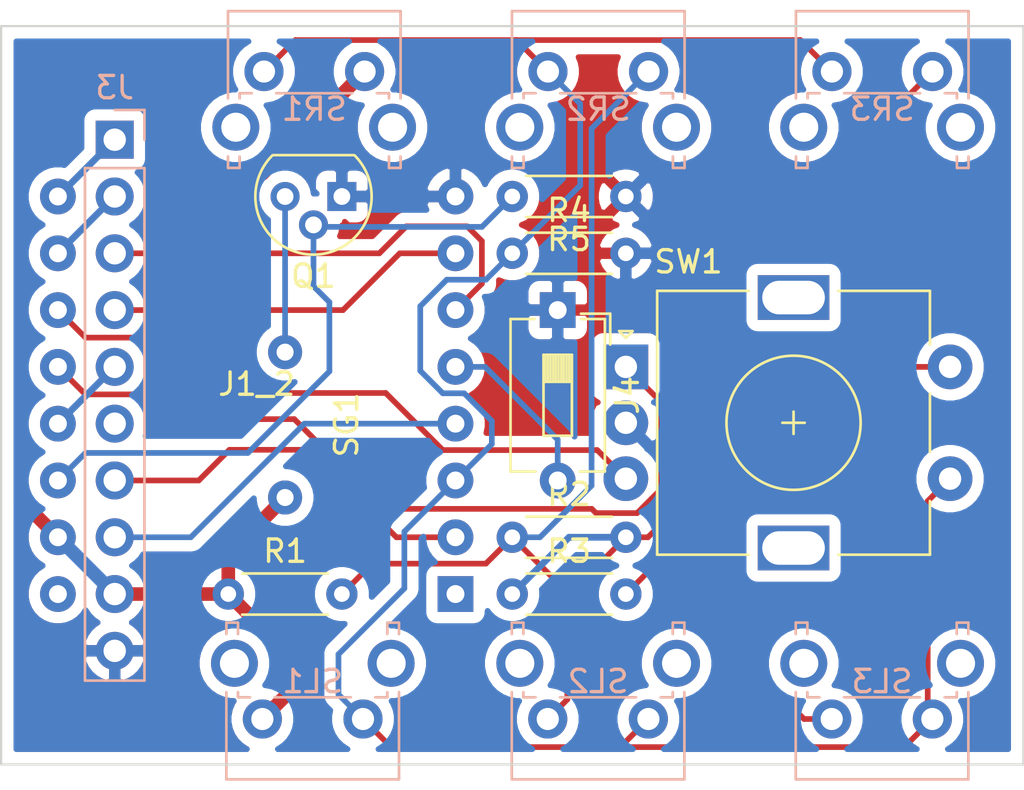
<source format=kicad_pcb>
(kicad_pcb (version 20171130) (host pcbnew "(5.1.7)-1")

  (general
    (thickness 1.6)
    (drawings 4)
    (tracks 121)
    (zones 0)
    (modules 17)
    (nets 19)
  )

  (page A4)
  (layers
    (0 F.Cu signal)
    (31 B.Cu signal)
    (32 B.Adhes user)
    (33 F.Adhes user)
    (34 B.Paste user)
    (35 F.Paste user)
    (36 B.SilkS user)
    (37 F.SilkS user)
    (38 B.Mask user)
    (39 F.Mask user)
    (40 Dwgs.User user)
    (41 Cmts.User user)
    (42 Eco1.User user)
    (43 Eco2.User user)
    (44 Edge.Cuts user)
    (45 Margin user)
    (46 B.CrtYd user)
    (47 F.CrtYd user)
    (48 B.Fab user)
    (49 F.Fab user)
  )

  (setup
    (last_trace_width 0.254)
    (trace_clearance 0.254)
    (zone_clearance 0.508)
    (zone_45_only no)
    (trace_min 0.2)
    (via_size 0.6)
    (via_drill 0.4)
    (via_min_size 0.4)
    (via_min_drill 0.3)
    (uvia_size 0.6)
    (uvia_drill 0.4)
    (uvias_allowed no)
    (uvia_min_size 0.2)
    (uvia_min_drill 0.1)
    (edge_width 0.05)
    (segment_width 0.2)
    (pcb_text_width 0.3)
    (pcb_text_size 1.5 1.5)
    (mod_edge_width 0.12)
    (mod_text_size 1 1)
    (mod_text_width 0.15)
    (pad_size 1.524 1.524)
    (pad_drill 0.762)
    (pad_to_mask_clearance 0)
    (aux_axis_origin 0 0)
    (visible_elements 7FFFFFFF)
    (pcbplotparams
      (layerselection 0x010fc_ffffffff)
      (usegerberextensions false)
      (usegerberattributes true)
      (usegerberadvancedattributes true)
      (creategerberjobfile true)
      (excludeedgelayer true)
      (linewidth 0.100000)
      (plotframeref false)
      (viasonmask false)
      (mode 1)
      (useauxorigin false)
      (hpglpennumber 1)
      (hpglpenspeed 20)
      (hpglpendiameter 15.000000)
      (psnegative false)
      (psa4output false)
      (plotreference true)
      (plotvalue true)
      (plotinvisibletext false)
      (padsonsilk false)
      (subtractmaskfromsilk false)
      (outputformat 1)
      (mirror false)
      (drillshape 1)
      (scaleselection 1)
      (outputdirectory ""))
  )

  (net 0 "")
  (net 1 GND)
  (net 2 +5V)
  (net 3 /VLT)
  (net 4 /NEO)
  (net 5 /ESC_DAT)
  (net 6 /TRG)
  (net 7 /PSH)
  (net 8 /DCP_MOT)
  (net 9 /DCP_BRK)
  (net 10 /LCK)
  (net 11 /BUZZER)
  (net 12 /ROT_A)
  (net 13 /ROT_B)
  (net 14 /PRST)
  (net 15 "Net-(Q1-Pad3)")
  (net 16 "Net-(R1-Pad2)")
  (net 17 "Net-(R2-Pad2)")
  (net 18 "Net-(R3-Pad2)")

  (net_class Default "This is the default net class."
    (clearance 0.254)
    (trace_width 0.254)
    (via_dia 0.6)
    (via_drill 0.4)
    (uvia_dia 0.6)
    (uvia_drill 0.4)
    (diff_pair_width 0.2032)
    (diff_pair_gap 0.2032)
    (add_net /BUZZER)
    (add_net /DCP_BRK)
    (add_net /DCP_MOT)
    (add_net /ESC_DAT)
    (add_net /LCK)
    (add_net /NEO)
    (add_net /PRST)
    (add_net /PSH)
    (add_net /ROT_A)
    (add_net /ROT_B)
    (add_net /TRG)
    (add_net /VLT)
    (add_net "Net-(Q1-Pad3)")
    (add_net "Net-(R1-Pad2)")
    (add_net "Net-(R2-Pad2)")
    (add_net "Net-(R3-Pad2)")
  )

  (net_class Power ""
    (clearance 0.4064)
    (trace_width 0.6096)
    (via_dia 0.6)
    (via_drill 0.4)
    (uvia_dia 0.6)
    (uvia_drill 0.4)
    (diff_pair_width 0.2032)
    (diff_pair_gap 0.2032)
    (add_net +5V)
    (add_net GND)
  )

  (module FDL3_KiCad:PEC11R-4215K-S0024 (layer F.Cu) (tedit 5FC40DC5) (tstamp 5FC3FC22)
    (at 53.34 33.02)
    (descr "Alps rotary encoder, EC12E... with switch, vertical shaft, http://www.alps.com/prod/info/E/HTML/Encoder/Incremental/EC11/EC11E15204A3.html")
    (tags "rotary encoder")
    (path /5FC02225)
    (fp_text reference SW1 (at 2.8 -4.7) (layer F.SilkS)
      (effects (font (size 1 1) (thickness 0.15)))
    )
    (fp_text value Rotary_Encoder_Switch (at 7.5 10.4) (layer F.Fab)
      (effects (font (size 1 1) (thickness 0.15)))
    )
    (fp_text user %R (at 11.1 6.3) (layer F.Fab)
      (effects (font (size 1 1) (thickness 0.15)))
    )
    (fp_line (start 7 2.5) (end 8 2.5) (layer F.SilkS) (width 0.12))
    (fp_line (start 7.5 2) (end 7.5 3) (layer F.SilkS) (width 0.12))
    (fp_line (start 13.6 6) (end 13.6 8.4) (layer F.SilkS) (width 0.12))
    (fp_line (start 13.6 1.2) (end 13.6 3.8) (layer F.SilkS) (width 0.12))
    (fp_line (start 13.6 -3.4) (end 13.6 -1) (layer F.SilkS) (width 0.12))
    (fp_line (start 4.5 2.5) (end 10.5 2.5) (layer F.Fab) (width 0.12))
    (fp_line (start 7.5 -0.5) (end 7.5 5.5) (layer F.Fab) (width 0.12))
    (fp_line (start 0.3 -1.6) (end 0 -1.3) (layer F.SilkS) (width 0.12))
    (fp_line (start -0.3 -1.6) (end 0.3 -1.6) (layer F.SilkS) (width 0.12))
    (fp_line (start 0 -1.3) (end -0.3 -1.6) (layer F.SilkS) (width 0.12))
    (fp_line (start 1.4 -3.4) (end 1.4 8.4) (layer F.SilkS) (width 0.12))
    (fp_line (start 5.5 -3.4) (end 1.4 -3.4) (layer F.SilkS) (width 0.12))
    (fp_line (start 5.5 8.4) (end 1.4 8.4) (layer F.SilkS) (width 0.12))
    (fp_line (start 13.6 8.4) (end 9.5 8.4) (layer F.SilkS) (width 0.12))
    (fp_line (start 9.5 -3.4) (end 13.6 -3.4) (layer F.SilkS) (width 0.12))
    (fp_line (start 1.5 -2.2) (end 2.5 -3.3) (layer F.Fab) (width 0.12))
    (fp_line (start 1.5 8.3) (end 1.5 -2.2) (layer F.Fab) (width 0.12))
    (fp_line (start 13.5 8.3) (end 1.5 8.3) (layer F.Fab) (width 0.12))
    (fp_line (start 13.5 -3.3) (end 13.5 8.3) (layer F.Fab) (width 0.12))
    (fp_line (start 2.5 -3.3) (end 13.5 -3.3) (layer F.Fab) (width 0.12))
    (fp_line (start -1.5 -4.6) (end 16 -4.6) (layer Dwgs.User) (width 0.05))
    (fp_line (start -1.5 -4.6) (end -1.5 9.6) (layer Dwgs.User) (width 0.05))
    (fp_line (start 16 9.6) (end 16 -4.6) (layer Dwgs.User) (width 0.05))
    (fp_line (start 16 9.6) (end -1.5 9.6) (layer Dwgs.User) (width 0.05))
    (fp_circle (center 7.5 2.5) (end 10.5 2.5) (layer F.SilkS) (width 0.12))
    (fp_circle (center 7.5 2.5) (end 10.5 2.5) (layer F.Fab) (width 0.12))
    (pad S1 thru_hole circle (at 14.5 5) (size 2 2) (drill 1) (layers *.Cu *.Mask)
      (net 14 /PRST))
    (pad S2 thru_hole circle (at 14.5 0) (size 2 2) (drill 1) (layers *.Cu *.Mask)
      (net 18 "Net-(R3-Pad2)"))
    (pad MP thru_hole rect (at 7.5 8.1) (size 3.2 2) (drill oval 2.8 1.5) (layers *.Cu *.Mask))
    (pad MP thru_hole rect (at 7.5 -3.1) (size 3.2 2) (drill oval 2.8 1.5) (layers *.Cu *.Mask))
    (pad B thru_hole circle (at 0 5) (size 2 2) (drill 1) (layers *.Cu *.Mask)
      (net 13 /ROT_B))
    (pad C thru_hole circle (at 0 2.5) (size 2 2) (drill 1) (layers *.Cu *.Mask)
      (net 1 GND))
    (pad A thru_hole rect (at 0 0) (size 2 2) (drill 1) (layers *.Cu *.Mask)
      (net 12 /ROT_A))
    (model ${KISYS3DMOD}/Rotary_Encoder.3dshapes/RotaryEncoder_Alps_EC11E-Switch_Vertical_H20mm.wrl
      (at (xyz 0 0 0))
      (scale (xyz 1 1 1))
      (rotate (xyz 0 0 0))
    )
  )

  (module FDL3_KiCad:MicroVIew (layer F.Cu) (tedit 5FC40018) (tstamp 5FC3F7C5)
    (at 36.83 34.29 180)
    (path /5FD8EE62)
    (fp_text reference J1_2 (at 0 0.5) (layer F.SilkS)
      (effects (font (size 1 1) (thickness 0.15)))
    )
    (fp_text value Conn_02x08_Counter_Clockwise (at -3.81 -0.5) (layer F.Fab)
      (effects (font (size 1 1) (thickness 0.15)))
    )
    (pad 16 thru_hole oval (at 8.89 -8.89 180) (size 1.6 1.6) (drill 0.8) (layers *.Cu *.Mask))
    (pad 15 thru_hole oval (at 8.89 -6.35 180) (size 1.6 1.6) (drill 0.8) (layers *.Cu *.Mask)
      (net 2 +5V))
    (pad 14 thru_hole oval (at 8.89 -3.81 180) (size 1.6 1.6) (drill 0.8) (layers *.Cu *.Mask)
      (net 11 /BUZZER))
    (pad 13 thru_hole oval (at 8.89 -1.27 180) (size 1.6 1.6) (drill 0.8) (layers *.Cu *.Mask)
      (net 5 /ESC_DAT))
    (pad 12 thru_hole oval (at 8.89 1.27 180) (size 1.6 1.6) (drill 0.8) (layers *.Cu *.Mask)
      (net 12 /ROT_A))
    (pad 11 thru_hole oval (at 8.89 3.81 180) (size 1.6 1.6) (drill 0.8) (layers *.Cu *.Mask)
      (net 13 /ROT_B))
    (pad 10 thru_hole oval (at 8.89 6.35 180) (size 1.6 1.6) (drill 0.8) (layers *.Cu *.Mask)
      (net 8 /DCP_MOT))
    (pad 9 thru_hole oval (at 8.89 8.89 180) (size 1.6 1.6) (drill 0.8) (layers *.Cu *.Mask)
      (net 9 /DCP_BRK))
    (pad 8 thru_hole oval (at -8.89 8.89 180) (size 1.6 1.6) (drill 0.8) (layers *.Cu *.Mask)
      (net 1 GND))
    (pad 7 thru_hole oval (at -8.89 6.35 180) (size 1.6 1.6) (drill 0.8) (layers *.Cu *.Mask)
      (net 6 /TRG))
    (pad 6 thru_hole oval (at -8.89 3.81 180) (size 1.6 1.6) (drill 0.8) (layers *.Cu *.Mask)
      (net 7 /PSH))
    (pad 5 thru_hole oval (at -8.89 1.27 180) (size 1.6 1.6) (drill 0.8) (layers *.Cu *.Mask)
      (net 10 /LCK))
    (pad 4 thru_hole oval (at -8.89 -1.27 180) (size 1.6 1.6) (drill 0.8) (layers *.Cu *.Mask)
      (net 3 /VLT))
    (pad 3 thru_hole oval (at -8.89 -3.81 180) (size 1.6 1.6) (drill 0.8) (layers *.Cu *.Mask)
      (net 14 /PRST))
    (pad 2 thru_hole oval (at -8.89 -6.35 180) (size 1.6 1.6) (drill 0.8) (layers *.Cu *.Mask)
      (net 4 /NEO))
    (pad 1 thru_hole rect (at -8.89 -8.89 180) (size 1.6 1.6) (drill 0.8) (layers *.Cu *.Mask))
    (model ${KISYS3DMOD}/Connector_PinSocket_2.54mm.3dshapes/PinSocket_1x08_P2.54mm_Vertical.step
      (offset (xyz -8.890000000000001 8.890000000000001 0))
      (scale (xyz 1 1 1))
      (rotate (xyz 0 0 0))
    )
    (model ${KISYS3DMOD}/Connector_PinSocket_2.54mm.3dshapes/PinSocket_1x08_P2.54mm_Vertical.step
      (offset (xyz 8.98 8.98 0))
      (scale (xyz 1 1 1))
      (rotate (xyz 0 0 0))
    )
  )

  (module Resistor_THT:R_Axial_DIN0204_L3.6mm_D1.6mm_P5.08mm_Horizontal (layer F.Cu) (tedit 5AE5139B) (tstamp 5FC40010)
    (at 53.34 25.4 180)
    (descr "Resistor, Axial_DIN0204 series, Axial, Horizontal, pin pitch=5.08mm, 0.167W, length*diameter=3.6*1.6mm^2, http://cdn-reichelt.de/documents/datenblatt/B400/1_4W%23YAG.pdf")
    (tags "Resistor Axial_DIN0204 series Axial Horizontal pin pitch 5.08mm 0.167W length 3.6mm diameter 1.6mm")
    (path /5FC0EBB2)
    (fp_text reference R5 (at 2.54 -1.92) (layer F.SilkS)
      (effects (font (size 1 1) (thickness 0.15)))
    )
    (fp_text value 1k (at 2.54 1.92) (layer F.Fab)
      (effects (font (size 1 1) (thickness 0.15)))
    )
    (fp_line (start 6.03 -1.05) (end -0.95 -1.05) (layer F.CrtYd) (width 0.05))
    (fp_line (start 6.03 1.05) (end 6.03 -1.05) (layer F.CrtYd) (width 0.05))
    (fp_line (start -0.95 1.05) (end 6.03 1.05) (layer F.CrtYd) (width 0.05))
    (fp_line (start -0.95 -1.05) (end -0.95 1.05) (layer F.CrtYd) (width 0.05))
    (fp_line (start 0.62 0.92) (end 4.46 0.92) (layer F.SilkS) (width 0.12))
    (fp_line (start 0.62 -0.92) (end 4.46 -0.92) (layer F.SilkS) (width 0.12))
    (fp_line (start 5.08 0) (end 4.34 0) (layer F.Fab) (width 0.1))
    (fp_line (start 0 0) (end 0.74 0) (layer F.Fab) (width 0.1))
    (fp_line (start 4.34 -0.8) (end 0.74 -0.8) (layer F.Fab) (width 0.1))
    (fp_line (start 4.34 0.8) (end 4.34 -0.8) (layer F.Fab) (width 0.1))
    (fp_line (start 0.74 0.8) (end 4.34 0.8) (layer F.Fab) (width 0.1))
    (fp_line (start 0.74 -0.8) (end 0.74 0.8) (layer F.Fab) (width 0.1))
    (fp_text user %R (at 2.54 0) (layer F.Fab)
      (effects (font (size 0.72 0.72) (thickness 0.108)))
    )
    (pad 2 thru_hole oval (at 5.08 0 180) (size 1.4 1.4) (drill 0.7) (layers *.Cu *.Mask)
      (net 11 /BUZZER))
    (pad 1 thru_hole circle (at 0 0 180) (size 1.4 1.4) (drill 0.7) (layers *.Cu *.Mask)
      (net 1 GND))
    (model ${KISYS3DMOD}/Resistor_THT.3dshapes/R_Axial_DIN0204_L3.6mm_D1.6mm_P5.08mm_Horizontal.wrl
      (at (xyz 0 0 0))
      (scale (xyz 1 1 1))
      (rotate (xyz 0 0 0))
    )
  )

  (module Resistor_THT:R_Axial_DIN0204_L3.6mm_D1.6mm_P5.08mm_Horizontal (layer F.Cu) (tedit 5AE5139B) (tstamp 5FC4030D)
    (at 48.26 27.94)
    (descr "Resistor, Axial_DIN0204 series, Axial, Horizontal, pin pitch=5.08mm, 0.167W, length*diameter=3.6*1.6mm^2, http://cdn-reichelt.de/documents/datenblatt/B400/1_4W%23YAG.pdf")
    (tags "Resistor Axial_DIN0204 series Axial Horizontal pin pitch 5.08mm 0.167W length 3.6mm diameter 1.6mm")
    (path /5FC0E6F0)
    (fp_text reference R4 (at 2.54 -1.92) (layer F.SilkS)
      (effects (font (size 1 1) (thickness 0.15)))
    )
    (fp_text value 4.7k (at 2.54 1.92) (layer F.Fab)
      (effects (font (size 1 1) (thickness 0.15)))
    )
    (fp_line (start 6.03 -1.05) (end -0.95 -1.05) (layer F.CrtYd) (width 0.05))
    (fp_line (start 6.03 1.05) (end 6.03 -1.05) (layer F.CrtYd) (width 0.05))
    (fp_line (start -0.95 1.05) (end 6.03 1.05) (layer F.CrtYd) (width 0.05))
    (fp_line (start -0.95 -1.05) (end -0.95 1.05) (layer F.CrtYd) (width 0.05))
    (fp_line (start 0.62 0.92) (end 4.46 0.92) (layer F.SilkS) (width 0.12))
    (fp_line (start 0.62 -0.92) (end 4.46 -0.92) (layer F.SilkS) (width 0.12))
    (fp_line (start 5.08 0) (end 4.34 0) (layer F.Fab) (width 0.1))
    (fp_line (start 0 0) (end 0.74 0) (layer F.Fab) (width 0.1))
    (fp_line (start 4.34 -0.8) (end 0.74 -0.8) (layer F.Fab) (width 0.1))
    (fp_line (start 4.34 0.8) (end 4.34 -0.8) (layer F.Fab) (width 0.1))
    (fp_line (start 0.74 0.8) (end 4.34 0.8) (layer F.Fab) (width 0.1))
    (fp_line (start 0.74 -0.8) (end 0.74 0.8) (layer F.Fab) (width 0.1))
    (fp_text user %R (at 2.54 0) (layer F.Fab)
      (effects (font (size 0.72 0.72) (thickness 0.108)))
    )
    (pad 2 thru_hole oval (at 5.08 0) (size 1.4 1.4) (drill 0.7) (layers *.Cu *.Mask)
      (net 1 GND))
    (pad 1 thru_hole circle (at 0 0) (size 1.4 1.4) (drill 0.7) (layers *.Cu *.Mask)
      (net 14 /PRST))
    (model ${KISYS3DMOD}/Resistor_THT.3dshapes/R_Axial_DIN0204_L3.6mm_D1.6mm_P5.08mm_Horizontal.wrl
      (at (xyz 0 0 0))
      (scale (xyz 1 1 1))
      (rotate (xyz 0 0 0))
    )
  )

  (module Resistor_THT:R_Axial_DIN0204_L3.6mm_D1.6mm_P5.08mm_Horizontal (layer F.Cu) (tedit 5AE5139B) (tstamp 5FC3FF40)
    (at 48.26 43.18)
    (descr "Resistor, Axial_DIN0204 series, Axial, Horizontal, pin pitch=5.08mm, 0.167W, length*diameter=3.6*1.6mm^2, http://cdn-reichelt.de/documents/datenblatt/B400/1_4W%23YAG.pdf")
    (tags "Resistor Axial_DIN0204 series Axial Horizontal pin pitch 5.08mm 0.167W length 3.6mm diameter 1.6mm")
    (path /5FC0DC54)
    (fp_text reference R3 (at 2.54 -1.92) (layer F.SilkS)
      (effects (font (size 1 1) (thickness 0.15)))
    )
    (fp_text value 1k (at 2.54 1.92) (layer F.Fab)
      (effects (font (size 1 1) (thickness 0.15)))
    )
    (fp_line (start 6.03 -1.05) (end -0.95 -1.05) (layer F.CrtYd) (width 0.05))
    (fp_line (start 6.03 1.05) (end 6.03 -1.05) (layer F.CrtYd) (width 0.05))
    (fp_line (start -0.95 1.05) (end 6.03 1.05) (layer F.CrtYd) (width 0.05))
    (fp_line (start -0.95 -1.05) (end -0.95 1.05) (layer F.CrtYd) (width 0.05))
    (fp_line (start 0.62 0.92) (end 4.46 0.92) (layer F.SilkS) (width 0.12))
    (fp_line (start 0.62 -0.92) (end 4.46 -0.92) (layer F.SilkS) (width 0.12))
    (fp_line (start 5.08 0) (end 4.34 0) (layer F.Fab) (width 0.1))
    (fp_line (start 0 0) (end 0.74 0) (layer F.Fab) (width 0.1))
    (fp_line (start 4.34 -0.8) (end 0.74 -0.8) (layer F.Fab) (width 0.1))
    (fp_line (start 4.34 0.8) (end 4.34 -0.8) (layer F.Fab) (width 0.1))
    (fp_line (start 0.74 0.8) (end 4.34 0.8) (layer F.Fab) (width 0.1))
    (fp_line (start 0.74 -0.8) (end 0.74 0.8) (layer F.Fab) (width 0.1))
    (fp_text user %R (at 2.54 0) (layer F.Fab)
      (effects (font (size 0.72 0.72) (thickness 0.108)))
    )
    (pad 2 thru_hole oval (at 5.08 0) (size 1.4 1.4) (drill 0.7) (layers *.Cu *.Mask)
      (net 18 "Net-(R3-Pad2)"))
    (pad 1 thru_hole circle (at 0 0) (size 1.4 1.4) (drill 0.7) (layers *.Cu *.Mask)
      (net 17 "Net-(R2-Pad2)"))
    (model ${KISYS3DMOD}/Resistor_THT.3dshapes/R_Axial_DIN0204_L3.6mm_D1.6mm_P5.08mm_Horizontal.wrl
      (at (xyz 0 0 0))
      (scale (xyz 1 1 1))
      (rotate (xyz 0 0 0))
    )
  )

  (module Resistor_THT:R_Axial_DIN0204_L3.6mm_D1.6mm_P5.08mm_Horizontal (layer F.Cu) (tedit 5AE5139B) (tstamp 5FC3FF31)
    (at 48.26 40.64)
    (descr "Resistor, Axial_DIN0204 series, Axial, Horizontal, pin pitch=5.08mm, 0.167W, length*diameter=3.6*1.6mm^2, http://cdn-reichelt.de/documents/datenblatt/B400/1_4W%23YAG.pdf")
    (tags "Resistor Axial_DIN0204 series Axial Horizontal pin pitch 5.08mm 0.167W length 3.6mm diameter 1.6mm")
    (path /5FC0D8F5)
    (fp_text reference R2 (at 2.54 -1.92) (layer F.SilkS)
      (effects (font (size 1 1) (thickness 0.15)))
    )
    (fp_text value 1k (at 2.54 1.92) (layer F.Fab)
      (effects (font (size 1 1) (thickness 0.15)))
    )
    (fp_line (start 6.03 -1.05) (end -0.95 -1.05) (layer F.CrtYd) (width 0.05))
    (fp_line (start 6.03 1.05) (end 6.03 -1.05) (layer F.CrtYd) (width 0.05))
    (fp_line (start -0.95 1.05) (end 6.03 1.05) (layer F.CrtYd) (width 0.05))
    (fp_line (start -0.95 -1.05) (end -0.95 1.05) (layer F.CrtYd) (width 0.05))
    (fp_line (start 0.62 0.92) (end 4.46 0.92) (layer F.SilkS) (width 0.12))
    (fp_line (start 0.62 -0.92) (end 4.46 -0.92) (layer F.SilkS) (width 0.12))
    (fp_line (start 5.08 0) (end 4.34 0) (layer F.Fab) (width 0.1))
    (fp_line (start 0 0) (end 0.74 0) (layer F.Fab) (width 0.1))
    (fp_line (start 4.34 -0.8) (end 0.74 -0.8) (layer F.Fab) (width 0.1))
    (fp_line (start 4.34 0.8) (end 4.34 -0.8) (layer F.Fab) (width 0.1))
    (fp_line (start 0.74 0.8) (end 4.34 0.8) (layer F.Fab) (width 0.1))
    (fp_line (start 0.74 -0.8) (end 0.74 0.8) (layer F.Fab) (width 0.1))
    (fp_text user %R (at 2.54 0) (layer F.Fab)
      (effects (font (size 0.72 0.72) (thickness 0.108)))
    )
    (pad 2 thru_hole oval (at 5.08 0) (size 1.4 1.4) (drill 0.7) (layers *.Cu *.Mask)
      (net 17 "Net-(R2-Pad2)"))
    (pad 1 thru_hole circle (at 0 0) (size 1.4 1.4) (drill 0.7) (layers *.Cu *.Mask)
      (net 16 "Net-(R1-Pad2)"))
    (model ${KISYS3DMOD}/Resistor_THT.3dshapes/R_Axial_DIN0204_L3.6mm_D1.6mm_P5.08mm_Horizontal.wrl
      (at (xyz 0 0 0))
      (scale (xyz 1 1 1))
      (rotate (xyz 0 0 0))
    )
  )

  (module Resistor_THT:R_Axial_DIN0204_L3.6mm_D1.6mm_P5.08mm_Horizontal (layer F.Cu) (tedit 5AE5139B) (tstamp 5FC3FF22)
    (at 35.56 43.18)
    (descr "Resistor, Axial_DIN0204 series, Axial, Horizontal, pin pitch=5.08mm, 0.167W, length*diameter=3.6*1.6mm^2, http://cdn-reichelt.de/documents/datenblatt/B400/1_4W%23YAG.pdf")
    (tags "Resistor Axial_DIN0204 series Axial Horizontal pin pitch 5.08mm 0.167W length 3.6mm diameter 1.6mm")
    (path /5FC0B006)
    (fp_text reference R1 (at 2.54 -1.92) (layer F.SilkS)
      (effects (font (size 1 1) (thickness 0.15)))
    )
    (fp_text value 1k (at 2.54 1.92) (layer F.Fab)
      (effects (font (size 1 1) (thickness 0.15)))
    )
    (fp_line (start 6.03 -1.05) (end -0.95 -1.05) (layer F.CrtYd) (width 0.05))
    (fp_line (start 6.03 1.05) (end 6.03 -1.05) (layer F.CrtYd) (width 0.05))
    (fp_line (start -0.95 1.05) (end 6.03 1.05) (layer F.CrtYd) (width 0.05))
    (fp_line (start -0.95 -1.05) (end -0.95 1.05) (layer F.CrtYd) (width 0.05))
    (fp_line (start 0.62 0.92) (end 4.46 0.92) (layer F.SilkS) (width 0.12))
    (fp_line (start 0.62 -0.92) (end 4.46 -0.92) (layer F.SilkS) (width 0.12))
    (fp_line (start 5.08 0) (end 4.34 0) (layer F.Fab) (width 0.1))
    (fp_line (start 0 0) (end 0.74 0) (layer F.Fab) (width 0.1))
    (fp_line (start 4.34 -0.8) (end 0.74 -0.8) (layer F.Fab) (width 0.1))
    (fp_line (start 4.34 0.8) (end 4.34 -0.8) (layer F.Fab) (width 0.1))
    (fp_line (start 0.74 0.8) (end 4.34 0.8) (layer F.Fab) (width 0.1))
    (fp_line (start 0.74 -0.8) (end 0.74 0.8) (layer F.Fab) (width 0.1))
    (fp_text user %R (at 2.54 0) (layer F.Fab)
      (effects (font (size 0.72 0.72) (thickness 0.108)))
    )
    (pad 2 thru_hole oval (at 5.08 0) (size 1.4 1.4) (drill 0.7) (layers *.Cu *.Mask)
      (net 16 "Net-(R1-Pad2)"))
    (pad 1 thru_hole circle (at 0 0) (size 1.4 1.4) (drill 0.7) (layers *.Cu *.Mask)
      (net 2 +5V))
    (model ${KISYS3DMOD}/Resistor_THT.3dshapes/R_Axial_DIN0204_L3.6mm_D1.6mm_P5.08mm_Horizontal.wrl
      (at (xyz 0 0 0))
      (scale (xyz 1 1 1))
      (rotate (xyz 0 0 0))
    )
  )

  (module Button_Switch_THT:SW_Tactile_SPST_Angled_PTS645Vx31-2LFS (layer B.Cu) (tedit 5A02FE31) (tstamp 5FC40049)
    (at 67.056 19.812 180)
    (descr "tactile switch SPST right angle, PTS645VL31-2 LFS")
    (tags "tactile switch SPST angled PTS645VL31-2 LFS C&K Button")
    (path /5FC06B76)
    (fp_text reference SR3 (at 2.25 -1.68) (layer B.SilkS)
      (effects (font (size 1 1) (thickness 0.15)) (justify mirror))
    )
    (fp_text value SW_Push (at 2.25 -5.38988) (layer B.Fab)
      (effects (font (size 1 1) (thickness 0.15)) (justify mirror))
    )
    (fp_line (start 4 3.15) (end 4 2.59) (layer B.Fab) (width 0.1))
    (fp_line (start 0.5 3.15) (end 4 3.15) (layer B.Fab) (width 0.1))
    (fp_line (start 0.5 3.15) (end 0.5 2.59) (layer B.Fab) (width 0.1))
    (fp_line (start -1.09 -0.97) (end -1.09 -1.2) (layer B.SilkS) (width 0.12))
    (fp_line (start 5.7 -4.2) (end 5.7 -0.86) (layer B.Fab) (width 0.1))
    (fp_line (start -1.5 -4.2) (end -1.2 -4.2) (layer B.Fab) (width 0.1))
    (fp_line (start -1.2 -0.86) (end 5.7 -0.86) (layer B.Fab) (width 0.1))
    (fp_line (start 6 -4.2) (end 6 2.59) (layer B.Fab) (width 0.1))
    (fp_line (start -2.5 2.8) (end 7.05 2.8) (layer B.CrtYd) (width 0.05))
    (fp_line (start 7.05 2.8) (end 7.05 -4.45) (layer B.CrtYd) (width 0.05))
    (fp_line (start 7.05 -4.45) (end -2.5 -4.45) (layer B.CrtYd) (width 0.05))
    (fp_line (start -2.5 -4.45) (end -2.5 2.8) (layer B.CrtYd) (width 0.05))
    (fp_line (start -1.61 2.7) (end 6.11 2.7) (layer B.SilkS) (width 0.12))
    (fp_line (start 6.11 2.7) (end 6.11 -1.2) (layer B.SilkS) (width 0.12))
    (fp_line (start -1.61 -4.31) (end -1.09 -4.31) (layer B.SilkS) (width 0.12))
    (fp_line (start -1.61 2.7) (end -1.61 -1.2) (layer B.SilkS) (width 0.12))
    (fp_line (start -1.5 2.59) (end 6 2.59) (layer B.Fab) (width 0.1))
    (fp_line (start -1.5 -4.2) (end -1.5 2.59) (layer B.Fab) (width 0.1))
    (fp_line (start 5.7 -4.2) (end 6 -4.2) (layer B.Fab) (width 0.1))
    (fp_line (start -1.2 -4.2) (end -1.2 -0.86) (layer B.Fab) (width 0.1))
    (fp_line (start 5.59 -0.97) (end 5.59 -1.2) (layer B.SilkS) (width 0.12))
    (fp_line (start -1.09 -3.8) (end -1.09 -4.31) (layer B.SilkS) (width 0.12))
    (fp_line (start -1.61 -3.8) (end -1.61 -4.31) (layer B.SilkS) (width 0.12))
    (fp_line (start 5.05 -0.97) (end 5.59 -0.97) (layer B.SilkS) (width 0.12))
    (fp_line (start 5.59 -3.8) (end 5.59 -4.31) (layer B.SilkS) (width 0.12))
    (fp_line (start 5.59 -4.31) (end 6.11 -4.31) (layer B.SilkS) (width 0.12))
    (fp_line (start 6.11 -3.8) (end 6.11 -4.31) (layer B.SilkS) (width 0.12))
    (fp_line (start -1.09 -0.97) (end -0.55 -0.97) (layer B.SilkS) (width 0.12))
    (fp_line (start 0.55 -0.97) (end 3.95 -0.97) (layer B.SilkS) (width 0.12))
    (fp_text user %R (at 2.25 -1.68) (layer B.Fab)
      (effects (font (size 1 1) (thickness 0.15)) (justify mirror))
    )
    (pad "" thru_hole circle (at -1.25 -2.49 180) (size 2.1 2.1) (drill 1.3) (layers *.Cu *.Mask))
    (pad 1 thru_hole circle (at 0 0 180) (size 1.75 1.75) (drill 0.99) (layers *.Cu *.Mask)
      (net 17 "Net-(R2-Pad2)"))
    (pad 2 thru_hole circle (at 4.5 0 180) (size 1.75 1.75) (drill 0.99) (layers *.Cu *.Mask)
      (net 14 /PRST))
    (pad "" thru_hole circle (at 5.76 -2.49 180) (size 2.1 2.1) (drill 1.3) (layers *.Cu *.Mask))
    (model ${KISYS3DMOD}/Button_Switch_THT.3dshapes/SW_Tactile_SPST_Angled_PTS645Vx31-2LFS.wrl
      (at (xyz 0 0 0))
      (scale (xyz 1 1 1))
      (rotate (xyz 0 0 0))
    )
  )

  (module Button_Switch_THT:SW_Tactile_SPST_Angled_PTS645Vx31-2LFS (layer B.Cu) (tedit 5A02FE31) (tstamp 5FC40023)
    (at 54.356 19.812 180)
    (descr "tactile switch SPST right angle, PTS645VL31-2 LFS")
    (tags "tactile switch SPST angled PTS645VL31-2 LFS C&K Button")
    (path /5FC0661F)
    (fp_text reference SR2 (at 2.25 -1.68) (layer B.SilkS)
      (effects (font (size 1 1) (thickness 0.15)) (justify mirror))
    )
    (fp_text value SW_Push (at 2.25 -5.38988) (layer B.Fab)
      (effects (font (size 1 1) (thickness 0.15)) (justify mirror))
    )
    (fp_line (start 4 3.15) (end 4 2.59) (layer B.Fab) (width 0.1))
    (fp_line (start 0.5 3.15) (end 4 3.15) (layer B.Fab) (width 0.1))
    (fp_line (start 0.5 3.15) (end 0.5 2.59) (layer B.Fab) (width 0.1))
    (fp_line (start -1.09 -0.97) (end -1.09 -1.2) (layer B.SilkS) (width 0.12))
    (fp_line (start 5.7 -4.2) (end 5.7 -0.86) (layer B.Fab) (width 0.1))
    (fp_line (start -1.5 -4.2) (end -1.2 -4.2) (layer B.Fab) (width 0.1))
    (fp_line (start -1.2 -0.86) (end 5.7 -0.86) (layer B.Fab) (width 0.1))
    (fp_line (start 6 -4.2) (end 6 2.59) (layer B.Fab) (width 0.1))
    (fp_line (start -2.5 2.8) (end 7.05 2.8) (layer B.CrtYd) (width 0.05))
    (fp_line (start 7.05 2.8) (end 7.05 -4.45) (layer B.CrtYd) (width 0.05))
    (fp_line (start 7.05 -4.45) (end -2.5 -4.45) (layer B.CrtYd) (width 0.05))
    (fp_line (start -2.5 -4.45) (end -2.5 2.8) (layer B.CrtYd) (width 0.05))
    (fp_line (start -1.61 2.7) (end 6.11 2.7) (layer B.SilkS) (width 0.12))
    (fp_line (start 6.11 2.7) (end 6.11 -1.2) (layer B.SilkS) (width 0.12))
    (fp_line (start -1.61 -4.31) (end -1.09 -4.31) (layer B.SilkS) (width 0.12))
    (fp_line (start -1.61 2.7) (end -1.61 -1.2) (layer B.SilkS) (width 0.12))
    (fp_line (start -1.5 2.59) (end 6 2.59) (layer B.Fab) (width 0.1))
    (fp_line (start -1.5 -4.2) (end -1.5 2.59) (layer B.Fab) (width 0.1))
    (fp_line (start 5.7 -4.2) (end 6 -4.2) (layer B.Fab) (width 0.1))
    (fp_line (start -1.2 -4.2) (end -1.2 -0.86) (layer B.Fab) (width 0.1))
    (fp_line (start 5.59 -0.97) (end 5.59 -1.2) (layer B.SilkS) (width 0.12))
    (fp_line (start -1.09 -3.8) (end -1.09 -4.31) (layer B.SilkS) (width 0.12))
    (fp_line (start -1.61 -3.8) (end -1.61 -4.31) (layer B.SilkS) (width 0.12))
    (fp_line (start 5.05 -0.97) (end 5.59 -0.97) (layer B.SilkS) (width 0.12))
    (fp_line (start 5.59 -3.8) (end 5.59 -4.31) (layer B.SilkS) (width 0.12))
    (fp_line (start 5.59 -4.31) (end 6.11 -4.31) (layer B.SilkS) (width 0.12))
    (fp_line (start 6.11 -3.8) (end 6.11 -4.31) (layer B.SilkS) (width 0.12))
    (fp_line (start -1.09 -0.97) (end -0.55 -0.97) (layer B.SilkS) (width 0.12))
    (fp_line (start 0.55 -0.97) (end 3.95 -0.97) (layer B.SilkS) (width 0.12))
    (fp_text user %R (at 2.25 -1.68) (layer B.Fab)
      (effects (font (size 1 1) (thickness 0.15)) (justify mirror))
    )
    (pad "" thru_hole circle (at -1.25 -2.49 180) (size 2.1 2.1) (drill 1.3) (layers *.Cu *.Mask))
    (pad 1 thru_hole circle (at 0 0 180) (size 1.75 1.75) (drill 0.99) (layers *.Cu *.Mask)
      (net 16 "Net-(R1-Pad2)"))
    (pad 2 thru_hole circle (at 4.5 0 180) (size 1.75 1.75) (drill 0.99) (layers *.Cu *.Mask)
      (net 14 /PRST))
    (pad "" thru_hole circle (at 5.76 -2.49 180) (size 2.1 2.1) (drill 1.3) (layers *.Cu *.Mask))
    (model ${KISYS3DMOD}/Button_Switch_THT.3dshapes/SW_Tactile_SPST_Angled_PTS645Vx31-2LFS.wrl
      (at (xyz 0 0 0))
      (scale (xyz 1 1 1))
      (rotate (xyz 0 0 0))
    )
  )

  (module Button_Switch_THT:SW_Tactile_SPST_Angled_PTS645Vx31-2LFS (layer B.Cu) (tedit 5A02FE31) (tstamp 5FC41695)
    (at 41.656 19.812 180)
    (descr "tactile switch SPST right angle, PTS645VL31-2 LFS")
    (tags "tactile switch SPST angled PTS645VL31-2 LFS C&K Button")
    (path /5FC05F92)
    (fp_text reference SR1 (at 2.25 -1.68) (layer B.SilkS)
      (effects (font (size 1 1) (thickness 0.15)) (justify mirror))
    )
    (fp_text value SW_Push (at 2.25 -5.38988) (layer B.Fab)
      (effects (font (size 1 1) (thickness 0.15)) (justify mirror))
    )
    (fp_line (start 4 3.15) (end 4 2.59) (layer B.Fab) (width 0.1))
    (fp_line (start 0.5 3.15) (end 4 3.15) (layer B.Fab) (width 0.1))
    (fp_line (start 0.5 3.15) (end 0.5 2.59) (layer B.Fab) (width 0.1))
    (fp_line (start -1.09 -0.97) (end -1.09 -1.2) (layer B.SilkS) (width 0.12))
    (fp_line (start 5.7 -4.2) (end 5.7 -0.86) (layer B.Fab) (width 0.1))
    (fp_line (start -1.5 -4.2) (end -1.2 -4.2) (layer B.Fab) (width 0.1))
    (fp_line (start -1.2 -0.86) (end 5.7 -0.86) (layer B.Fab) (width 0.1))
    (fp_line (start 6 -4.2) (end 6 2.59) (layer B.Fab) (width 0.1))
    (fp_line (start -2.5 2.8) (end 7.05 2.8) (layer B.CrtYd) (width 0.05))
    (fp_line (start 7.05 2.8) (end 7.05 -4.45) (layer B.CrtYd) (width 0.05))
    (fp_line (start 7.05 -4.45) (end -2.5 -4.45) (layer B.CrtYd) (width 0.05))
    (fp_line (start -2.5 -4.45) (end -2.5 2.8) (layer B.CrtYd) (width 0.05))
    (fp_line (start -1.61 2.7) (end 6.11 2.7) (layer B.SilkS) (width 0.12))
    (fp_line (start 6.11 2.7) (end 6.11 -1.2) (layer B.SilkS) (width 0.12))
    (fp_line (start -1.61 -4.31) (end -1.09 -4.31) (layer B.SilkS) (width 0.12))
    (fp_line (start -1.61 2.7) (end -1.61 -1.2) (layer B.SilkS) (width 0.12))
    (fp_line (start -1.5 2.59) (end 6 2.59) (layer B.Fab) (width 0.1))
    (fp_line (start -1.5 -4.2) (end -1.5 2.59) (layer B.Fab) (width 0.1))
    (fp_line (start 5.7 -4.2) (end 6 -4.2) (layer B.Fab) (width 0.1))
    (fp_line (start -1.2 -4.2) (end -1.2 -0.86) (layer B.Fab) (width 0.1))
    (fp_line (start 5.59 -0.97) (end 5.59 -1.2) (layer B.SilkS) (width 0.12))
    (fp_line (start -1.09 -3.8) (end -1.09 -4.31) (layer B.SilkS) (width 0.12))
    (fp_line (start -1.61 -3.8) (end -1.61 -4.31) (layer B.SilkS) (width 0.12))
    (fp_line (start 5.05 -0.97) (end 5.59 -0.97) (layer B.SilkS) (width 0.12))
    (fp_line (start 5.59 -3.8) (end 5.59 -4.31) (layer B.SilkS) (width 0.12))
    (fp_line (start 5.59 -4.31) (end 6.11 -4.31) (layer B.SilkS) (width 0.12))
    (fp_line (start 6.11 -3.8) (end 6.11 -4.31) (layer B.SilkS) (width 0.12))
    (fp_line (start -1.09 -0.97) (end -0.55 -0.97) (layer B.SilkS) (width 0.12))
    (fp_line (start 0.55 -0.97) (end 3.95 -0.97) (layer B.SilkS) (width 0.12))
    (fp_text user %R (at 2.25 -1.68) (layer B.Fab)
      (effects (font (size 1 1) (thickness 0.15)) (justify mirror))
    )
    (pad "" thru_hole circle (at -1.25 -2.49 180) (size 2.1 2.1) (drill 1.3) (layers *.Cu *.Mask))
    (pad 1 thru_hole circle (at 0 0 180) (size 1.75 1.75) (drill 0.99) (layers *.Cu *.Mask)
      (net 2 +5V))
    (pad 2 thru_hole circle (at 4.5 0 180) (size 1.75 1.75) (drill 0.99) (layers *.Cu *.Mask)
      (net 14 /PRST))
    (pad "" thru_hole circle (at 5.76 -2.49 180) (size 2.1 2.1) (drill 1.3) (layers *.Cu *.Mask))
    (model ${KISYS3DMOD}/Button_Switch_THT.3dshapes/SW_Tactile_SPST_Angled_PTS645Vx31-2LFS.wrl
      (at (xyz 0 0 0))
      (scale (xyz 1 1 1))
      (rotate (xyz 0 0 0))
    )
  )

  (module Button_Switch_THT:SW_Tactile_SPST_Angled_PTS645Vx31-2LFS (layer B.Cu) (tedit 5A02FE31) (tstamp 5FC414AA)
    (at 62.5475 48.768)
    (descr "tactile switch SPST right angle, PTS645VL31-2 LFS")
    (tags "tactile switch SPST angled PTS645VL31-2 LFS C&K Button")
    (path /5FC05B01)
    (fp_text reference SL3 (at 2.25 -1.68) (layer B.SilkS)
      (effects (font (size 1 1) (thickness 0.15)) (justify mirror))
    )
    (fp_text value SW_Push (at 2.25 -5.38988) (layer B.Fab)
      (effects (font (size 1 1) (thickness 0.15)) (justify mirror))
    )
    (fp_line (start 4 3.15) (end 4 2.59) (layer B.Fab) (width 0.1))
    (fp_line (start 0.5 3.15) (end 4 3.15) (layer B.Fab) (width 0.1))
    (fp_line (start 0.5 3.15) (end 0.5 2.59) (layer B.Fab) (width 0.1))
    (fp_line (start -1.09 -0.97) (end -1.09 -1.2) (layer B.SilkS) (width 0.12))
    (fp_line (start 5.7 -4.2) (end 5.7 -0.86) (layer B.Fab) (width 0.1))
    (fp_line (start -1.5 -4.2) (end -1.2 -4.2) (layer B.Fab) (width 0.1))
    (fp_line (start -1.2 -0.86) (end 5.7 -0.86) (layer B.Fab) (width 0.1))
    (fp_line (start 6 -4.2) (end 6 2.59) (layer B.Fab) (width 0.1))
    (fp_line (start -2.5 2.8) (end 7.05 2.8) (layer B.CrtYd) (width 0.05))
    (fp_line (start 7.05 2.8) (end 7.05 -4.45) (layer B.CrtYd) (width 0.05))
    (fp_line (start 7.05 -4.45) (end -2.5 -4.45) (layer B.CrtYd) (width 0.05))
    (fp_line (start -2.5 -4.45) (end -2.5 2.8) (layer B.CrtYd) (width 0.05))
    (fp_line (start -1.61 2.7) (end 6.11 2.7) (layer B.SilkS) (width 0.12))
    (fp_line (start 6.11 2.7) (end 6.11 -1.2) (layer B.SilkS) (width 0.12))
    (fp_line (start -1.61 -4.31) (end -1.09 -4.31) (layer B.SilkS) (width 0.12))
    (fp_line (start -1.61 2.7) (end -1.61 -1.2) (layer B.SilkS) (width 0.12))
    (fp_line (start -1.5 2.59) (end 6 2.59) (layer B.Fab) (width 0.1))
    (fp_line (start -1.5 -4.2) (end -1.5 2.59) (layer B.Fab) (width 0.1))
    (fp_line (start 5.7 -4.2) (end 6 -4.2) (layer B.Fab) (width 0.1))
    (fp_line (start -1.2 -4.2) (end -1.2 -0.86) (layer B.Fab) (width 0.1))
    (fp_line (start 5.59 -0.97) (end 5.59 -1.2) (layer B.SilkS) (width 0.12))
    (fp_line (start -1.09 -3.8) (end -1.09 -4.31) (layer B.SilkS) (width 0.12))
    (fp_line (start -1.61 -3.8) (end -1.61 -4.31) (layer B.SilkS) (width 0.12))
    (fp_line (start 5.05 -0.97) (end 5.59 -0.97) (layer B.SilkS) (width 0.12))
    (fp_line (start 5.59 -3.8) (end 5.59 -4.31) (layer B.SilkS) (width 0.12))
    (fp_line (start 5.59 -4.31) (end 6.11 -4.31) (layer B.SilkS) (width 0.12))
    (fp_line (start 6.11 -3.8) (end 6.11 -4.31) (layer B.SilkS) (width 0.12))
    (fp_line (start -1.09 -0.97) (end -0.55 -0.97) (layer B.SilkS) (width 0.12))
    (fp_line (start 0.55 -0.97) (end 3.95 -0.97) (layer B.SilkS) (width 0.12))
    (fp_text user %R (at 2.25 -1.68) (layer B.Fab)
      (effects (font (size 1 1) (thickness 0.15)) (justify mirror))
    )
    (pad "" thru_hole circle (at -1.25 -2.49) (size 2.1 2.1) (drill 1.3) (layers *.Cu *.Mask))
    (pad 1 thru_hole circle (at 0 0) (size 1.75 1.75) (drill 0.99) (layers *.Cu *.Mask)
      (net 17 "Net-(R2-Pad2)"))
    (pad 2 thru_hole circle (at 4.5 0) (size 1.75 1.75) (drill 0.99) (layers *.Cu *.Mask)
      (net 14 /PRST))
    (pad "" thru_hole circle (at 5.76 -2.49) (size 2.1 2.1) (drill 1.3) (layers *.Cu *.Mask))
    (model ${KISYS3DMOD}/Button_Switch_THT.3dshapes/SW_Tactile_SPST_Angled_PTS645Vx31-2LFS.wrl
      (at (xyz 0 0 0))
      (scale (xyz 1 1 1))
      (rotate (xyz 0 0 0))
    )
  )

  (module Button_Switch_THT:SW_Tactile_SPST_Angled_PTS645Vx31-2LFS (layer B.Cu) (tedit 5A02FE31) (tstamp 5FC3FFB1)
    (at 49.8475 48.768)
    (descr "tactile switch SPST right angle, PTS645VL31-2 LFS")
    (tags "tactile switch SPST angled PTS645VL31-2 LFS C&K Button")
    (path /5FC0549A)
    (fp_text reference SL2 (at 2.25 -1.68) (layer B.SilkS)
      (effects (font (size 1 1) (thickness 0.15)) (justify mirror))
    )
    (fp_text value SW_Push (at 2.25 -5.38988) (layer B.Fab)
      (effects (font (size 1 1) (thickness 0.15)) (justify mirror))
    )
    (fp_line (start 4 3.15) (end 4 2.59) (layer B.Fab) (width 0.1))
    (fp_line (start 0.5 3.15) (end 4 3.15) (layer B.Fab) (width 0.1))
    (fp_line (start 0.5 3.15) (end 0.5 2.59) (layer B.Fab) (width 0.1))
    (fp_line (start -1.09 -0.97) (end -1.09 -1.2) (layer B.SilkS) (width 0.12))
    (fp_line (start 5.7 -4.2) (end 5.7 -0.86) (layer B.Fab) (width 0.1))
    (fp_line (start -1.5 -4.2) (end -1.2 -4.2) (layer B.Fab) (width 0.1))
    (fp_line (start -1.2 -0.86) (end 5.7 -0.86) (layer B.Fab) (width 0.1))
    (fp_line (start 6 -4.2) (end 6 2.59) (layer B.Fab) (width 0.1))
    (fp_line (start -2.5 2.8) (end 7.05 2.8) (layer B.CrtYd) (width 0.05))
    (fp_line (start 7.05 2.8) (end 7.05 -4.45) (layer B.CrtYd) (width 0.05))
    (fp_line (start 7.05 -4.45) (end -2.5 -4.45) (layer B.CrtYd) (width 0.05))
    (fp_line (start -2.5 -4.45) (end -2.5 2.8) (layer B.CrtYd) (width 0.05))
    (fp_line (start -1.61 2.7) (end 6.11 2.7) (layer B.SilkS) (width 0.12))
    (fp_line (start 6.11 2.7) (end 6.11 -1.2) (layer B.SilkS) (width 0.12))
    (fp_line (start -1.61 -4.31) (end -1.09 -4.31) (layer B.SilkS) (width 0.12))
    (fp_line (start -1.61 2.7) (end -1.61 -1.2) (layer B.SilkS) (width 0.12))
    (fp_line (start -1.5 2.59) (end 6 2.59) (layer B.Fab) (width 0.1))
    (fp_line (start -1.5 -4.2) (end -1.5 2.59) (layer B.Fab) (width 0.1))
    (fp_line (start 5.7 -4.2) (end 6 -4.2) (layer B.Fab) (width 0.1))
    (fp_line (start -1.2 -4.2) (end -1.2 -0.86) (layer B.Fab) (width 0.1))
    (fp_line (start 5.59 -0.97) (end 5.59 -1.2) (layer B.SilkS) (width 0.12))
    (fp_line (start -1.09 -3.8) (end -1.09 -4.31) (layer B.SilkS) (width 0.12))
    (fp_line (start -1.61 -3.8) (end -1.61 -4.31) (layer B.SilkS) (width 0.12))
    (fp_line (start 5.05 -0.97) (end 5.59 -0.97) (layer B.SilkS) (width 0.12))
    (fp_line (start 5.59 -3.8) (end 5.59 -4.31) (layer B.SilkS) (width 0.12))
    (fp_line (start 5.59 -4.31) (end 6.11 -4.31) (layer B.SilkS) (width 0.12))
    (fp_line (start 6.11 -3.8) (end 6.11 -4.31) (layer B.SilkS) (width 0.12))
    (fp_line (start -1.09 -0.97) (end -0.55 -0.97) (layer B.SilkS) (width 0.12))
    (fp_line (start 0.55 -0.97) (end 3.95 -0.97) (layer B.SilkS) (width 0.12))
    (fp_text user %R (at 2.25 -1.68) (layer B.Fab)
      (effects (font (size 1 1) (thickness 0.15)) (justify mirror))
    )
    (pad "" thru_hole circle (at -1.25 -2.49) (size 2.1 2.1) (drill 1.3) (layers *.Cu *.Mask))
    (pad 1 thru_hole circle (at 0 0) (size 1.75 1.75) (drill 0.99) (layers *.Cu *.Mask)
      (net 16 "Net-(R1-Pad2)"))
    (pad 2 thru_hole circle (at 4.5 0) (size 1.75 1.75) (drill 0.99) (layers *.Cu *.Mask)
      (net 14 /PRST))
    (pad "" thru_hole circle (at 5.76 -2.49) (size 2.1 2.1) (drill 1.3) (layers *.Cu *.Mask))
    (model ${KISYS3DMOD}/Button_Switch_THT.3dshapes/SW_Tactile_SPST_Angled_PTS645Vx31-2LFS.wrl
      (at (xyz 0 0 0))
      (scale (xyz 1 1 1))
      (rotate (xyz 0 0 0))
    )
  )

  (module Button_Switch_THT:SW_Tactile_SPST_Angled_PTS645Vx31-2LFS (layer B.Cu) (tedit 5A02FE31) (tstamp 5FC40BEC)
    (at 37.084 48.768)
    (descr "tactile switch SPST right angle, PTS645VL31-2 LFS")
    (tags "tactile switch SPST angled PTS645VL31-2 LFS C&K Button")
    (path /5FC04601)
    (fp_text reference SL1 (at 2.25 -1.68) (layer B.SilkS)
      (effects (font (size 1 1) (thickness 0.15)) (justify mirror))
    )
    (fp_text value SW_Push (at 2.25 -5.38988) (layer B.Fab)
      (effects (font (size 1 1) (thickness 0.15)) (justify mirror))
    )
    (fp_line (start 4 3.15) (end 4 2.59) (layer B.Fab) (width 0.1))
    (fp_line (start 0.5 3.15) (end 4 3.15) (layer B.Fab) (width 0.1))
    (fp_line (start 0.5 3.15) (end 0.5 2.59) (layer B.Fab) (width 0.1))
    (fp_line (start -1.09 -0.97) (end -1.09 -1.2) (layer B.SilkS) (width 0.12))
    (fp_line (start 5.7 -4.2) (end 5.7 -0.86) (layer B.Fab) (width 0.1))
    (fp_line (start -1.5 -4.2) (end -1.2 -4.2) (layer B.Fab) (width 0.1))
    (fp_line (start -1.2 -0.86) (end 5.7 -0.86) (layer B.Fab) (width 0.1))
    (fp_line (start 6 -4.2) (end 6 2.59) (layer B.Fab) (width 0.1))
    (fp_line (start -2.5 2.8) (end 7.05 2.8) (layer B.CrtYd) (width 0.05))
    (fp_line (start 7.05 2.8) (end 7.05 -4.45) (layer B.CrtYd) (width 0.05))
    (fp_line (start 7.05 -4.45) (end -2.5 -4.45) (layer B.CrtYd) (width 0.05))
    (fp_line (start -2.5 -4.45) (end -2.5 2.8) (layer B.CrtYd) (width 0.05))
    (fp_line (start -1.61 2.7) (end 6.11 2.7) (layer B.SilkS) (width 0.12))
    (fp_line (start 6.11 2.7) (end 6.11 -1.2) (layer B.SilkS) (width 0.12))
    (fp_line (start -1.61 -4.31) (end -1.09 -4.31) (layer B.SilkS) (width 0.12))
    (fp_line (start -1.61 2.7) (end -1.61 -1.2) (layer B.SilkS) (width 0.12))
    (fp_line (start -1.5 2.59) (end 6 2.59) (layer B.Fab) (width 0.1))
    (fp_line (start -1.5 -4.2) (end -1.5 2.59) (layer B.Fab) (width 0.1))
    (fp_line (start 5.7 -4.2) (end 6 -4.2) (layer B.Fab) (width 0.1))
    (fp_line (start -1.2 -4.2) (end -1.2 -0.86) (layer B.Fab) (width 0.1))
    (fp_line (start 5.59 -0.97) (end 5.59 -1.2) (layer B.SilkS) (width 0.12))
    (fp_line (start -1.09 -3.8) (end -1.09 -4.31) (layer B.SilkS) (width 0.12))
    (fp_line (start -1.61 -3.8) (end -1.61 -4.31) (layer B.SilkS) (width 0.12))
    (fp_line (start 5.05 -0.97) (end 5.59 -0.97) (layer B.SilkS) (width 0.12))
    (fp_line (start 5.59 -3.8) (end 5.59 -4.31) (layer B.SilkS) (width 0.12))
    (fp_line (start 5.59 -4.31) (end 6.11 -4.31) (layer B.SilkS) (width 0.12))
    (fp_line (start 6.11 -3.8) (end 6.11 -4.31) (layer B.SilkS) (width 0.12))
    (fp_line (start -1.09 -0.97) (end -0.55 -0.97) (layer B.SilkS) (width 0.12))
    (fp_line (start 0.55 -0.97) (end 3.95 -0.97) (layer B.SilkS) (width 0.12))
    (fp_text user %R (at 2.25 -1.68) (layer B.Fab)
      (effects (font (size 1 1) (thickness 0.15)) (justify mirror))
    )
    (pad "" thru_hole circle (at -1.25 -2.49) (size 2.1 2.1) (drill 1.3) (layers *.Cu *.Mask))
    (pad 1 thru_hole circle (at 0 0) (size 1.75 1.75) (drill 0.99) (layers *.Cu *.Mask)
      (net 2 +5V))
    (pad 2 thru_hole circle (at 4.5 0) (size 1.75 1.75) (drill 0.99) (layers *.Cu *.Mask)
      (net 14 /PRST))
    (pad "" thru_hole circle (at 5.76 -2.49) (size 2.1 2.1) (drill 1.3) (layers *.Cu *.Mask))
    (model ${KISYS3DMOD}/Button_Switch_THT.3dshapes/SW_Tactile_SPST_Angled_PTS645Vx31-2LFS.wrl
      (at (xyz 0 0 0))
      (scale (xyz 1 1 1))
      (rotate (xyz 0 0 0))
    )
  )

  (module "FDL3_KiCad:CEM-1201(50)" (layer F.Cu) (tedit 5FC39758) (tstamp 5FC3FF65)
    (at 38.1 38.862 90)
    (path /5FC154DC)
    (fp_text reference SG1 (at 3.25 2.75 90) (layer F.SilkS)
      (effects (font (size 1 1) (thickness 0.15)))
    )
    (fp_text value "CEM-1201(50)" (at 3.5 -1.5) (layer F.Fab)
      (effects (font (size 1 1) (thickness 0.15)))
    )
    (fp_circle (center 3.25 0) (end 9.25 0) (layer F.CrtYd) (width 0.12))
    (pad 2 thru_hole circle (at 6.5 0 90) (size 1.524 1.524) (drill 0.762) (layers *.Cu *.Mask)
      (net 15 "Net-(Q1-Pad3)"))
    (pad 1 thru_hole circle (at 0 0 90) (size 1.524 1.524) (drill 0.762) (layers *.Cu *.Mask)
      (net 2 +5V))
  )

  (module Package_TO_SOT_THT:TO-92 (layer F.Cu) (tedit 5A279852) (tstamp 5FC3FE95)
    (at 40.64 25.4 180)
    (descr "TO-92 leads molded, narrow, drill 0.75mm (see NXP sot054_po.pdf)")
    (tags "to-92 sc-43 sc-43a sot54 PA33 transistor")
    (path /5FC118D8)
    (fp_text reference Q1 (at 1.27 -3.56) (layer F.SilkS)
      (effects (font (size 1 1) (thickness 0.15)))
    )
    (fp_text value Q_NPN_EBC (at 1.27 2.79) (layer F.Fab)
      (effects (font (size 1 1) (thickness 0.15)))
    )
    (fp_line (start -0.53 1.85) (end 3.07 1.85) (layer F.SilkS) (width 0.12))
    (fp_line (start -0.5 1.75) (end 3 1.75) (layer F.Fab) (width 0.1))
    (fp_line (start -1.46 -2.73) (end 4 -2.73) (layer F.CrtYd) (width 0.05))
    (fp_line (start -1.46 -2.73) (end -1.46 2.01) (layer F.CrtYd) (width 0.05))
    (fp_line (start 4 2.01) (end 4 -2.73) (layer F.CrtYd) (width 0.05))
    (fp_line (start 4 2.01) (end -1.46 2.01) (layer F.CrtYd) (width 0.05))
    (fp_arc (start 1.27 0) (end 1.27 -2.6) (angle 135) (layer F.SilkS) (width 0.12))
    (fp_arc (start 1.27 0) (end 1.27 -2.48) (angle -135) (layer F.Fab) (width 0.1))
    (fp_arc (start 1.27 0) (end 1.27 -2.6) (angle -135) (layer F.SilkS) (width 0.12))
    (fp_arc (start 1.27 0) (end 1.27 -2.48) (angle 135) (layer F.Fab) (width 0.1))
    (fp_text user %R (at 1.27 0) (layer F.Fab)
      (effects (font (size 1 1) (thickness 0.15)))
    )
    (pad 1 thru_hole rect (at 0 0 180) (size 1.3 1.3) (drill 0.75) (layers *.Cu *.Mask)
      (net 1 GND))
    (pad 3 thru_hole circle (at 2.54 0 180) (size 1.3 1.3) (drill 0.75) (layers *.Cu *.Mask)
      (net 15 "Net-(Q1-Pad3)"))
    (pad 2 thru_hole circle (at 1.27 -1.27 180) (size 1.3 1.3) (drill 0.75) (layers *.Cu *.Mask)
      (net 11 /BUZZER))
    (model ${KISYS3DMOD}/Package_TO_SOT_THT.3dshapes/TO-92.wrl
      (at (xyz 0 0 0))
      (scale (xyz 1 1 1))
      (rotate (xyz 0 0 0))
    )
  )

  (module Button_Switch_THT:SW_DIP_SPSTx01_Slide_6.7x4.1mm_W7.62mm_P2.54mm_LowProfile (layer F.Cu) (tedit 5A4E1404) (tstamp 5FC403D2)
    (at 50.292 30.48 270)
    (descr "1x-dip-switch SPST , Slide, row spacing 7.62 mm (300 mils), body size 6.7x4.1mm (see e.g. https://www.ctscorp.com/wp-content/uploads/209-210.pdf), LowProfile")
    (tags "DIP Switch SPST Slide 7.62mm 300mil LowProfile")
    (path /5FC10917)
    (fp_text reference J4 (at 3.81 -3.11 90) (layer F.SilkS)
      (effects (font (size 1 1) (thickness 0.15)))
    )
    (fp_text value SW_DIP_x01 (at 3.81 3.11 90) (layer F.Fab)
      (effects (font (size 1 1) (thickness 0.15)))
    )
    (fp_line (start 1.46 -2.05) (end 7.16 -2.05) (layer F.Fab) (width 0.1))
    (fp_line (start 7.16 -2.05) (end 7.16 2.05) (layer F.Fab) (width 0.1))
    (fp_line (start 7.16 2.05) (end 0.46 2.05) (layer F.Fab) (width 0.1))
    (fp_line (start 0.46 2.05) (end 0.46 -1.05) (layer F.Fab) (width 0.1))
    (fp_line (start 0.46 -1.05) (end 1.46 -2.05) (layer F.Fab) (width 0.1))
    (fp_line (start 2 -0.635) (end 2 0.635) (layer F.Fab) (width 0.1))
    (fp_line (start 2 0.635) (end 5.62 0.635) (layer F.Fab) (width 0.1))
    (fp_line (start 5.62 0.635) (end 5.62 -0.635) (layer F.Fab) (width 0.1))
    (fp_line (start 5.62 -0.635) (end 2 -0.635) (layer F.Fab) (width 0.1))
    (fp_line (start 2 -0.535) (end 3.206667 -0.535) (layer F.Fab) (width 0.1))
    (fp_line (start 2 -0.435) (end 3.206667 -0.435) (layer F.Fab) (width 0.1))
    (fp_line (start 2 -0.335) (end 3.206667 -0.335) (layer F.Fab) (width 0.1))
    (fp_line (start 2 -0.235) (end 3.206667 -0.235) (layer F.Fab) (width 0.1))
    (fp_line (start 2 -0.135) (end 3.206667 -0.135) (layer F.Fab) (width 0.1))
    (fp_line (start 2 -0.035) (end 3.206667 -0.035) (layer F.Fab) (width 0.1))
    (fp_line (start 2 0.065) (end 3.206667 0.065) (layer F.Fab) (width 0.1))
    (fp_line (start 2 0.165) (end 3.206667 0.165) (layer F.Fab) (width 0.1))
    (fp_line (start 2 0.265) (end 3.206667 0.265) (layer F.Fab) (width 0.1))
    (fp_line (start 2 0.365) (end 3.206667 0.365) (layer F.Fab) (width 0.1))
    (fp_line (start 2 0.465) (end 3.206667 0.465) (layer F.Fab) (width 0.1))
    (fp_line (start 2 0.565) (end 3.206667 0.565) (layer F.Fab) (width 0.1))
    (fp_line (start 3.206667 -0.635) (end 3.206667 0.635) (layer F.Fab) (width 0.1))
    (fp_line (start 0.4 -2.11) (end 7.221 -2.11) (layer F.SilkS) (width 0.12))
    (fp_line (start 0.4 2.11) (end 7.221 2.11) (layer F.SilkS) (width 0.12))
    (fp_line (start 0.4 -2.11) (end 0.4 -1.04) (layer F.SilkS) (width 0.12))
    (fp_line (start 0.4 1.04) (end 0.4 2.11) (layer F.SilkS) (width 0.12))
    (fp_line (start 7.221 -2.11) (end 7.221 -0.99) (layer F.SilkS) (width 0.12))
    (fp_line (start 7.221 0.99) (end 7.221 2.11) (layer F.SilkS) (width 0.12))
    (fp_line (start 0.16 -2.35) (end 1.543 -2.35) (layer F.SilkS) (width 0.12))
    (fp_line (start 0.16 -2.35) (end 0.16 -1.04) (layer F.SilkS) (width 0.12))
    (fp_line (start 2 -0.635) (end 2 0.635) (layer F.SilkS) (width 0.12))
    (fp_line (start 2 0.635) (end 5.62 0.635) (layer F.SilkS) (width 0.12))
    (fp_line (start 5.62 0.635) (end 5.62 -0.635) (layer F.SilkS) (width 0.12))
    (fp_line (start 5.62 -0.635) (end 2 -0.635) (layer F.SilkS) (width 0.12))
    (fp_line (start 2 -0.515) (end 3.206667 -0.515) (layer F.SilkS) (width 0.12))
    (fp_line (start 2 -0.395) (end 3.206667 -0.395) (layer F.SilkS) (width 0.12))
    (fp_line (start 2 -0.275) (end 3.206667 -0.275) (layer F.SilkS) (width 0.12))
    (fp_line (start 2 -0.155) (end 3.206667 -0.155) (layer F.SilkS) (width 0.12))
    (fp_line (start 2 -0.035) (end 3.206667 -0.035) (layer F.SilkS) (width 0.12))
    (fp_line (start 2 0.085) (end 3.206667 0.085) (layer F.SilkS) (width 0.12))
    (fp_line (start 2 0.205) (end 3.206667 0.205) (layer F.SilkS) (width 0.12))
    (fp_line (start 2 0.325) (end 3.206667 0.325) (layer F.SilkS) (width 0.12))
    (fp_line (start 2 0.445) (end 3.206667 0.445) (layer F.SilkS) (width 0.12))
    (fp_line (start 2 0.565) (end 3.206667 0.565) (layer F.SilkS) (width 0.12))
    (fp_line (start 3.206667 -0.635) (end 3.206667 0.635) (layer F.SilkS) (width 0.12))
    (fp_line (start -1.1 -2.4) (end -1.1 2.4) (layer F.CrtYd) (width 0.05))
    (fp_line (start -1.1 2.4) (end 8.7 2.4) (layer F.CrtYd) (width 0.05))
    (fp_line (start 8.7 2.4) (end 8.7 -2.4) (layer F.CrtYd) (width 0.05))
    (fp_line (start 8.7 -2.4) (end -1.1 -2.4) (layer F.CrtYd) (width 0.05))
    (fp_text user on (at 4.485 -1.3425 90) (layer F.Fab)
      (effects (font (size 0.6 0.6) (thickness 0.09)))
    )
    (fp_text user %R (at 6.39 0) (layer F.Fab)
      (effects (font (size 0.6 0.6) (thickness 0.09)))
    )
    (pad 2 thru_hole oval (at 7.62 0 270) (size 1.6 1.6) (drill 0.8) (layers *.Cu *.Mask)
      (net 10 /LCK))
    (pad 1 thru_hole rect (at 0 0 270) (size 1.6 1.6) (drill 0.8) (layers *.Cu *.Mask)
      (net 1 GND))
    (model ${KISYS3DMOD}/Button_Switch_THT.3dshapes/SW_DIP_SPSTx01_Slide_6.7x4.1mm_W7.62mm_P2.54mm_LowProfile.wrl
      (at (xyz 0 0 0))
      (scale (xyz 1 1 1))
      (rotate (xyz 0 0 90))
    )
  )

  (module Connector_PinHeader_2.54mm:PinHeader_1x10_P2.54mm_Vertical (layer B.Cu) (tedit 59FED5CC) (tstamp 5FC3FEB4)
    (at 30.48 22.86 180)
    (descr "Through hole straight pin header, 1x10, 2.54mm pitch, single row")
    (tags "Through hole pin header THT 1x10 2.54mm single row")
    (path /5FC02F2E)
    (fp_text reference J3 (at 0 2.33) (layer B.SilkS)
      (effects (font (size 1 1) (thickness 0.15)) (justify mirror))
    )
    (fp_text value Conn_01x10 (at 0 -25.19) (layer B.Fab)
      (effects (font (size 1 1) (thickness 0.15)) (justify mirror))
    )
    (fp_line (start -0.635 1.27) (end 1.27 1.27) (layer B.Fab) (width 0.1))
    (fp_line (start 1.27 1.27) (end 1.27 -24.13) (layer B.Fab) (width 0.1))
    (fp_line (start 1.27 -24.13) (end -1.27 -24.13) (layer B.Fab) (width 0.1))
    (fp_line (start -1.27 -24.13) (end -1.27 0.635) (layer B.Fab) (width 0.1))
    (fp_line (start -1.27 0.635) (end -0.635 1.27) (layer B.Fab) (width 0.1))
    (fp_line (start -1.33 -24.19) (end 1.33 -24.19) (layer B.SilkS) (width 0.12))
    (fp_line (start -1.33 -1.27) (end -1.33 -24.19) (layer B.SilkS) (width 0.12))
    (fp_line (start 1.33 -1.27) (end 1.33 -24.19) (layer B.SilkS) (width 0.12))
    (fp_line (start -1.33 -1.27) (end 1.33 -1.27) (layer B.SilkS) (width 0.12))
    (fp_line (start -1.33 0) (end -1.33 1.33) (layer B.SilkS) (width 0.12))
    (fp_line (start -1.33 1.33) (end 0 1.33) (layer B.SilkS) (width 0.12))
    (fp_line (start -1.8 1.8) (end -1.8 -24.65) (layer B.CrtYd) (width 0.05))
    (fp_line (start -1.8 -24.65) (end 1.8 -24.65) (layer B.CrtYd) (width 0.05))
    (fp_line (start 1.8 -24.65) (end 1.8 1.8) (layer B.CrtYd) (width 0.05))
    (fp_line (start 1.8 1.8) (end -1.8 1.8) (layer B.CrtYd) (width 0.05))
    (fp_text user %R (at 0 -11.43 270) (layer B.Fab)
      (effects (font (size 1 1) (thickness 0.15)) (justify mirror))
    )
    (pad 10 thru_hole oval (at 0 -22.86 180) (size 1.7 1.7) (drill 1) (layers *.Cu *.Mask)
      (net 1 GND))
    (pad 9 thru_hole oval (at 0 -20.32 180) (size 1.7 1.7) (drill 1) (layers *.Cu *.Mask)
      (net 2 +5V))
    (pad 8 thru_hole oval (at 0 -17.78 180) (size 1.7 1.7) (drill 1) (layers *.Cu *.Mask)
      (net 3 /VLT))
    (pad 7 thru_hole oval (at 0 -15.24 180) (size 1.7 1.7) (drill 1) (layers *.Cu *.Mask)
      (net 4 /NEO))
    (pad 6 thru_hole oval (at 0 -12.7 180) (size 1.7 1.7) (drill 1) (layers *.Cu *.Mask))
    (pad 5 thru_hole oval (at 0 -10.16 180) (size 1.7 1.7) (drill 1) (layers *.Cu *.Mask)
      (net 5 /ESC_DAT))
    (pad 4 thru_hole oval (at 0 -7.62 180) (size 1.7 1.7) (drill 1) (layers *.Cu *.Mask)
      (net 6 /TRG))
    (pad 3 thru_hole oval (at 0 -5.08 180) (size 1.7 1.7) (drill 1) (layers *.Cu *.Mask)
      (net 7 /PSH))
    (pad 2 thru_hole oval (at 0 -2.54 180) (size 1.7 1.7) (drill 1) (layers *.Cu *.Mask)
      (net 8 /DCP_MOT))
    (pad 1 thru_hole rect (at 0 0 180) (size 1.7 1.7) (drill 1) (layers *.Cu *.Mask)
      (net 9 /DCP_BRK))
    (model ${KISYS3DMOD}/Connector_PinHeader_2.54mm.3dshapes/PinHeader_1x10_P2.54mm_Vertical.wrl
      (at (xyz 0 0 0))
      (scale (xyz 1 1 1))
      (rotate (xyz 0 0 0))
    )
  )

  (gr_line (start 71.12 17.78) (end 71.12 50.8) (layer Edge.Cuts) (width 0.1))
  (gr_line (start 25.4 17.78) (end 71.12 17.78) (layer Edge.Cuts) (width 0.1))
  (gr_line (start 25.4 50.8) (end 25.4 17.78) (layer Edge.Cuts) (width 0.1))
  (gr_line (start 71.12 50.8) (end 25.4 50.8) (layer Edge.Cuts) (width 0.1))

  (segment (start 41.656 19.829422) (end 41.656 19.812) (width 0.6096) (layer F.Cu) (net 2))
  (segment (start 27.94 40.64) (end 30.48 43.18) (width 0.6096) (layer B.Cu) (net 2))
  (segment (start 30.48 43.18) (end 35.56 43.18) (width 0.6096) (layer F.Cu) (net 2))
  (segment (start 35.56 41.402) (end 38.1 38.862) (width 0.6096) (layer F.Cu) (net 2))
  (segment (start 35.56 43.18) (end 35.56 41.402) (width 0.6096) (layer F.Cu) (net 2))
  (segment (start 37.084 48.768) (end 38.2016 47.6504) (width 0.6096) (layer F.Cu) (net 2))
  (segment (start 38.2016 45.8216) (end 35.56 43.18) (width 0.6096) (layer F.Cu) (net 2))
  (segment (start 38.2016 47.6504) (end 38.2016 45.8216) (width 0.6096) (layer F.Cu) (net 2))
  (segment (start 31.1404 20.6248) (end 34.8996 24.384) (width 0.6096) (layer F.Cu) (net 2))
  (segment (start 34.8996 24.384) (end 37.084 24.384) (width 0.6096) (layer F.Cu) (net 2))
  (segment (start 29.1084 20.6248) (end 31.1404 20.6248) (width 0.6096) (layer F.Cu) (net 2))
  (segment (start 37.084 24.384) (end 41.656 19.812) (width 0.6096) (layer F.Cu) (net 2))
  (segment (start 26.2636 23.4696) (end 29.1084 20.6248) (width 0.6096) (layer F.Cu) (net 2))
  (segment (start 26.2636 38.9636) (end 26.2636 23.4696) (width 0.6096) (layer F.Cu) (net 2))
  (segment (start 27.94 40.64) (end 26.2636 38.9636) (width 0.6096) (layer F.Cu) (net 2))
  (segment (start 38.9636 35.56) (end 45.72 35.56) (width 0.254) (layer B.Cu) (net 3))
  (segment (start 33.8836 40.64) (end 38.9636 35.56) (width 0.254) (layer B.Cu) (net 3))
  (segment (start 30.48 40.64) (end 33.8836 40.64) (width 0.254) (layer B.Cu) (net 3))
  (segment (start 30.48 38.1) (end 34.2392 38.1) (width 0.254) (layer F.Cu) (net 4))
  (segment (start 34.2392 38.1) (end 35.6108 36.7284) (width 0.254) (layer F.Cu) (net 4))
  (segment (start 35.6108 36.7284) (end 39.1668 36.7284) (width 0.254) (layer F.Cu) (net 4))
  (segment (start 43.0784 40.64) (end 45.72 40.64) (width 0.254) (layer F.Cu) (net 4))
  (segment (start 39.1668 36.7284) (end 43.0784 40.64) (width 0.254) (layer F.Cu) (net 4))
  (segment (start 27.94 35.56) (end 30.48 33.02) (width 0.3048) (layer B.Cu) (net 5))
  (segment (start 43.2308 27.94) (end 45.72 27.94) (width 0.254) (layer F.Cu) (net 6))
  (segment (start 40.6908 30.48) (end 43.2308 27.94) (width 0.254) (layer F.Cu) (net 6))
  (segment (start 30.48 30.48) (end 40.6908 30.48) (width 0.254) (layer F.Cu) (net 6))
  (segment (start 46.240601 26.733401) (end 43.522999 26.733401) (width 0.254) (layer F.Cu) (net 7))
  (segment (start 46.901001 27.393801) (end 46.240601 26.733401) (width 0.254) (layer F.Cu) (net 7))
  (segment (start 46.901001 29.298999) (end 46.901001 27.393801) (width 0.254) (layer F.Cu) (net 7))
  (segment (start 45.72 30.48) (end 46.901001 29.298999) (width 0.254) (layer F.Cu) (net 7))
  (segment (start 42.3164 27.94) (end 30.48 27.94) (width 0.254) (layer F.Cu) (net 7))
  (segment (start 43.522999 26.733401) (end 42.3164 27.94) (width 0.254) (layer F.Cu) (net 7))
  (segment (start 27.94 27.94) (end 30.48 25.4) (width 0.3048) (layer B.Cu) (net 8))
  (segment (start 27.94 25.4) (end 30.48 22.86) (width 0.3048) (layer B.Cu) (net 9))
  (segment (start 50.292 38.1) (end 50.292 36.2712) (width 0.254) (layer B.Cu) (net 10))
  (segment (start 47.0408 33.02) (end 45.72 33.02) (width 0.254) (layer B.Cu) (net 10))
  (segment (start 50.292 36.2712) (end 47.0408 33.02) (width 0.254) (layer B.Cu) (net 10))
  (segment (start 39.37 29.4132) (end 39.37 26.67) (width 0.254) (layer B.Cu) (net 11))
  (segment (start 40.0812 30.1244) (end 39.37 29.4132) (width 0.254) (layer B.Cu) (net 11))
  (segment (start 40.0812 33.2232) (end 40.0812 30.1244) (width 0.254) (layer B.Cu) (net 11))
  (segment (start 36.435401 36.868999) (end 40.0812 33.2232) (width 0.254) (layer B.Cu) (net 11))
  (segment (start 29.171001 36.868999) (end 36.435401 36.868999) (width 0.254) (layer B.Cu) (net 11))
  (segment (start 27.94 38.1) (end 29.171001 36.868999) (width 0.254) (layer B.Cu) (net 11))
  (segment (start 39.458999 26.758999) (end 39.37 26.67) (width 0.254) (layer B.Cu) (net 11))
  (segment (start 46.901001 26.758999) (end 39.458999 26.758999) (width 0.254) (layer B.Cu) (net 11))
  (segment (start 48.26 25.4) (end 46.901001 26.758999) (width 0.254) (layer B.Cu) (net 11))
  (segment (start 32.574601 34.251001) (end 29.171001 34.251001) (width 0.254) (layer F.Cu) (net 12))
  (segment (start 29.171001 34.251001) (end 27.94 33.02) (width 0.254) (layer F.Cu) (net 12))
  (segment (start 33.6804 35.3568) (end 32.574601 34.251001) (width 0.254) (layer F.Cu) (net 12))
  (segment (start 38.513634 35.3568) (end 33.6804 35.3568) (width 0.254) (layer F.Cu) (net 12))
  (segment (start 42.526834 39.37) (end 38.513634 35.3568) (width 0.254) (layer F.Cu) (net 12))
  (segment (start 51.816 39.37) (end 42.526834 39.37) (width 0.254) (layer F.Cu) (net 12))
  (segment (start 53.844883 39.558999) (end 52.004999 39.558999) (width 0.254) (layer F.Cu) (net 12))
  (segment (start 52.004999 39.558999) (end 51.816 39.37) (width 0.254) (layer F.Cu) (net 12))
  (segment (start 54.873401 38.530481) (end 53.844883 39.558999) (width 0.254) (layer F.Cu) (net 12))
  (segment (start 54.873401 34.553401) (end 54.873401 38.530481) (width 0.254) (layer F.Cu) (net 12))
  (segment (start 53.34 33.02) (end 54.873401 34.553401) (width 0.254) (layer F.Cu) (net 12))
  (segment (start 52.061001 36.741001) (end 53.34 38.02) (width 0.254) (layer F.Cu) (net 13))
  (segment (start 45.153119 36.741001) (end 52.061001 36.741001) (width 0.254) (layer F.Cu) (net 13))
  (segment (start 42.600518 34.1884) (end 45.153119 36.741001) (width 0.254) (layer F.Cu) (net 13))
  (segment (start 37.345234 34.1884) (end 42.600518 34.1884) (width 0.254) (layer F.Cu) (net 13))
  (segment (start 34.867835 31.711001) (end 37.345234 34.1884) (width 0.254) (layer F.Cu) (net 13))
  (segment (start 29.171001 31.711001) (end 34.867835 31.711001) (width 0.254) (layer F.Cu) (net 13))
  (segment (start 27.94 30.48) (end 29.171001 31.711001) (width 0.254) (layer F.Cu) (net 13))
  (segment (start 48.447599 18.403599) (end 49.856 19.812) (width 0.254) (layer F.Cu) (net 14))
  (segment (start 38.564401 18.403599) (end 48.447599 18.403599) (width 0.254) (layer F.Cu) (net 14))
  (segment (start 37.156 19.812) (end 38.564401 18.403599) (width 0.254) (layer F.Cu) (net 14))
  (segment (start 61.147599 18.403599) (end 62.556 19.812) (width 0.254) (layer F.Cu) (net 14))
  (segment (start 48.447599 18.403599) (end 61.147599 18.403599) (width 0.254) (layer F.Cu) (net 14))
  (segment (start 53.091499 50.024001) (end 54.3475 48.768) (width 0.254) (layer F.Cu) (net 14))
  (segment (start 42.840001 50.024001) (end 53.091499 50.024001) (width 0.254) (layer F.Cu) (net 14))
  (segment (start 41.584 48.768) (end 42.840001 50.024001) (width 0.254) (layer F.Cu) (net 14))
  (segment (start 65.791499 50.024001) (end 67.0475 48.768) (width 0.254) (layer F.Cu) (net 14))
  (segment (start 53.091499 50.024001) (end 65.791499 50.024001) (width 0.254) (layer F.Cu) (net 14))
  (segment (start 66.840001 48.560501) (end 67.0475 48.768) (width 0.254) (layer F.Cu) (net 14))
  (segment (start 66.840001 39.019999) (end 66.840001 48.560501) (width 0.254) (layer F.Cu) (net 14))
  (segment (start 67.84 38.02) (end 66.840001 39.019999) (width 0.254) (layer F.Cu) (net 14))
  (segment (start 41.584 48.768) (end 40.4876 47.6716) (width 0.254) (layer B.Cu) (net 14))
  (segment (start 40.4876 47.6716) (end 40.4876 45.8724) (width 0.254) (layer B.Cu) (net 14))
  (segment (start 40.4876 45.8724) (end 43.434 42.926) (width 0.254) (layer B.Cu) (net 14))
  (segment (start 43.434 40.386) (end 45.72 38.1) (width 0.254) (layer B.Cu) (net 14))
  (segment (start 43.434 42.926) (end 43.434 40.386) (width 0.254) (layer B.Cu) (net 14))
  (segment (start 45.72 38.1) (end 47.3456 36.4744) (width 0.254) (layer B.Cu) (net 14))
  (segment (start 45.153119 34.201001) (end 44.1452 33.193082) (width 0.254) (layer B.Cu) (net 14))
  (segment (start 46.108883 34.201001) (end 45.153119 34.201001) (width 0.254) (layer B.Cu) (net 14))
  (segment (start 47.3456 35.437718) (end 46.108883 34.201001) (width 0.254) (layer B.Cu) (net 14))
  (segment (start 47.3456 36.4744) (end 47.3456 35.437718) (width 0.254) (layer B.Cu) (net 14))
  (segment (start 47.078999 29.121001) (end 48.26 27.94) (width 0.254) (layer B.Cu) (net 14))
  (segment (start 45.331117 29.121001) (end 47.078999 29.121001) (width 0.254) (layer B.Cu) (net 14))
  (segment (start 44.1452 30.306918) (end 45.331117 29.121001) (width 0.254) (layer B.Cu) (net 14))
  (segment (start 44.1452 33.193082) (end 44.1452 30.306918) (width 0.254) (layer B.Cu) (net 14))
  (segment (start 51.298589 21.254589) (end 49.856 19.812) (width 0.254) (layer B.Cu) (net 14))
  (segment (start 51.298589 24.901411) (end 51.298589 21.254589) (width 0.254) (layer B.Cu) (net 14))
  (segment (start 48.26 27.94) (end 51.298589 24.901411) (width 0.254) (layer B.Cu) (net 14))
  (segment (start 38.1 32.362) (end 38.1 25.4) (width 0.254) (layer B.Cu) (net 15))
  (segment (start 41.998999 41.821001) (end 40.64 43.18) (width 0.254) (layer F.Cu) (net 16))
  (segment (start 47.078999 41.821001) (end 41.998999 41.821001) (width 0.254) (layer F.Cu) (net 16))
  (segment (start 48.26 40.64) (end 47.078999 41.821001) (width 0.254) (layer F.Cu) (net 16))
  (segment (start 50.722499 43.102499) (end 48.26 40.64) (width 0.254) (layer F.Cu) (net 16))
  (segment (start 50.722499 47.893001) (end 50.722499 43.102499) (width 0.254) (layer F.Cu) (net 16))
  (segment (start 49.8475 48.768) (end 50.722499 47.893001) (width 0.254) (layer F.Cu) (net 16))
  (segment (start 51.806599 22.361401) (end 54.356 19.812) (width 0.254) (layer B.Cu) (net 16))
  (segment (start 51.806599 38.333283) (end 51.806599 22.361401) (width 0.254) (layer B.Cu) (net 16))
  (segment (start 49.499882 40.64) (end 51.806599 38.333283) (width 0.254) (layer B.Cu) (net 16))
  (segment (start 48.26 40.64) (end 49.499882 40.64) (width 0.254) (layer B.Cu) (net 16))
  (segment (start 50.8 40.64) (end 53.34 40.64) (width 0.3048) (layer B.Cu) (net 17))
  (segment (start 48.26 43.18) (end 50.8 40.64) (width 0.3048) (layer B.Cu) (net 17))
  (segment (start 51.7652 42.2148) (end 53.34 40.64) (width 0.254) (layer F.Cu) (net 17))
  (segment (start 51.7652 43.7388) (end 51.7652 42.2148) (width 0.254) (layer F.Cu) (net 17))
  (segment (start 52.6288 44.6024) (end 51.7652 43.7388) (width 0.254) (layer F.Cu) (net 17))
  (segment (start 57.144464 44.6024) (end 52.6288 44.6024) (width 0.254) (layer F.Cu) (net 17))
  (segment (start 61.310064 48.768) (end 57.144464 44.6024) (width 0.254) (layer F.Cu) (net 17))
  (segment (start 62.5475 48.768) (end 61.310064 48.768) (width 0.254) (layer F.Cu) (net 17))
  (segment (start 60.7568 26.1112) (end 67.056 19.812) (width 0.254) (layer F.Cu) (net 17))
  (segment (start 57.0484 29.8196) (end 60.7568 26.1112) (width 0.254) (layer F.Cu) (net 17))
  (segment (start 57.0484 37.921549) (end 57.0484 29.8196) (width 0.254) (layer F.Cu) (net 17))
  (segment (start 54.329949 40.64) (end 57.0484 37.921549) (width 0.254) (layer F.Cu) (net 17))
  (segment (start 53.34 40.64) (end 54.329949 40.64) (width 0.254) (layer F.Cu) (net 17))
  (segment (start 63.5 33.02) (end 67.84 33.02) (width 0.254) (layer F.Cu) (net 18))
  (segment (start 53.34 43.18) (end 63.5 33.02) (width 0.254) (layer F.Cu) (net 18))

  (zone (net 1) (net_name GND) (layer B.Cu) (tstamp 5FC40BC5) (hatch edge 0.508)
    (connect_pads (clearance 0.508))
    (min_thickness 0.254)
    (fill yes (arc_segments 32) (thermal_gap 0.508) (thermal_bridge_width 0.508))
    (polygon
      (pts
        (xy 71.12 50.8) (xy 25.4 50.8) (xy 25.4 17.78) (xy 71.12 17.78)
      )
    )
    (filled_polygon
      (pts
        (xy 61.840747 18.473856) (xy 61.593431 18.639107) (xy 61.383107 18.849431) (xy 61.217856 19.096747) (xy 61.104029 19.371549)
        (xy 61.046 19.663278) (xy 61.046 19.960722) (xy 61.104029 20.252451) (xy 61.217856 20.527253) (xy 61.277823 20.617)
        (xy 61.130042 20.617) (xy 60.804504 20.681754) (xy 60.497853 20.808772) (xy 60.221875 20.993175) (xy 59.987175 21.227875)
        (xy 59.802772 21.503853) (xy 59.675754 21.810504) (xy 59.611 22.136042) (xy 59.611 22.467958) (xy 59.675754 22.793496)
        (xy 59.802772 23.100147) (xy 59.987175 23.376125) (xy 60.221875 23.610825) (xy 60.497853 23.795228) (xy 60.804504 23.922246)
        (xy 61.130042 23.987) (xy 61.461958 23.987) (xy 61.787496 23.922246) (xy 62.094147 23.795228) (xy 62.370125 23.610825)
        (xy 62.604825 23.376125) (xy 62.789228 23.100147) (xy 62.916246 22.793496) (xy 62.981 22.467958) (xy 62.981 22.136042)
        (xy 62.916246 21.810504) (xy 62.789228 21.503853) (xy 62.667717 21.322) (xy 62.704722 21.322) (xy 62.996451 21.263971)
        (xy 63.271253 21.150144) (xy 63.518569 20.984893) (xy 63.728893 20.774569) (xy 63.894144 20.527253) (xy 64.007971 20.252451)
        (xy 64.066 19.960722) (xy 64.066 19.663278) (xy 64.007971 19.371549) (xy 63.894144 19.096747) (xy 63.728893 18.849431)
        (xy 63.518569 18.639107) (xy 63.271253 18.473856) (xy 63.249873 18.465) (xy 66.362127 18.465) (xy 66.340747 18.473856)
        (xy 66.093431 18.639107) (xy 65.883107 18.849431) (xy 65.717856 19.096747) (xy 65.604029 19.371549) (xy 65.546 19.663278)
        (xy 65.546 19.960722) (xy 65.604029 20.252451) (xy 65.717856 20.527253) (xy 65.883107 20.774569) (xy 66.093431 20.984893)
        (xy 66.340747 21.150144) (xy 66.615549 21.263971) (xy 66.907278 21.322) (xy 66.934283 21.322) (xy 66.812772 21.503853)
        (xy 66.685754 21.810504) (xy 66.621 22.136042) (xy 66.621 22.467958) (xy 66.685754 22.793496) (xy 66.812772 23.100147)
        (xy 66.997175 23.376125) (xy 67.231875 23.610825) (xy 67.507853 23.795228) (xy 67.814504 23.922246) (xy 68.140042 23.987)
        (xy 68.471958 23.987) (xy 68.797496 23.922246) (xy 69.104147 23.795228) (xy 69.380125 23.610825) (xy 69.614825 23.376125)
        (xy 69.799228 23.100147) (xy 69.926246 22.793496) (xy 69.991 22.467958) (xy 69.991 22.136042) (xy 69.926246 21.810504)
        (xy 69.799228 21.503853) (xy 69.614825 21.227875) (xy 69.380125 20.993175) (xy 69.104147 20.808772) (xy 68.797496 20.681754)
        (xy 68.471958 20.617) (xy 68.334177 20.617) (xy 68.394144 20.527253) (xy 68.507971 20.252451) (xy 68.566 19.960722)
        (xy 68.566 19.663278) (xy 68.507971 19.371549) (xy 68.394144 19.096747) (xy 68.228893 18.849431) (xy 68.018569 18.639107)
        (xy 67.771253 18.473856) (xy 67.749873 18.465) (xy 70.435 18.465) (xy 70.435001 50.115) (xy 67.741373 50.115)
        (xy 67.762753 50.106144) (xy 68.010069 49.940893) (xy 68.220393 49.730569) (xy 68.385644 49.483253) (xy 68.499471 49.208451)
        (xy 68.5575 48.916722) (xy 68.5575 48.619278) (xy 68.499471 48.327549) (xy 68.385644 48.052747) (xy 68.325677 47.963)
        (xy 68.473458 47.963) (xy 68.798996 47.898246) (xy 69.105647 47.771228) (xy 69.381625 47.586825) (xy 69.616325 47.352125)
        (xy 69.800728 47.076147) (xy 69.927746 46.769496) (xy 69.9925 46.443958) (xy 69.9925 46.112042) (xy 69.927746 45.786504)
        (xy 69.800728 45.479853) (xy 69.616325 45.203875) (xy 69.381625 44.969175) (xy 69.105647 44.784772) (xy 68.798996 44.657754)
        (xy 68.473458 44.593) (xy 68.141542 44.593) (xy 67.816004 44.657754) (xy 67.509353 44.784772) (xy 67.233375 44.969175)
        (xy 66.998675 45.203875) (xy 66.814272 45.479853) (xy 66.687254 45.786504) (xy 66.6225 46.112042) (xy 66.6225 46.443958)
        (xy 66.687254 46.769496) (xy 66.814272 47.076147) (xy 66.935783 47.258) (xy 66.898778 47.258) (xy 66.607049 47.316029)
        (xy 66.332247 47.429856) (xy 66.084931 47.595107) (xy 65.874607 47.805431) (xy 65.709356 48.052747) (xy 65.595529 48.327549)
        (xy 65.5375 48.619278) (xy 65.5375 48.916722) (xy 65.595529 49.208451) (xy 65.709356 49.483253) (xy 65.874607 49.730569)
        (xy 66.084931 49.940893) (xy 66.332247 50.106144) (xy 66.353627 50.115) (xy 63.241373 50.115) (xy 63.262753 50.106144)
        (xy 63.510069 49.940893) (xy 63.720393 49.730569) (xy 63.885644 49.483253) (xy 63.999471 49.208451) (xy 64.0575 48.916722)
        (xy 64.0575 48.619278) (xy 63.999471 48.327549) (xy 63.885644 48.052747) (xy 63.720393 47.805431) (xy 63.510069 47.595107)
        (xy 63.262753 47.429856) (xy 62.987951 47.316029) (xy 62.696222 47.258) (xy 62.669217 47.258) (xy 62.790728 47.076147)
        (xy 62.917746 46.769496) (xy 62.9825 46.443958) (xy 62.9825 46.112042) (xy 62.917746 45.786504) (xy 62.790728 45.479853)
        (xy 62.606325 45.203875) (xy 62.371625 44.969175) (xy 62.095647 44.784772) (xy 61.788996 44.657754) (xy 61.463458 44.593)
        (xy 61.131542 44.593) (xy 60.806004 44.657754) (xy 60.499353 44.784772) (xy 60.223375 44.969175) (xy 59.988675 45.203875)
        (xy 59.804272 45.479853) (xy 59.677254 45.786504) (xy 59.6125 46.112042) (xy 59.6125 46.443958) (xy 59.677254 46.769496)
        (xy 59.804272 47.076147) (xy 59.988675 47.352125) (xy 60.223375 47.586825) (xy 60.499353 47.771228) (xy 60.806004 47.898246)
        (xy 61.131542 47.963) (xy 61.269323 47.963) (xy 61.209356 48.052747) (xy 61.095529 48.327549) (xy 61.0375 48.619278)
        (xy 61.0375 48.916722) (xy 61.095529 49.208451) (xy 61.209356 49.483253) (xy 61.374607 49.730569) (xy 61.584931 49.940893)
        (xy 61.832247 50.106144) (xy 61.853627 50.115) (xy 55.041373 50.115) (xy 55.062753 50.106144) (xy 55.310069 49.940893)
        (xy 55.520393 49.730569) (xy 55.685644 49.483253) (xy 55.799471 49.208451) (xy 55.8575 48.916722) (xy 55.8575 48.619278)
        (xy 55.799471 48.327549) (xy 55.685644 48.052747) (xy 55.625677 47.963) (xy 55.773458 47.963) (xy 56.098996 47.898246)
        (xy 56.405647 47.771228) (xy 56.681625 47.586825) (xy 56.916325 47.352125) (xy 57.100728 47.076147) (xy 57.227746 46.769496)
        (xy 57.2925 46.443958) (xy 57.2925 46.112042) (xy 57.227746 45.786504) (xy 57.100728 45.479853) (xy 56.916325 45.203875)
        (xy 56.681625 44.969175) (xy 56.405647 44.784772) (xy 56.098996 44.657754) (xy 55.773458 44.593) (xy 55.441542 44.593)
        (xy 55.116004 44.657754) (xy 54.809353 44.784772) (xy 54.533375 44.969175) (xy 54.298675 45.203875) (xy 54.114272 45.479853)
        (xy 53.987254 45.786504) (xy 53.9225 46.112042) (xy 53.9225 46.443958) (xy 53.987254 46.769496) (xy 54.114272 47.076147)
        (xy 54.235783 47.258) (xy 54.198778 47.258) (xy 53.907049 47.316029) (xy 53.632247 47.429856) (xy 53.384931 47.595107)
        (xy 53.174607 47.805431) (xy 53.009356 48.052747) (xy 52.895529 48.327549) (xy 52.8375 48.619278) (xy 52.8375 48.916722)
        (xy 52.895529 49.208451) (xy 53.009356 49.483253) (xy 53.174607 49.730569) (xy 53.384931 49.940893) (xy 53.632247 50.106144)
        (xy 53.653627 50.115) (xy 50.541373 50.115) (xy 50.562753 50.106144) (xy 50.810069 49.940893) (xy 51.020393 49.730569)
        (xy 51.185644 49.483253) (xy 51.299471 49.208451) (xy 51.3575 48.916722) (xy 51.3575 48.619278) (xy 51.299471 48.327549)
        (xy 51.185644 48.052747) (xy 51.020393 47.805431) (xy 50.810069 47.595107) (xy 50.562753 47.429856) (xy 50.287951 47.316029)
        (xy 49.996222 47.258) (xy 49.969217 47.258) (xy 50.090728 47.076147) (xy 50.217746 46.769496) (xy 50.2825 46.443958)
        (xy 50.2825 46.112042) (xy 50.217746 45.786504) (xy 50.090728 45.479853) (xy 49.906325 45.203875) (xy 49.671625 44.969175)
        (xy 49.395647 44.784772) (xy 49.088996 44.657754) (xy 48.763458 44.593) (xy 48.431542 44.593) (xy 48.106004 44.657754)
        (xy 47.799353 44.784772) (xy 47.523375 44.969175) (xy 47.288675 45.203875) (xy 47.104272 45.479853) (xy 46.977254 45.786504)
        (xy 46.9125 46.112042) (xy 46.9125 46.443958) (xy 46.977254 46.769496) (xy 47.104272 47.076147) (xy 47.288675 47.352125)
        (xy 47.523375 47.586825) (xy 47.799353 47.771228) (xy 48.106004 47.898246) (xy 48.431542 47.963) (xy 48.569323 47.963)
        (xy 48.509356 48.052747) (xy 48.395529 48.327549) (xy 48.3375 48.619278) (xy 48.3375 48.916722) (xy 48.395529 49.208451)
        (xy 48.509356 49.483253) (xy 48.674607 49.730569) (xy 48.884931 49.940893) (xy 49.132247 50.106144) (xy 49.153627 50.115)
        (xy 42.277873 50.115) (xy 42.299253 50.106144) (xy 42.546569 49.940893) (xy 42.756893 49.730569) (xy 42.922144 49.483253)
        (xy 43.035971 49.208451) (xy 43.094 48.916722) (xy 43.094 48.619278) (xy 43.035971 48.327549) (xy 42.922144 48.052747)
        (xy 42.862177 47.963) (xy 43.009958 47.963) (xy 43.335496 47.898246) (xy 43.642147 47.771228) (xy 43.918125 47.586825)
        (xy 44.152825 47.352125) (xy 44.337228 47.076147) (xy 44.464246 46.769496) (xy 44.529 46.443958) (xy 44.529 46.112042)
        (xy 44.464246 45.786504) (xy 44.337228 45.479853) (xy 44.152825 45.203875) (xy 43.918125 44.969175) (xy 43.642147 44.784772)
        (xy 43.335496 44.657754) (xy 43.009958 44.593) (xy 42.844631 44.593) (xy 43.946353 43.491278) (xy 43.975422 43.467422)
        (xy 44.060108 43.364232) (xy 44.070645 43.351393) (xy 44.141401 43.219016) (xy 44.141402 43.219015) (xy 44.184974 43.075378)
        (xy 44.196 42.963426) (xy 44.196 42.963423) (xy 44.199686 42.926) (xy 44.196 42.888577) (xy 44.196 40.70163)
        (xy 44.285 40.61263) (xy 44.285 40.781335) (xy 44.340147 41.058574) (xy 44.44832 41.319727) (xy 44.605363 41.554759)
        (xy 44.803961 41.753357) (xy 44.795518 41.754188) (xy 44.67582 41.790498) (xy 44.565506 41.849463) (xy 44.468815 41.928815)
        (xy 44.389463 42.025506) (xy 44.330498 42.13582) (xy 44.294188 42.255518) (xy 44.281928 42.38) (xy 44.281928 43.98)
        (xy 44.294188 44.104482) (xy 44.330498 44.22418) (xy 44.389463 44.334494) (xy 44.468815 44.431185) (xy 44.565506 44.510537)
        (xy 44.67582 44.569502) (xy 44.795518 44.605812) (xy 44.92 44.618072) (xy 46.52 44.618072) (xy 46.644482 44.605812)
        (xy 46.76418 44.569502) (xy 46.874494 44.510537) (xy 46.971185 44.431185) (xy 47.050537 44.334494) (xy 47.109502 44.22418)
        (xy 47.145812 44.104482) (xy 47.158072 43.98) (xy 47.158072 43.933784) (xy 47.223038 44.031013) (xy 47.408987 44.216962)
        (xy 47.627641 44.363061) (xy 47.870595 44.463696) (xy 48.128514 44.515) (xy 48.391486 44.515) (xy 48.649405 44.463696)
        (xy 48.892359 44.363061) (xy 49.111013 44.216962) (xy 49.296962 44.031013) (xy 49.443061 43.812359) (xy 49.543696 43.569405)
        (xy 49.595 43.311486) (xy 49.595 43.048514) (xy 49.580074 42.973477) (xy 51.126152 41.4274) (xy 52.260533 41.4274)
        (xy 52.303038 41.491013) (xy 52.488987 41.676962) (xy 52.707641 41.823061) (xy 52.91753 41.91) (xy 52.707641 41.996939)
        (xy 52.488987 42.143038) (xy 52.303038 42.328987) (xy 52.156939 42.547641) (xy 52.056304 42.790595) (xy 52.005 43.048514)
        (xy 52.005 43.311486) (xy 52.056304 43.569405) (xy 52.156939 43.812359) (xy 52.303038 44.031013) (xy 52.488987 44.216962)
        (xy 52.707641 44.363061) (xy 52.950595 44.463696) (xy 53.208514 44.515) (xy 53.471486 44.515) (xy 53.729405 44.463696)
        (xy 53.972359 44.363061) (xy 54.191013 44.216962) (xy 54.376962 44.031013) (xy 54.523061 43.812359) (xy 54.623696 43.569405)
        (xy 54.675 43.311486) (xy 54.675 43.048514) (xy 54.623696 42.790595) (xy 54.523061 42.547641) (xy 54.376962 42.328987)
        (xy 54.191013 42.143038) (xy 53.972359 41.996939) (xy 53.76247 41.91) (xy 53.972359 41.823061) (xy 54.191013 41.676962)
        (xy 54.376962 41.491013) (xy 54.523061 41.272359) (xy 54.623696 41.029405) (xy 54.675 40.771486) (xy 54.675 40.508514)
        (xy 54.623696 40.250595) (xy 54.569602 40.12) (xy 58.601928 40.12) (xy 58.601928 42.12) (xy 58.614188 42.244482)
        (xy 58.650498 42.36418) (xy 58.709463 42.474494) (xy 58.788815 42.571185) (xy 58.885506 42.650537) (xy 58.99582 42.709502)
        (xy 59.115518 42.745812) (xy 59.24 42.758072) (xy 62.44 42.758072) (xy 62.564482 42.745812) (xy 62.68418 42.709502)
        (xy 62.794494 42.650537) (xy 62.891185 42.571185) (xy 62.970537 42.474494) (xy 63.029502 42.36418) (xy 63.065812 42.244482)
        (xy 63.078072 42.12) (xy 63.078072 40.12) (xy 63.065812 39.995518) (xy 63.029502 39.87582) (xy 62.970537 39.765506)
        (xy 62.891185 39.668815) (xy 62.794494 39.589463) (xy 62.68418 39.530498) (xy 62.564482 39.494188) (xy 62.44 39.481928)
        (xy 59.24 39.481928) (xy 59.115518 39.494188) (xy 58.99582 39.530498) (xy 58.885506 39.589463) (xy 58.788815 39.668815)
        (xy 58.709463 39.765506) (xy 58.650498 39.87582) (xy 58.614188 39.995518) (xy 58.601928 40.12) (xy 54.569602 40.12)
        (xy 54.523061 40.007641) (xy 54.376962 39.788987) (xy 54.191013 39.603038) (xy 54.037807 39.50067) (xy 54.114463 39.468918)
        (xy 54.382252 39.289987) (xy 54.609987 39.062252) (xy 54.788918 38.794463) (xy 54.912168 38.496912) (xy 54.975 38.181033)
        (xy 54.975 37.858967) (xy 66.205 37.858967) (xy 66.205 38.181033) (xy 66.267832 38.496912) (xy 66.391082 38.794463)
        (xy 66.570013 39.062252) (xy 66.797748 39.289987) (xy 67.065537 39.468918) (xy 67.363088 39.592168) (xy 67.678967 39.655)
        (xy 68.001033 39.655) (xy 68.316912 39.592168) (xy 68.614463 39.468918) (xy 68.882252 39.289987) (xy 69.109987 39.062252)
        (xy 69.288918 38.794463) (xy 69.412168 38.496912) (xy 69.475 38.181033) (xy 69.475 37.858967) (xy 69.412168 37.543088)
        (xy 69.288918 37.245537) (xy 69.109987 36.977748) (xy 68.882252 36.750013) (xy 68.614463 36.571082) (xy 68.316912 36.447832)
        (xy 68.001033 36.385) (xy 67.678967 36.385) (xy 67.363088 36.447832) (xy 67.065537 36.571082) (xy 66.797748 36.750013)
        (xy 66.570013 36.977748) (xy 66.391082 37.245537) (xy 66.267832 37.543088) (xy 66.205 37.858967) (xy 54.975 37.858967)
        (xy 54.912168 37.543088) (xy 54.788918 37.245537) (xy 54.609987 36.977748) (xy 54.382252 36.750013) (xy 54.285065 36.685075)
        (xy 54.295808 36.655413) (xy 53.34 35.699605) (xy 53.325858 35.713748) (xy 53.146253 35.534143) (xy 53.160395 35.52)
        (xy 53.146253 35.505858) (xy 53.325858 35.326253) (xy 53.34 35.340395) (xy 53.354143 35.326253) (xy 53.533748 35.505858)
        (xy 53.519605 35.52) (xy 54.475413 36.475808) (xy 54.739814 36.380044) (xy 54.880704 36.090429) (xy 54.962384 35.778892)
        (xy 54.981718 35.457405) (xy 54.937961 35.138325) (xy 54.832795 34.833912) (xy 54.739814 34.659956) (xy 54.590777 34.605976)
        (xy 54.694494 34.550537) (xy 54.791185 34.471185) (xy 54.870537 34.374494) (xy 54.929502 34.26418) (xy 54.965812 34.144482)
        (xy 54.978072 34.02) (xy 54.978072 32.858967) (xy 66.205 32.858967) (xy 66.205 33.181033) (xy 66.267832 33.496912)
        (xy 66.391082 33.794463) (xy 66.570013 34.062252) (xy 66.797748 34.289987) (xy 67.065537 34.468918) (xy 67.363088 34.592168)
        (xy 67.678967 34.655) (xy 68.001033 34.655) (xy 68.316912 34.592168) (xy 68.614463 34.468918) (xy 68.882252 34.289987)
        (xy 69.109987 34.062252) (xy 69.288918 33.794463) (xy 69.412168 33.496912) (xy 69.475 33.181033) (xy 69.475 32.858967)
        (xy 69.412168 32.543088) (xy 69.288918 32.245537) (xy 69.109987 31.977748) (xy 68.882252 31.750013) (xy 68.614463 31.571082)
        (xy 68.316912 31.447832) (xy 68.001033 31.385) (xy 67.678967 31.385) (xy 67.363088 31.447832) (xy 67.065537 31.571082)
        (xy 66.797748 31.750013) (xy 66.570013 31.977748) (xy 66.391082 32.245537) (xy 66.267832 32.543088) (xy 66.205 32.858967)
        (xy 54.978072 32.858967) (xy 54.978072 32.02) (xy 54.965812 31.895518) (xy 54.929502 31.77582) (xy 54.870537 31.665506)
        (xy 54.791185 31.568815) (xy 54.694494 31.489463) (xy 54.58418 31.430498) (xy 54.464482 31.394188) (xy 54.34 31.381928)
        (xy 52.568599 31.381928) (xy 52.568599 29.02579) (xy 52.760877 29.142853) (xy 53.00667 29.232722) (xy 53.213 29.110201)
        (xy 53.213 28.067) (xy 53.467 28.067) (xy 53.467 29.110201) (xy 53.67333 29.232722) (xy 53.919123 29.142853)
        (xy 54.14266 29.006759) (xy 54.237062 28.92) (xy 58.601928 28.92) (xy 58.601928 30.92) (xy 58.614188 31.044482)
        (xy 58.650498 31.16418) (xy 58.709463 31.274494) (xy 58.788815 31.371185) (xy 58.885506 31.450537) (xy 58.99582 31.509502)
        (xy 59.115518 31.545812) (xy 59.24 31.558072) (xy 62.44 31.558072) (xy 62.564482 31.545812) (xy 62.68418 31.509502)
        (xy 62.794494 31.450537) (xy 62.891185 31.371185) (xy 62.970537 31.274494) (xy 63.029502 31.16418) (xy 63.065812 31.044482)
        (xy 63.078072 30.92) (xy 63.078072 28.92) (xy 63.065812 28.795518) (xy 63.029502 28.67582) (xy 62.970537 28.565506)
        (xy 62.891185 28.468815) (xy 62.794494 28.389463) (xy 62.68418 28.330498) (xy 62.564482 28.294188) (xy 62.44 28.281928)
        (xy 59.24 28.281928) (xy 59.115518 28.294188) (xy 58.99582 28.330498) (xy 58.885506 28.389463) (xy 58.788815 28.468815)
        (xy 58.709463 28.565506) (xy 58.650498 28.67582) (xy 58.614188 28.795518) (xy 58.601928 28.92) (xy 54.237062 28.92)
        (xy 54.335351 28.82967) (xy 54.489792 28.618392) (xy 54.600047 28.381044) (xy 54.632716 28.273329) (xy 54.509374 28.067)
        (xy 53.467 28.067) (xy 53.213 28.067) (xy 53.193 28.067) (xy 53.193 27.813) (xy 53.213 27.813)
        (xy 53.213 27.793) (xy 53.467 27.793) (xy 53.467 27.813) (xy 54.509374 27.813) (xy 54.632716 27.606671)
        (xy 54.600047 27.498956) (xy 54.489792 27.261608) (xy 54.335351 27.05033) (xy 54.14266 26.873241) (xy 53.919123 26.737147)
        (xy 53.744788 26.673405) (xy 53.921366 26.608935) (xy 54.022203 26.555037) (xy 54.081664 26.321269) (xy 53.34 25.579605)
        (xy 53.325858 25.593748) (xy 53.146253 25.414143) (xy 53.160395 25.4) (xy 53.519605 25.4) (xy 54.261269 26.141664)
        (xy 54.495037 26.082203) (xy 54.605934 25.843758) (xy 54.668183 25.58826) (xy 54.67939 25.325527) (xy 54.639125 25.065656)
        (xy 54.548935 24.818634) (xy 54.495037 24.717797) (xy 54.261269 24.658336) (xy 53.519605 25.4) (xy 53.160395 25.4)
        (xy 53.146253 25.385858) (xy 53.325858 25.206253) (xy 53.34 25.220395) (xy 54.081664 24.478731) (xy 54.022203 24.244963)
        (xy 53.783758 24.134066) (xy 53.52826 24.071817) (xy 53.265527 24.06061) (xy 53.005656 24.100875) (xy 52.758634 24.191065)
        (xy 52.657797 24.244963) (xy 52.598337 24.478729) (xy 52.568599 24.448991) (xy 52.568599 22.677031) (xy 53.970691 21.27494)
        (xy 54.207278 21.322) (xy 54.234283 21.322) (xy 54.112772 21.503853) (xy 53.985754 21.810504) (xy 53.921 22.136042)
        (xy 53.921 22.467958) (xy 53.985754 22.793496) (xy 54.112772 23.100147) (xy 54.297175 23.376125) (xy 54.531875 23.610825)
        (xy 54.807853 23.795228) (xy 55.114504 23.922246) (xy 55.440042 23.987) (xy 55.771958 23.987) (xy 56.097496 23.922246)
        (xy 56.404147 23.795228) (xy 56.680125 23.610825) (xy 56.914825 23.376125) (xy 57.099228 23.100147) (xy 57.226246 22.793496)
        (xy 57.291 22.467958) (xy 57.291 22.136042) (xy 57.226246 21.810504) (xy 57.099228 21.503853) (xy 56.914825 21.227875)
        (xy 56.680125 20.993175) (xy 56.404147 20.808772) (xy 56.097496 20.681754) (xy 55.771958 20.617) (xy 55.634177 20.617)
        (xy 55.694144 20.527253) (xy 55.807971 20.252451) (xy 55.866 19.960722) (xy 55.866 19.663278) (xy 55.807971 19.371549)
        (xy 55.694144 19.096747) (xy 55.528893 18.849431) (xy 55.318569 18.639107) (xy 55.071253 18.473856) (xy 55.049873 18.465)
        (xy 61.862127 18.465)
      )
    )
    (filled_polygon
      (pts
        (xy 36.440747 18.473856) (xy 36.193431 18.639107) (xy 35.983107 18.849431) (xy 35.817856 19.096747) (xy 35.704029 19.371549)
        (xy 35.646 19.663278) (xy 35.646 19.960722) (xy 35.704029 20.252451) (xy 35.817856 20.527253) (xy 35.877823 20.617)
        (xy 35.730042 20.617) (xy 35.404504 20.681754) (xy 35.097853 20.808772) (xy 34.821875 20.993175) (xy 34.587175 21.227875)
        (xy 34.402772 21.503853) (xy 34.275754 21.810504) (xy 34.211 22.136042) (xy 34.211 22.467958) (xy 34.275754 22.793496)
        (xy 34.402772 23.100147) (xy 34.587175 23.376125) (xy 34.821875 23.610825) (xy 35.097853 23.795228) (xy 35.404504 23.922246)
        (xy 35.730042 23.987) (xy 36.061958 23.987) (xy 36.387496 23.922246) (xy 36.694147 23.795228) (xy 36.970125 23.610825)
        (xy 37.204825 23.376125) (xy 37.389228 23.100147) (xy 37.516246 22.793496) (xy 37.581 22.467958) (xy 37.581 22.136042)
        (xy 37.516246 21.810504) (xy 37.389228 21.503853) (xy 37.267717 21.322) (xy 37.304722 21.322) (xy 37.596451 21.263971)
        (xy 37.871253 21.150144) (xy 38.118569 20.984893) (xy 38.328893 20.774569) (xy 38.494144 20.527253) (xy 38.607971 20.252451)
        (xy 38.666 19.960722) (xy 38.666 19.663278) (xy 38.607971 19.371549) (xy 38.494144 19.096747) (xy 38.328893 18.849431)
        (xy 38.118569 18.639107) (xy 37.871253 18.473856) (xy 37.849873 18.465) (xy 40.962127 18.465) (xy 40.940747 18.473856)
        (xy 40.693431 18.639107) (xy 40.483107 18.849431) (xy 40.317856 19.096747) (xy 40.204029 19.371549) (xy 40.146 19.663278)
        (xy 40.146 19.960722) (xy 40.204029 20.252451) (xy 40.317856 20.527253) (xy 40.483107 20.774569) (xy 40.693431 20.984893)
        (xy 40.940747 21.150144) (xy 41.215549 21.263971) (xy 41.507278 21.322) (xy 41.534283 21.322) (xy 41.412772 21.503853)
        (xy 41.285754 21.810504) (xy 41.221 22.136042) (xy 41.221 22.467958) (xy 41.285754 22.793496) (xy 41.412772 23.100147)
        (xy 41.597175 23.376125) (xy 41.831875 23.610825) (xy 42.107853 23.795228) (xy 42.414504 23.922246) (xy 42.740042 23.987)
        (xy 43.071958 23.987) (xy 43.397496 23.922246) (xy 43.704147 23.795228) (xy 43.980125 23.610825) (xy 44.214825 23.376125)
        (xy 44.399228 23.100147) (xy 44.526246 22.793496) (xy 44.591 22.467958) (xy 44.591 22.136042) (xy 44.526246 21.810504)
        (xy 44.399228 21.503853) (xy 44.214825 21.227875) (xy 43.980125 20.993175) (xy 43.704147 20.808772) (xy 43.397496 20.681754)
        (xy 43.071958 20.617) (xy 42.934177 20.617) (xy 42.994144 20.527253) (xy 43.107971 20.252451) (xy 43.166 19.960722)
        (xy 43.166 19.663278) (xy 43.107971 19.371549) (xy 42.994144 19.096747) (xy 42.828893 18.849431) (xy 42.618569 18.639107)
        (xy 42.371253 18.473856) (xy 42.349873 18.465) (xy 49.162127 18.465) (xy 49.140747 18.473856) (xy 48.893431 18.639107)
        (xy 48.683107 18.849431) (xy 48.517856 19.096747) (xy 48.404029 19.371549) (xy 48.346 19.663278) (xy 48.346 19.960722)
        (xy 48.404029 20.252451) (xy 48.517856 20.527253) (xy 48.577823 20.617) (xy 48.430042 20.617) (xy 48.104504 20.681754)
        (xy 47.797853 20.808772) (xy 47.521875 20.993175) (xy 47.287175 21.227875) (xy 47.102772 21.503853) (xy 46.975754 21.810504)
        (xy 46.911 22.136042) (xy 46.911 22.467958) (xy 46.975754 22.793496) (xy 47.102772 23.100147) (xy 47.287175 23.376125)
        (xy 47.521875 23.610825) (xy 47.797853 23.795228) (xy 48.104504 23.922246) (xy 48.430042 23.987) (xy 48.761958 23.987)
        (xy 49.087496 23.922246) (xy 49.394147 23.795228) (xy 49.670125 23.610825) (xy 49.904825 23.376125) (xy 50.089228 23.100147)
        (xy 50.216246 22.793496) (xy 50.281 22.467958) (xy 50.281 22.136042) (xy 50.216246 21.810504) (xy 50.089228 21.503853)
        (xy 49.967717 21.322) (xy 50.004722 21.322) (xy 50.241309 21.27494) (xy 50.53659 21.570221) (xy 50.536589 24.58578)
        (xy 49.595 25.527369) (xy 49.595 25.268514) (xy 49.543696 25.010595) (xy 49.443061 24.767641) (xy 49.296962 24.548987)
        (xy 49.111013 24.363038) (xy 48.892359 24.216939) (xy 48.649405 24.116304) (xy 48.391486 24.065) (xy 48.128514 24.065)
        (xy 47.870595 24.116304) (xy 47.627641 24.216939) (xy 47.408987 24.363038) (xy 47.223038 24.548987) (xy 47.076939 24.767641)
        (xy 47.041328 24.853614) (xy 46.951037 24.66258) (xy 46.783519 24.436586) (xy 46.575131 24.247615) (xy 46.333881 24.10293)
        (xy 46.06904 24.008091) (xy 45.847 24.129376) (xy 45.847 25.273) (xy 45.867 25.273) (xy 45.867 25.527)
        (xy 45.847 25.527) (xy 45.847 25.547) (xy 45.593 25.547) (xy 45.593 25.527) (xy 44.450085 25.527)
        (xy 44.328096 25.749039) (xy 44.368754 25.883087) (xy 44.422594 25.996999) (xy 41.927625 25.996999) (xy 41.925 25.68575)
        (xy 41.76625 25.527) (xy 40.767 25.527) (xy 40.767 25.547) (xy 40.513 25.547) (xy 40.513 25.527)
        (xy 40.493 25.527) (xy 40.493 25.273) (xy 40.513 25.273) (xy 40.513 24.27375) (xy 40.767 24.27375)
        (xy 40.767 25.273) (xy 41.76625 25.273) (xy 41.925 25.11425) (xy 41.925533 25.050961) (xy 44.328096 25.050961)
        (xy 44.450085 25.273) (xy 45.593 25.273) (xy 45.593 24.129376) (xy 45.37096 24.008091) (xy 45.106119 24.10293)
        (xy 44.864869 24.247615) (xy 44.656481 24.436586) (xy 44.488963 24.66258) (xy 44.368754 24.916913) (xy 44.328096 25.050961)
        (xy 41.925533 25.050961) (xy 41.928072 24.75) (xy 41.915812 24.625518) (xy 41.879502 24.50582) (xy 41.820537 24.395506)
        (xy 41.741185 24.298815) (xy 41.644494 24.219463) (xy 41.53418 24.160498) (xy 41.414482 24.124188) (xy 41.29 24.111928)
        (xy 40.92575 24.115) (xy 40.767 24.27375) (xy 40.513 24.27375) (xy 40.35425 24.115) (xy 39.99 24.111928)
        (xy 39.865518 24.124188) (xy 39.74582 24.160498) (xy 39.635506 24.219463) (xy 39.538815 24.298815) (xy 39.459463 24.395506)
        (xy 39.400498 24.50582) (xy 39.364188 24.625518) (xy 39.351928 24.75) (xy 39.355 25.11425) (xy 39.513748 25.272998)
        (xy 39.384912 25.272998) (xy 39.335619 25.025179) (xy 39.238753 24.791324) (xy 39.098125 24.58086) (xy 38.91914 24.401875)
        (xy 38.708676 24.261247) (xy 38.474821 24.164381) (xy 38.226561 24.115) (xy 37.973439 24.115) (xy 37.725179 24.164381)
        (xy 37.491324 24.261247) (xy 37.28086 24.401875) (xy 37.101875 24.58086) (xy 36.961247 24.791324) (xy 36.864381 25.025179)
        (xy 36.815 25.273439) (xy 36.815 25.526561) (xy 36.864381 25.774821) (xy 36.961247 26.008676) (xy 37.101875 26.21914)
        (xy 37.28086 26.398125) (xy 37.338001 26.436305) (xy 37.338 31.190995) (xy 37.209465 31.27688) (xy 37.01488 31.471465)
        (xy 36.861995 31.700273) (xy 36.756686 31.95451) (xy 36.703 32.224408) (xy 36.703 32.499592) (xy 36.756686 32.76949)
        (xy 36.861995 33.023727) (xy 37.01488 33.252535) (xy 37.209465 33.44712) (xy 37.438273 33.600005) (xy 37.69251 33.705314)
        (xy 37.962408 33.759) (xy 38.237592 33.759) (xy 38.50749 33.705314) (xy 38.53133 33.695439) (xy 36.119771 36.106999)
        (xy 31.860778 36.106999) (xy 31.907932 35.993158) (xy 31.965 35.70626) (xy 31.965 35.41374) (xy 31.907932 35.126842)
        (xy 31.79599 34.856589) (xy 31.633475 34.613368) (xy 31.426632 34.406525) (xy 31.25224 34.29) (xy 31.426632 34.173475)
        (xy 31.633475 33.966632) (xy 31.79599 33.723411) (xy 31.907932 33.453158) (xy 31.965 33.16626) (xy 31.965 32.87374)
        (xy 31.907932 32.586842) (xy 31.79599 32.316589) (xy 31.633475 32.073368) (xy 31.426632 31.866525) (xy 31.25224 31.75)
        (xy 31.426632 31.633475) (xy 31.633475 31.426632) (xy 31.79599 31.183411) (xy 31.907932 30.913158) (xy 31.965 30.62626)
        (xy 31.965 30.33374) (xy 31.907932 30.046842) (xy 31.79599 29.776589) (xy 31.633475 29.533368) (xy 31.426632 29.326525)
        (xy 31.25224 29.21) (xy 31.426632 29.093475) (xy 31.633475 28.886632) (xy 31.79599 28.643411) (xy 31.907932 28.373158)
        (xy 31.965 28.08626) (xy 31.965 27.79374) (xy 31.907932 27.506842) (xy 31.79599 27.236589) (xy 31.633475 26.993368)
        (xy 31.426632 26.786525) (xy 31.25224 26.67) (xy 31.426632 26.553475) (xy 31.633475 26.346632) (xy 31.79599 26.103411)
        (xy 31.907932 25.833158) (xy 31.965 25.54626) (xy 31.965 25.25374) (xy 31.907932 24.966842) (xy 31.79599 24.696589)
        (xy 31.633475 24.453368) (xy 31.50162 24.321513) (xy 31.57418 24.299502) (xy 31.684494 24.240537) (xy 31.781185 24.161185)
        (xy 31.860537 24.064494) (xy 31.919502 23.95418) (xy 31.955812 23.834482) (xy 31.968072 23.71) (xy 31.968072 22.01)
        (xy 31.955812 21.885518) (xy 31.919502 21.76582) (xy 31.860537 21.655506) (xy 31.781185 21.558815) (xy 31.684494 21.479463)
        (xy 31.57418 21.420498) (xy 31.454482 21.384188) (xy 31.33 21.371928) (xy 29.63 21.371928) (xy 29.505518 21.384188)
        (xy 29.38582 21.420498) (xy 29.275506 21.479463) (xy 29.178815 21.558815) (xy 29.099463 21.655506) (xy 29.040498 21.76582)
        (xy 29.004188 21.885518) (xy 28.991928 22.01) (xy 28.991928 23.234521) (xy 28.231566 23.994883) (xy 28.081335 23.965)
        (xy 27.798665 23.965) (xy 27.521426 24.020147) (xy 27.260273 24.12832) (xy 27.025241 24.285363) (xy 26.825363 24.485241)
        (xy 26.66832 24.720273) (xy 26.560147 24.981426) (xy 26.505 25.258665) (xy 26.505 25.541335) (xy 26.560147 25.818574)
        (xy 26.66832 26.079727) (xy 26.825363 26.314759) (xy 27.025241 26.514637) (xy 27.257759 26.67) (xy 27.025241 26.825363)
        (xy 26.825363 27.025241) (xy 26.66832 27.260273) (xy 26.560147 27.521426) (xy 26.505 27.798665) (xy 26.505 28.081335)
        (xy 26.560147 28.358574) (xy 26.66832 28.619727) (xy 26.825363 28.854759) (xy 27.025241 29.054637) (xy 27.257759 29.21)
        (xy 27.025241 29.365363) (xy 26.825363 29.565241) (xy 26.66832 29.800273) (xy 26.560147 30.061426) (xy 26.505 30.338665)
        (xy 26.505 30.621335) (xy 26.560147 30.898574) (xy 26.66832 31.159727) (xy 26.825363 31.394759) (xy 27.025241 31.594637)
        (xy 27.257759 31.75) (xy 27.025241 31.905363) (xy 26.825363 32.105241) (xy 26.66832 32.340273) (xy 26.560147 32.601426)
        (xy 26.505 32.878665) (xy 26.505 33.161335) (xy 26.560147 33.438574) (xy 26.66832 33.699727) (xy 26.825363 33.934759)
        (xy 27.025241 34.134637) (xy 27.257759 34.29) (xy 27.025241 34.445363) (xy 26.825363 34.645241) (xy 26.66832 34.880273)
        (xy 26.560147 35.141426) (xy 26.505 35.418665) (xy 26.505 35.701335) (xy 26.560147 35.978574) (xy 26.66832 36.239727)
        (xy 26.825363 36.474759) (xy 27.025241 36.674637) (xy 27.257759 36.83) (xy 27.025241 36.985363) (xy 26.825363 37.185241)
        (xy 26.66832 37.420273) (xy 26.560147 37.681426) (xy 26.505 37.958665) (xy 26.505 38.241335) (xy 26.560147 38.518574)
        (xy 26.66832 38.779727) (xy 26.825363 39.014759) (xy 27.025241 39.214637) (xy 27.257759 39.37) (xy 27.025241 39.525363)
        (xy 26.825363 39.725241) (xy 26.66832 39.960273) (xy 26.560147 40.221426) (xy 26.505 40.498665) (xy 26.505 40.781335)
        (xy 26.560147 41.058574) (xy 26.66832 41.319727) (xy 26.825363 41.554759) (xy 27.025241 41.754637) (xy 27.257759 41.91)
        (xy 27.025241 42.065363) (xy 26.825363 42.265241) (xy 26.66832 42.500273) (xy 26.560147 42.761426) (xy 26.505 43.038665)
        (xy 26.505 43.321335) (xy 26.560147 43.598574) (xy 26.66832 43.859727) (xy 26.825363 44.094759) (xy 27.025241 44.294637)
        (xy 27.260273 44.45168) (xy 27.521426 44.559853) (xy 27.798665 44.615) (xy 28.081335 44.615) (xy 28.358574 44.559853)
        (xy 28.619727 44.45168) (xy 28.854759 44.294637) (xy 29.054637 44.094759) (xy 29.179932 43.907241) (xy 29.326525 44.126632)
        (xy 29.533368 44.333475) (xy 29.715534 44.455195) (xy 29.598645 44.524822) (xy 29.382412 44.719731) (xy 29.208359 44.95308)
        (xy 29.083175 45.215901) (xy 29.038524 45.36311) (xy 29.159845 45.593) (xy 30.353 45.593) (xy 30.353 45.573)
        (xy 30.607 45.573) (xy 30.607 45.593) (xy 31.800155 45.593) (xy 31.921476 45.36311) (xy 31.876825 45.215901)
        (xy 31.751641 44.95308) (xy 31.577588 44.719731) (xy 31.361355 44.524822) (xy 31.244466 44.455195) (xy 31.426632 44.333475)
        (xy 31.633475 44.126632) (xy 31.79599 43.883411) (xy 31.907932 43.613158) (xy 31.965 43.32626) (xy 31.965 43.048514)
        (xy 34.225 43.048514) (xy 34.225 43.311486) (xy 34.276304 43.569405) (xy 34.376939 43.812359) (xy 34.523038 44.031013)
        (xy 34.708987 44.216962) (xy 34.927641 44.363061) (xy 35.170595 44.463696) (xy 35.428514 44.515) (xy 35.691486 44.515)
        (xy 35.949405 44.463696) (xy 36.192359 44.363061) (xy 36.411013 44.216962) (xy 36.596962 44.031013) (xy 36.743061 43.812359)
        (xy 36.843696 43.569405) (xy 36.895 43.311486) (xy 36.895 43.048514) (xy 36.843696 42.790595) (xy 36.743061 42.547641)
        (xy 36.596962 42.328987) (xy 36.411013 42.143038) (xy 36.192359 41.996939) (xy 35.949405 41.896304) (xy 35.691486 41.845)
        (xy 35.428514 41.845) (xy 35.170595 41.896304) (xy 34.927641 41.996939) (xy 34.708987 42.143038) (xy 34.523038 42.328987)
        (xy 34.376939 42.547641) (xy 34.276304 42.790595) (xy 34.225 43.048514) (xy 31.965 43.048514) (xy 31.965 43.03374)
        (xy 31.907932 42.746842) (xy 31.79599 42.476589) (xy 31.633475 42.233368) (xy 31.426632 42.026525) (xy 31.25224 41.91)
        (xy 31.426632 41.793475) (xy 31.633475 41.586632) (xy 31.756842 41.402) (xy 33.846177 41.402) (xy 33.8836 41.405686)
        (xy 33.921023 41.402) (xy 33.921026 41.402) (xy 34.032978 41.390974) (xy 34.176615 41.347402) (xy 34.308992 41.276645)
        (xy 34.425022 41.181422) (xy 34.448884 41.152346) (xy 36.703 38.89823) (xy 36.703 38.999592) (xy 36.756686 39.26949)
        (xy 36.861995 39.523727) (xy 37.01488 39.752535) (xy 37.209465 39.94712) (xy 37.438273 40.100005) (xy 37.69251 40.205314)
        (xy 37.962408 40.259) (xy 38.237592 40.259) (xy 38.50749 40.205314) (xy 38.761727 40.100005) (xy 38.990535 39.94712)
        (xy 39.18512 39.752535) (xy 39.338005 39.523727) (xy 39.443314 39.26949) (xy 39.497 38.999592) (xy 39.497 38.724408)
        (xy 39.443314 38.45451) (xy 39.338005 38.200273) (xy 39.18512 37.971465) (xy 38.990535 37.77688) (xy 38.761727 37.623995)
        (xy 38.50749 37.518686) (xy 38.237592 37.465) (xy 38.136231 37.465) (xy 39.279231 36.322) (xy 44.503293 36.322)
        (xy 44.605363 36.474759) (xy 44.805241 36.674637) (xy 45.037759 36.83) (xy 44.805241 36.985363) (xy 44.605363 37.185241)
        (xy 44.44832 37.420273) (xy 44.340147 37.681426) (xy 44.285 37.958665) (xy 44.285 38.241335) (xy 44.320843 38.421527)
        (xy 42.921649 39.820721) (xy 42.892579 39.844578) (xy 42.868722 39.873648) (xy 42.868721 39.873649) (xy 42.797355 39.960608)
        (xy 42.726599 40.092985) (xy 42.683027 40.236622) (xy 42.668314 40.386) (xy 42.672001 40.423433) (xy 42.672 42.610369)
        (xy 41.975 43.307369) (xy 41.975 43.048514) (xy 41.923696 42.790595) (xy 41.823061 42.547641) (xy 41.676962 42.328987)
        (xy 41.491013 42.143038) (xy 41.272359 41.996939) (xy 41.029405 41.896304) (xy 40.771486 41.845) (xy 40.508514 41.845)
        (xy 40.250595 41.896304) (xy 40.007641 41.996939) (xy 39.788987 42.143038) (xy 39.603038 42.328987) (xy 39.456939 42.547641)
        (xy 39.356304 42.790595) (xy 39.305 43.048514) (xy 39.305 43.311486) (xy 39.356304 43.569405) (xy 39.456939 43.812359)
        (xy 39.603038 44.031013) (xy 39.788987 44.216962) (xy 40.007641 44.363061) (xy 40.250595 44.463696) (xy 40.508514 44.515)
        (xy 40.76737 44.515) (xy 39.975249 45.307121) (xy 39.946179 45.330978) (xy 39.922322 45.360048) (xy 39.922321 45.360049)
        (xy 39.850955 45.447008) (xy 39.780199 45.579385) (xy 39.736627 45.723022) (xy 39.721914 45.8724) (xy 39.725601 45.909833)
        (xy 39.7256 47.634176) (xy 39.721914 47.6716) (xy 39.7256 47.709023) (xy 39.7256 47.709025) (xy 39.736626 47.820977)
        (xy 39.780198 47.964614) (xy 39.780199 47.964615) (xy 39.850955 48.096992) (xy 39.890583 48.145278) (xy 39.946178 48.213022)
        (xy 39.975254 48.236884) (xy 40.121061 48.382691) (xy 40.074 48.619278) (xy 40.074 48.916722) (xy 40.132029 49.208451)
        (xy 40.245856 49.483253) (xy 40.411107 49.730569) (xy 40.621431 49.940893) (xy 40.868747 50.106144) (xy 40.890127 50.115)
        (xy 37.777873 50.115) (xy 37.799253 50.106144) (xy 38.046569 49.940893) (xy 38.256893 49.730569) (xy 38.422144 49.483253)
        (xy 38.535971 49.208451) (xy 38.594 48.916722) (xy 38.594 48.619278) (xy 38.535971 48.327549) (xy 38.422144 48.052747)
        (xy 38.256893 47.805431) (xy 38.046569 47.595107) (xy 37.799253 47.429856) (xy 37.524451 47.316029) (xy 37.232722 47.258)
        (xy 37.205717 47.258) (xy 37.327228 47.076147) (xy 37.454246 46.769496) (xy 37.519 46.443958) (xy 37.519 46.112042)
        (xy 37.454246 45.786504) (xy 37.327228 45.479853) (xy 37.142825 45.203875) (xy 36.908125 44.969175) (xy 36.632147 44.784772)
        (xy 36.325496 44.657754) (xy 35.999958 44.593) (xy 35.668042 44.593) (xy 35.342504 44.657754) (xy 35.035853 44.784772)
        (xy 34.759875 44.969175) (xy 34.525175 45.203875) (xy 34.340772 45.479853) (xy 34.213754 45.786504) (xy 34.149 46.112042)
        (xy 34.149 46.443958) (xy 34.213754 46.769496) (xy 34.340772 47.076147) (xy 34.525175 47.352125) (xy 34.759875 47.586825)
        (xy 35.035853 47.771228) (xy 35.342504 47.898246) (xy 35.668042 47.963) (xy 35.805823 47.963) (xy 35.745856 48.052747)
        (xy 35.632029 48.327549) (xy 35.574 48.619278) (xy 35.574 48.916722) (xy 35.632029 49.208451) (xy 35.745856 49.483253)
        (xy 35.911107 49.730569) (xy 36.121431 49.940893) (xy 36.368747 50.106144) (xy 36.390127 50.115) (xy 26.085 50.115)
        (xy 26.085 46.07689) (xy 29.038524 46.07689) (xy 29.083175 46.224099) (xy 29.208359 46.48692) (xy 29.382412 46.720269)
        (xy 29.598645 46.915178) (xy 29.848748 47.064157) (xy 30.123109 47.161481) (xy 30.353 47.040814) (xy 30.353 45.847)
        (xy 30.607 45.847) (xy 30.607 47.040814) (xy 30.836891 47.161481) (xy 31.111252 47.064157) (xy 31.361355 46.915178)
        (xy 31.577588 46.720269) (xy 31.751641 46.48692) (xy 31.876825 46.224099) (xy 31.921476 46.07689) (xy 31.800155 45.847)
        (xy 30.607 45.847) (xy 30.353 45.847) (xy 29.159845 45.847) (xy 29.038524 46.07689) (xy 26.085 46.07689)
        (xy 26.085 18.465) (xy 36.462127 18.465)
      )
    )
    (filled_polygon
      (pts
        (xy 51.0446 29.042211) (xy 50.57775 29.045) (xy 50.419 29.20375) (xy 50.419 30.353) (xy 50.439 30.353)
        (xy 50.439 30.607) (xy 50.419 30.607) (xy 50.419 31.75625) (xy 50.57775 31.915) (xy 51.044599 31.917789)
        (xy 51.044599 36.138323) (xy 51.042974 36.121822) (xy 50.999402 35.978185) (xy 50.928645 35.845808) (xy 50.833422 35.729778)
        (xy 50.804352 35.705921) (xy 47.606084 32.507654) (xy 47.582222 32.478578) (xy 47.466192 32.383355) (xy 47.333815 32.312598)
        (xy 47.190178 32.269026) (xy 47.078226 32.258) (xy 47.078223 32.258) (xy 47.0408 32.254314) (xy 47.003377 32.258)
        (xy 46.936707 32.258) (xy 46.834637 32.105241) (xy 46.634759 31.905363) (xy 46.402241 31.75) (xy 46.634759 31.594637)
        (xy 46.834637 31.394759) (xy 46.911316 31.28) (xy 48.853928 31.28) (xy 48.866188 31.404482) (xy 48.902498 31.52418)
        (xy 48.961463 31.634494) (xy 49.040815 31.731185) (xy 49.137506 31.810537) (xy 49.24782 31.869502) (xy 49.367518 31.905812)
        (xy 49.492 31.918072) (xy 50.00625 31.915) (xy 50.165 31.75625) (xy 50.165 30.607) (xy 49.01575 30.607)
        (xy 48.857 30.76575) (xy 48.853928 31.28) (xy 46.911316 31.28) (xy 46.99168 31.159727) (xy 47.099853 30.898574)
        (xy 47.155 30.621335) (xy 47.155 30.338665) (xy 47.099853 30.061426) (xy 47.025947 29.883001) (xy 47.041576 29.883001)
        (xy 47.078999 29.886687) (xy 47.116422 29.883001) (xy 47.116425 29.883001) (xy 47.228377 29.871975) (xy 47.372014 29.828403)
        (xy 47.504391 29.757646) (xy 47.599003 29.68) (xy 48.853928 29.68) (xy 48.857 30.19425) (xy 49.01575 30.353)
        (xy 50.165 30.353) (xy 50.165 29.20375) (xy 50.00625 29.045) (xy 49.492 29.041928) (xy 49.367518 29.054188)
        (xy 49.24782 29.090498) (xy 49.137506 29.149463) (xy 49.040815 29.228815) (xy 48.961463 29.325506) (xy 48.902498 29.43582)
        (xy 48.866188 29.555518) (xy 48.853928 29.68) (xy 47.599003 29.68) (xy 47.620421 29.662423) (xy 47.644283 29.633347)
        (xy 48.023516 29.254114) (xy 48.128514 29.275) (xy 48.391486 29.275) (xy 48.649405 29.223696) (xy 48.892359 29.123061)
        (xy 49.111013 28.976962) (xy 49.296962 28.791013) (xy 49.443061 28.572359) (xy 49.543696 28.329405) (xy 49.595 28.071486)
        (xy 49.595 27.808514) (xy 49.574114 27.703516) (xy 51.0446 26.233031)
      )
    )
  )
  (zone (net 1) (net_name GND) (layer F.Cu) (tstamp 5FC40BC2) (hatch edge 0.508)
    (connect_pads (clearance 0.508))
    (min_thickness 0.254)
    (fill yes (arc_segments 32) (thermal_gap 0.508) (thermal_bridge_width 0.508))
    (polygon
      (pts
        (xy 71.12 50.8) (xy 25.4 50.8) (xy 25.4 17.78) (xy 71.12 17.78)
      )
    )
    (filled_polygon
      (pts
        (xy 26.505 40.534077) (xy 26.505 40.781335) (xy 26.560147 41.058574) (xy 26.66832 41.319727) (xy 26.825363 41.554759)
        (xy 27.025241 41.754637) (xy 27.257759 41.91) (xy 27.025241 42.065363) (xy 26.825363 42.265241) (xy 26.66832 42.500273)
        (xy 26.560147 42.761426) (xy 26.505 43.038665) (xy 26.505 43.321335) (xy 26.560147 43.598574) (xy 26.66832 43.859727)
        (xy 26.825363 44.094759) (xy 27.025241 44.294637) (xy 27.260273 44.45168) (xy 27.521426 44.559853) (xy 27.798665 44.615)
        (xy 28.081335 44.615) (xy 28.358574 44.559853) (xy 28.619727 44.45168) (xy 28.854759 44.294637) (xy 29.054637 44.094759)
        (xy 29.179932 43.907241) (xy 29.326525 44.126632) (xy 29.533368 44.333475) (xy 29.715534 44.455195) (xy 29.598645 44.524822)
        (xy 29.382412 44.719731) (xy 29.208359 44.95308) (xy 29.083175 45.215901) (xy 29.038524 45.36311) (xy 29.159845 45.593)
        (xy 30.353 45.593) (xy 30.353 45.573) (xy 30.607 45.573) (xy 30.607 45.593) (xy 31.800155 45.593)
        (xy 31.921476 45.36311) (xy 31.876825 45.215901) (xy 31.751641 44.95308) (xy 31.577588 44.719731) (xy 31.361355 44.524822)
        (xy 31.244466 44.455195) (xy 31.426632 44.333475) (xy 31.633475 44.126632) (xy 31.63804 44.1198) (xy 34.611825 44.1198)
        (xy 34.708987 44.216962) (xy 34.927641 44.363061) (xy 35.170595 44.463696) (xy 35.428514 44.515) (xy 35.565923 44.515)
        (xy 35.647925 44.597002) (xy 35.342504 44.657754) (xy 35.035853 44.784772) (xy 34.759875 44.969175) (xy 34.525175 45.203875)
        (xy 34.340772 45.479853) (xy 34.213754 45.786504) (xy 34.149 46.112042) (xy 34.149 46.443958) (xy 34.213754 46.769496)
        (xy 34.340772 47.076147) (xy 34.525175 47.352125) (xy 34.759875 47.586825) (xy 35.035853 47.771228) (xy 35.342504 47.898246)
        (xy 35.668042 47.963) (xy 35.805823 47.963) (xy 35.745856 48.052747) (xy 35.632029 48.327549) (xy 35.574 48.619278)
        (xy 35.574 48.916722) (xy 35.632029 49.208451) (xy 35.745856 49.483253) (xy 35.911107 49.730569) (xy 36.121431 49.940893)
        (xy 36.368747 50.106144) (xy 36.390127 50.115) (xy 26.085 50.115) (xy 26.085 46.07689) (xy 29.038524 46.07689)
        (xy 29.083175 46.224099) (xy 29.208359 46.48692) (xy 29.382412 46.720269) (xy 29.598645 46.915178) (xy 29.848748 47.064157)
        (xy 30.123109 47.161481) (xy 30.353 47.040814) (xy 30.353 45.847) (xy 30.607 45.847) (xy 30.607 47.040814)
        (xy 30.836891 47.161481) (xy 31.111252 47.064157) (xy 31.361355 46.915178) (xy 31.577588 46.720269) (xy 31.751641 46.48692)
        (xy 31.876825 46.224099) (xy 31.921476 46.07689) (xy 31.800155 45.847) (xy 30.607 45.847) (xy 30.353 45.847)
        (xy 29.159845 45.847) (xy 29.038524 46.07689) (xy 26.085 46.07689) (xy 26.085 40.114077)
      )
    )
    (filled_polygon
      (pts
        (xy 48.393061 19.426691) (xy 48.346 19.663278) (xy 48.346 19.960722) (xy 48.404029 20.252451) (xy 48.517856 20.527253)
        (xy 48.577823 20.617) (xy 48.430042 20.617) (xy 48.104504 20.681754) (xy 47.797853 20.808772) (xy 47.521875 20.993175)
        (xy 47.287175 21.227875) (xy 47.102772 21.503853) (xy 46.975754 21.810504) (xy 46.911 22.136042) (xy 46.911 22.467958)
        (xy 46.975754 22.793496) (xy 47.102772 23.100147) (xy 47.287175 23.376125) (xy 47.521875 23.610825) (xy 47.797853 23.795228)
        (xy 48.104504 23.922246) (xy 48.430042 23.987) (xy 48.761958 23.987) (xy 49.087496 23.922246) (xy 49.394147 23.795228)
        (xy 49.670125 23.610825) (xy 49.904825 23.376125) (xy 50.089228 23.100147) (xy 50.216246 22.793496) (xy 50.281 22.467958)
        (xy 50.281 22.136042) (xy 50.216246 21.810504) (xy 50.089228 21.503853) (xy 49.967717 21.322) (xy 50.004722 21.322)
        (xy 50.296451 21.263971) (xy 50.571253 21.150144) (xy 50.818569 20.984893) (xy 51.028893 20.774569) (xy 51.194144 20.527253)
        (xy 51.307971 20.252451) (xy 51.366 19.960722) (xy 51.366 19.663278) (xy 51.307971 19.371549) (xy 51.222664 19.165599)
        (xy 52.989336 19.165599) (xy 52.904029 19.371549) (xy 52.846 19.663278) (xy 52.846 19.960722) (xy 52.904029 20.252451)
        (xy 53.017856 20.527253) (xy 53.183107 20.774569) (xy 53.393431 20.984893) (xy 53.640747 21.150144) (xy 53.915549 21.263971)
        (xy 54.207278 21.322) (xy 54.234283 21.322) (xy 54.112772 21.503853) (xy 53.985754 21.810504) (xy 53.921 22.136042)
        (xy 53.921 22.467958) (xy 53.985754 22.793496) (xy 54.112772 23.100147) (xy 54.297175 23.376125) (xy 54.531875 23.610825)
        (xy 54.807853 23.795228) (xy 55.114504 23.922246) (xy 55.440042 23.987) (xy 55.771958 23.987) (xy 56.097496 23.922246)
        (xy 56.404147 23.795228) (xy 56.680125 23.610825) (xy 56.914825 23.376125) (xy 57.099228 23.100147) (xy 57.226246 22.793496)
        (xy 57.291 22.467958) (xy 57.291 22.136042) (xy 57.226246 21.810504) (xy 57.099228 21.503853) (xy 56.914825 21.227875)
        (xy 56.680125 20.993175) (xy 56.404147 20.808772) (xy 56.097496 20.681754) (xy 55.771958 20.617) (xy 55.634177 20.617)
        (xy 55.694144 20.527253) (xy 55.807971 20.252451) (xy 55.866 19.960722) (xy 55.866 19.663278) (xy 55.807971 19.371549)
        (xy 55.722664 19.165599) (xy 60.831969 19.165599) (xy 61.093061 19.426691) (xy 61.046 19.663278) (xy 61.046 19.960722)
        (xy 61.104029 20.252451) (xy 61.217856 20.527253) (xy 61.277823 20.617) (xy 61.130042 20.617) (xy 60.804504 20.681754)
        (xy 60.497853 20.808772) (xy 60.221875 20.993175) (xy 59.987175 21.227875) (xy 59.802772 21.503853) (xy 59.675754 21.810504)
        (xy 59.611 22.136042) (xy 59.611 22.467958) (xy 59.675754 22.793496) (xy 59.802772 23.100147) (xy 59.987175 23.376125)
        (xy 60.221875 23.610825) (xy 60.497853 23.795228) (xy 60.804504 23.922246) (xy 61.130042 23.987) (xy 61.461958 23.987)
        (xy 61.787496 23.922246) (xy 61.925135 23.865234) (xy 60.244449 25.545921) (xy 56.536049 29.254321) (xy 56.506979 29.278178)
        (xy 56.483122 29.307248) (xy 56.483121 29.307249) (xy 56.411755 29.394208) (xy 56.340999 29.526585) (xy 56.297427 29.670222)
        (xy 56.282714 29.8196) (xy 56.286401 29.857033) (xy 56.2864 37.605918) (xy 55.635401 38.256917) (xy 55.635401 34.590816)
        (xy 55.639086 34.5534) (xy 55.635401 34.515984) (xy 55.635401 34.515975) (xy 55.624375 34.404023) (xy 55.580803 34.260386)
        (xy 55.510046 34.128009) (xy 55.414823 34.011979) (xy 55.385754 33.988123) (xy 54.978072 33.580441) (xy 54.978072 32.02)
        (xy 54.965812 31.895518) (xy 54.929502 31.77582) (xy 54.870537 31.665506) (xy 54.791185 31.568815) (xy 54.694494 31.489463)
        (xy 54.58418 31.430498) (xy 54.464482 31.394188) (xy 54.34 31.381928) (xy 52.34 31.381928) (xy 52.215518 31.394188)
        (xy 52.09582 31.430498) (xy 51.985506 31.489463) (xy 51.888815 31.568815) (xy 51.809463 31.665506) (xy 51.750498 31.77582)
        (xy 51.714188 31.895518) (xy 51.701928 32.02) (xy 51.701928 34.02) (xy 51.714188 34.144482) (xy 51.750498 34.26418)
        (xy 51.809463 34.374494) (xy 51.888815 34.471185) (xy 51.985506 34.550537) (xy 52.089223 34.605976) (xy 51.940186 34.659956)
        (xy 51.799296 34.949571) (xy 51.717616 35.261108) (xy 51.698282 35.582595) (xy 51.742039 35.901675) (xy 51.768753 35.979001)
        (xy 47.099676 35.979001) (xy 47.099853 35.978574) (xy 47.155 35.701335) (xy 47.155 35.418665) (xy 47.099853 35.141426)
        (xy 46.99168 34.880273) (xy 46.834637 34.645241) (xy 46.634759 34.445363) (xy 46.402241 34.29) (xy 46.634759 34.134637)
        (xy 46.834637 33.934759) (xy 46.99168 33.699727) (xy 47.099853 33.438574) (xy 47.155 33.161335) (xy 47.155 32.878665)
        (xy 47.099853 32.601426) (xy 46.99168 32.340273) (xy 46.834637 32.105241) (xy 46.634759 31.905363) (xy 46.402241 31.75)
        (xy 46.634759 31.594637) (xy 46.834637 31.394759) (xy 46.911316 31.28) (xy 48.853928 31.28) (xy 48.866188 31.404482)
        (xy 48.902498 31.52418) (xy 48.961463 31.634494) (xy 49.040815 31.731185) (xy 49.137506 31.810537) (xy 49.24782 31.869502)
        (xy 49.367518 31.905812) (xy 49.492 31.918072) (xy 50.00625 31.915) (xy 50.165 31.75625) (xy 50.165 30.607)
        (xy 50.419 30.607) (xy 50.419 31.75625) (xy 50.57775 31.915) (xy 51.092 31.918072) (xy 51.216482 31.905812)
        (xy 51.33618 31.869502) (xy 51.446494 31.810537) (xy 51.543185 31.731185) (xy 51.622537 31.634494) (xy 51.681502 31.52418)
        (xy 51.717812 31.404482) (xy 51.730072 31.28) (xy 51.727 30.76575) (xy 51.56825 30.607) (xy 50.419 30.607)
        (xy 50.165 30.607) (xy 49.01575 30.607) (xy 48.857 30.76575) (xy 48.853928 31.28) (xy 46.911316 31.28)
        (xy 46.99168 31.159727) (xy 47.099853 30.898574) (xy 47.155 30.621335) (xy 47.155 30.338665) (xy 47.119157 30.158473)
        (xy 47.413348 29.864282) (xy 47.442423 29.840421) (xy 47.502858 29.76678) (xy 47.537646 29.724392) (xy 47.561373 29.68)
        (xy 48.853928 29.68) (xy 48.857 30.19425) (xy 49.01575 30.353) (xy 50.165 30.353) (xy 50.165 29.20375)
        (xy 50.419 29.20375) (xy 50.419 30.353) (xy 51.56825 30.353) (xy 51.727 30.19425) (xy 51.730072 29.68)
        (xy 51.717812 29.555518) (xy 51.681502 29.43582) (xy 51.622537 29.325506) (xy 51.543185 29.228815) (xy 51.446494 29.149463)
        (xy 51.33618 29.090498) (xy 51.216482 29.054188) (xy 51.092 29.041928) (xy 50.57775 29.045) (xy 50.419 29.20375)
        (xy 50.165 29.20375) (xy 50.00625 29.045) (xy 49.492 29.041928) (xy 49.367518 29.054188) (xy 49.24782 29.090498)
        (xy 49.137506 29.149463) (xy 49.040815 29.228815) (xy 48.961463 29.325506) (xy 48.902498 29.43582) (xy 48.866188 29.555518)
        (xy 48.853928 29.68) (xy 47.561373 29.68) (xy 47.608402 29.592015) (xy 47.608403 29.592014) (xy 47.651975 29.448377)
        (xy 47.663001 29.336425) (xy 47.663001 29.336422) (xy 47.666687 29.298999) (xy 47.663001 29.261576) (xy 47.663001 29.137708)
        (xy 47.870595 29.223696) (xy 48.128514 29.275) (xy 48.391486 29.275) (xy 48.649405 29.223696) (xy 48.892359 29.123061)
        (xy 49.111013 28.976962) (xy 49.296962 28.791013) (xy 49.443061 28.572359) (xy 49.543696 28.329405) (xy 49.55485 28.273329)
        (xy 52.047284 28.273329) (xy 52.079953 28.381044) (xy 52.190208 28.618392) (xy 52.344649 28.82967) (xy 52.53734 29.006759)
        (xy 52.760877 29.142853) (xy 53.00667 29.232722) (xy 53.213 29.110201) (xy 53.213 28.067) (xy 53.467 28.067)
        (xy 53.467 29.110201) (xy 53.67333 29.232722) (xy 53.919123 29.142853) (xy 54.14266 29.006759) (xy 54.335351 28.82967)
        (xy 54.489792 28.618392) (xy 54.600047 28.381044) (xy 54.632716 28.273329) (xy 54.509374 28.067) (xy 53.467 28.067)
        (xy 53.213 28.067) (xy 52.170626 28.067) (xy 52.047284 28.273329) (xy 49.55485 28.273329) (xy 49.595 28.071486)
        (xy 49.595 27.808514) (xy 49.554851 27.606671) (xy 52.047284 27.606671) (xy 52.170626 27.813) (xy 53.213 27.813)
        (xy 53.213 27.793) (xy 53.467 27.793) (xy 53.467 27.813) (xy 54.509374 27.813) (xy 54.632716 27.606671)
        (xy 54.600047 27.498956) (xy 54.489792 27.261608) (xy 54.335351 27.05033) (xy 54.14266 26.873241) (xy 53.919123 26.737147)
        (xy 53.744788 26.673405) (xy 53.921366 26.608935) (xy 54.022203 26.555037) (xy 54.081664 26.321269) (xy 53.34 25.579605)
        (xy 52.598336 26.321269) (xy 52.657797 26.555037) (xy 52.896242 26.665934) (xy 52.931891 26.674619) (xy 52.760877 26.737147)
        (xy 52.53734 26.873241) (xy 52.344649 27.05033) (xy 52.190208 27.261608) (xy 52.079953 27.498956) (xy 52.047284 27.606671)
        (xy 49.554851 27.606671) (xy 49.543696 27.550595) (xy 49.443061 27.307641) (xy 49.296962 27.088987) (xy 49.111013 26.903038)
        (xy 48.892359 26.756939) (xy 48.68247 26.67) (xy 48.892359 26.583061) (xy 49.111013 26.436962) (xy 49.296962 26.251013)
        (xy 49.443061 26.032359) (xy 49.543696 25.789405) (xy 49.595 25.531486) (xy 49.595 25.474473) (xy 52.00061 25.474473)
        (xy 52.040875 25.734344) (xy 52.131065 25.981366) (xy 52.184963 26.082203) (xy 52.418731 26.141664) (xy 53.160395 25.4)
        (xy 53.519605 25.4) (xy 54.261269 26.141664) (xy 54.495037 26.082203) (xy 54.605934 25.843758) (xy 54.668183 25.58826)
        (xy 54.67939 25.325527) (xy 54.639125 25.065656) (xy 54.548935 24.818634) (xy 54.495037 24.717797) (xy 54.261269 24.658336)
        (xy 53.519605 25.4) (xy 53.160395 25.4) (xy 52.418731 24.658336) (xy 52.184963 24.717797) (xy 52.074066 24.956242)
        (xy 52.011817 25.21174) (xy 52.00061 25.474473) (xy 49.595 25.474473) (xy 49.595 25.268514) (xy 49.543696 25.010595)
        (xy 49.443061 24.767641) (xy 49.296962 24.548987) (xy 49.226706 24.478731) (xy 52.598336 24.478731) (xy 53.34 25.220395)
        (xy 54.081664 24.478731) (xy 54.022203 24.244963) (xy 53.783758 24.134066) (xy 53.52826 24.071817) (xy 53.265527 24.06061)
        (xy 53.005656 24.100875) (xy 52.758634 24.191065) (xy 52.657797 24.244963) (xy 52.598336 24.478731) (xy 49.226706 24.478731)
        (xy 49.111013 24.363038) (xy 48.892359 24.216939) (xy 48.649405 24.116304) (xy 48.391486 24.065) (xy 48.128514 24.065)
        (xy 47.870595 24.116304) (xy 47.627641 24.216939) (xy 47.408987 24.363038) (xy 47.223038 24.548987) (xy 47.076939 24.767641)
        (xy 47.041328 24.853614) (xy 46.951037 24.66258) (xy 46.783519 24.436586) (xy 46.575131 24.247615) (xy 46.333881 24.10293)
        (xy 46.06904 24.008091) (xy 45.847 24.129376) (xy 45.847 25.273) (xy 45.867 25.273) (xy 45.867 25.527)
        (xy 45.847 25.527) (xy 45.847 25.547) (xy 45.593 25.547) (xy 45.593 25.527) (xy 44.450085 25.527)
        (xy 44.328096 25.749039) (xy 44.368754 25.883087) (xy 44.410495 25.971401) (xy 43.560422 25.971401) (xy 43.522999 25.967715)
        (xy 43.485576 25.971401) (xy 43.485573 25.971401) (xy 43.373621 25.982427) (xy 43.229984 26.025999) (xy 43.168363 26.058936)
        (xy 43.097606 26.096756) (xy 43.055218 26.131544) (xy 42.981577 26.191979) (xy 42.957715 26.221055) (xy 42.00077 27.178)
        (xy 40.550454 27.178) (xy 40.605619 27.044821) (xy 40.655 26.796561) (xy 40.655 26.685) (xy 40.767002 26.685)
        (xy 40.767002 26.526252) (xy 40.92575 26.685) (xy 41.29 26.688072) (xy 41.414482 26.675812) (xy 41.53418 26.639502)
        (xy 41.644494 26.580537) (xy 41.741185 26.501185) (xy 41.820537 26.404494) (xy 41.879502 26.29418) (xy 41.915812 26.174482)
        (xy 41.928072 26.05) (xy 41.925 25.68575) (xy 41.76625 25.527) (xy 40.767 25.527) (xy 40.767 25.547)
        (xy 40.513 25.547) (xy 40.513 25.527) (xy 40.493 25.527) (xy 40.493 25.273) (xy 40.513 25.273)
        (xy 40.513 24.27375) (xy 40.767 24.27375) (xy 40.767 25.273) (xy 41.76625 25.273) (xy 41.925 25.11425)
        (xy 41.925533 25.050961) (xy 44.328096 25.050961) (xy 44.450085 25.273) (xy 45.593 25.273) (xy 45.593 24.129376)
        (xy 45.37096 24.008091) (xy 45.106119 24.10293) (xy 44.864869 24.247615) (xy 44.656481 24.436586) (xy 44.488963 24.66258)
        (xy 44.368754 24.916913) (xy 44.328096 25.050961) (xy 41.925533 25.050961) (xy 41.928072 24.75) (xy 41.915812 24.625518)
        (xy 41.879502 24.50582) (xy 41.820537 24.395506) (xy 41.741185 24.298815) (xy 41.644494 24.219463) (xy 41.53418 24.160498)
        (xy 41.414482 24.124188) (xy 41.29 24.111928) (xy 40.92575 24.115) (xy 40.767 24.27375) (xy 40.513 24.27375)
        (xy 40.35425 24.115) (xy 39.99 24.111928) (xy 39.865518 24.124188) (xy 39.74582 24.160498) (xy 39.635506 24.219463)
        (xy 39.538815 24.298815) (xy 39.459463 24.395506) (xy 39.400498 24.50582) (xy 39.364188 24.625518) (xy 39.351928 24.75)
        (xy 39.355 25.11425) (xy 39.513748 25.272998) (xy 39.384912 25.272998) (xy 39.335619 25.025179) (xy 39.238753 24.791324)
        (xy 39.098125 24.58086) (xy 38.91914 24.401875) (xy 38.708676 24.261247) (xy 38.586455 24.210621) (xy 41.48042 21.316658)
        (xy 41.507278 21.322) (xy 41.534283 21.322) (xy 41.412772 21.503853) (xy 41.285754 21.810504) (xy 41.221 22.136042)
        (xy 41.221 22.467958) (xy 41.285754 22.793496) (xy 41.412772 23.100147) (xy 41.597175 23.376125) (xy 41.831875 23.610825)
        (xy 42.107853 23.795228) (xy 42.414504 23.922246) (xy 42.740042 23.987) (xy 43.071958 23.987) (xy 43.397496 23.922246)
        (xy 43.704147 23.795228) (xy 43.980125 23.610825) (xy 44.214825 23.376125) (xy 44.399228 23.100147) (xy 44.526246 22.793496)
        (xy 44.591 22.467958) (xy 44.591 22.136042) (xy 44.526246 21.810504) (xy 44.399228 21.503853) (xy 44.214825 21.227875)
        (xy 43.980125 20.993175) (xy 43.704147 20.808772) (xy 43.397496 20.681754) (xy 43.071958 20.617) (xy 42.934177 20.617)
        (xy 42.994144 20.527253) (xy 43.107971 20.252451) (xy 43.166 19.960722) (xy 43.166 19.663278) (xy 43.107971 19.371549)
        (xy 43.022664 19.165599) (xy 48.131969 19.165599)
      )
    )
    (filled_polygon
      (pts
        (xy 53.533748 35.505858) (xy 53.519605 35.52) (xy 53.533748 35.534143) (xy 53.354143 35.713748) (xy 53.34 35.699605)
        (xy 53.325858 35.713748) (xy 53.146253 35.534143) (xy 53.160395 35.52) (xy 53.146253 35.505858) (xy 53.325858 35.326253)
        (xy 53.34 35.340395) (xy 53.354143 35.326253)
      )
    )
  )
  (zone (net 1) (net_name GND) (layer B.Cu) (tstamp 0) (hatch edge 0.508)
    (connect_pads (clearance 0.508))
    (min_thickness 0.254)
    (fill yes (arc_segments 32) (thermal_gap 0.508) (thermal_bridge_width 0.508))
    (polygon
      (pts
        (xy 71.12 50.8) (xy 25.4 50.8) (xy 25.4 17.78) (xy 71.12 17.78)
      )
    )
    (filled_polygon
      (pts
        (xy 61.840747 18.473856) (xy 61.593431 18.639107) (xy 61.383107 18.849431) (xy 61.217856 19.096747) (xy 61.104029 19.371549)
        (xy 61.046 19.663278) (xy 61.046 19.960722) (xy 61.104029 20.252451) (xy 61.217856 20.527253) (xy 61.277823 20.617)
        (xy 61.130042 20.617) (xy 60.804504 20.681754) (xy 60.497853 20.808772) (xy 60.221875 20.993175) (xy 59.987175 21.227875)
        (xy 59.802772 21.503853) (xy 59.675754 21.810504) (xy 59.611 22.136042) (xy 59.611 22.467958) (xy 59.675754 22.793496)
        (xy 59.802772 23.100147) (xy 59.987175 23.376125) (xy 60.221875 23.610825) (xy 60.497853 23.795228) (xy 60.804504 23.922246)
        (xy 61.130042 23.987) (xy 61.461958 23.987) (xy 61.787496 23.922246) (xy 62.094147 23.795228) (xy 62.370125 23.610825)
        (xy 62.604825 23.376125) (xy 62.789228 23.100147) (xy 62.916246 22.793496) (xy 62.981 22.467958) (xy 62.981 22.136042)
        (xy 62.916246 21.810504) (xy 62.789228 21.503853) (xy 62.667717 21.322) (xy 62.704722 21.322) (xy 62.996451 21.263971)
        (xy 63.271253 21.150144) (xy 63.518569 20.984893) (xy 63.728893 20.774569) (xy 63.894144 20.527253) (xy 64.007971 20.252451)
        (xy 64.066 19.960722) (xy 64.066 19.663278) (xy 64.007971 19.371549) (xy 63.894144 19.096747) (xy 63.728893 18.849431)
        (xy 63.518569 18.639107) (xy 63.271253 18.473856) (xy 63.249873 18.465) (xy 66.362127 18.465) (xy 66.340747 18.473856)
        (xy 66.093431 18.639107) (xy 65.883107 18.849431) (xy 65.717856 19.096747) (xy 65.604029 19.371549) (xy 65.546 19.663278)
        (xy 65.546 19.960722) (xy 65.604029 20.252451) (xy 65.717856 20.527253) (xy 65.883107 20.774569) (xy 66.093431 20.984893)
        (xy 66.340747 21.150144) (xy 66.615549 21.263971) (xy 66.907278 21.322) (xy 66.934283 21.322) (xy 66.812772 21.503853)
        (xy 66.685754 21.810504) (xy 66.621 22.136042) (xy 66.621 22.467958) (xy 66.685754 22.793496) (xy 66.812772 23.100147)
        (xy 66.997175 23.376125) (xy 67.231875 23.610825) (xy 67.507853 23.795228) (xy 67.814504 23.922246) (xy 68.140042 23.987)
        (xy 68.471958 23.987) (xy 68.797496 23.922246) (xy 69.104147 23.795228) (xy 69.380125 23.610825) (xy 69.614825 23.376125)
        (xy 69.799228 23.100147) (xy 69.926246 22.793496) (xy 69.991 22.467958) (xy 69.991 22.136042) (xy 69.926246 21.810504)
        (xy 69.799228 21.503853) (xy 69.614825 21.227875) (xy 69.380125 20.993175) (xy 69.104147 20.808772) (xy 68.797496 20.681754)
        (xy 68.471958 20.617) (xy 68.334177 20.617) (xy 68.394144 20.527253) (xy 68.507971 20.252451) (xy 68.566 19.960722)
        (xy 68.566 19.663278) (xy 68.507971 19.371549) (xy 68.394144 19.096747) (xy 68.228893 18.849431) (xy 68.018569 18.639107)
        (xy 67.771253 18.473856) (xy 67.749873 18.465) (xy 70.435 18.465) (xy 70.435001 50.115) (xy 67.741373 50.115)
        (xy 67.762753 50.106144) (xy 68.010069 49.940893) (xy 68.220393 49.730569) (xy 68.385644 49.483253) (xy 68.499471 49.208451)
        (xy 68.5575 48.916722) (xy 68.5575 48.619278) (xy 68.499471 48.327549) (xy 68.385644 48.052747) (xy 68.325677 47.963)
        (xy 68.473458 47.963) (xy 68.798996 47.898246) (xy 69.105647 47.771228) (xy 69.381625 47.586825) (xy 69.616325 47.352125)
        (xy 69.800728 47.076147) (xy 69.927746 46.769496) (xy 69.9925 46.443958) (xy 69.9925 46.112042) (xy 69.927746 45.786504)
        (xy 69.800728 45.479853) (xy 69.616325 45.203875) (xy 69.381625 44.969175) (xy 69.105647 44.784772) (xy 68.798996 44.657754)
        (xy 68.473458 44.593) (xy 68.141542 44.593) (xy 67.816004 44.657754) (xy 67.509353 44.784772) (xy 67.233375 44.969175)
        (xy 66.998675 45.203875) (xy 66.814272 45.479853) (xy 66.687254 45.786504) (xy 66.6225 46.112042) (xy 66.6225 46.443958)
        (xy 66.687254 46.769496) (xy 66.814272 47.076147) (xy 66.935783 47.258) (xy 66.898778 47.258) (xy 66.607049 47.316029)
        (xy 66.332247 47.429856) (xy 66.084931 47.595107) (xy 65.874607 47.805431) (xy 65.709356 48.052747) (xy 65.595529 48.327549)
        (xy 65.5375 48.619278) (xy 65.5375 48.916722) (xy 65.595529 49.208451) (xy 65.709356 49.483253) (xy 65.874607 49.730569)
        (xy 66.084931 49.940893) (xy 66.332247 50.106144) (xy 66.353627 50.115) (xy 63.241373 50.115) (xy 63.262753 50.106144)
        (xy 63.510069 49.940893) (xy 63.720393 49.730569) (xy 63.885644 49.483253) (xy 63.999471 49.208451) (xy 64.0575 48.916722)
        (xy 64.0575 48.619278) (xy 63.999471 48.327549) (xy 63.885644 48.052747) (xy 63.720393 47.805431) (xy 63.510069 47.595107)
        (xy 63.262753 47.429856) (xy 62.987951 47.316029) (xy 62.696222 47.258) (xy 62.669217 47.258) (xy 62.790728 47.076147)
        (xy 62.917746 46.769496) (xy 62.9825 46.443958) (xy 62.9825 46.112042) (xy 62.917746 45.786504) (xy 62.790728 45.479853)
        (xy 62.606325 45.203875) (xy 62.371625 44.969175) (xy 62.095647 44.784772) (xy 61.788996 44.657754) (xy 61.463458 44.593)
        (xy 61.131542 44.593) (xy 60.806004 44.657754) (xy 60.499353 44.784772) (xy 60.223375 44.969175) (xy 59.988675 45.203875)
        (xy 59.804272 45.479853) (xy 59.677254 45.786504) (xy 59.6125 46.112042) (xy 59.6125 46.443958) (xy 59.677254 46.769496)
        (xy 59.804272 47.076147) (xy 59.988675 47.352125) (xy 60.223375 47.586825) (xy 60.499353 47.771228) (xy 60.806004 47.898246)
        (xy 61.131542 47.963) (xy 61.269323 47.963) (xy 61.209356 48.052747) (xy 61.095529 48.327549) (xy 61.0375 48.619278)
        (xy 61.0375 48.916722) (xy 61.095529 49.208451) (xy 61.209356 49.483253) (xy 61.374607 49.730569) (xy 61.584931 49.940893)
        (xy 61.832247 50.106144) (xy 61.853627 50.115) (xy 55.041373 50.115) (xy 55.062753 50.106144) (xy 55.310069 49.940893)
        (xy 55.520393 49.730569) (xy 55.685644 49.483253) (xy 55.799471 49.208451) (xy 55.8575 48.916722) (xy 55.8575 48.619278)
        (xy 55.799471 48.327549) (xy 55.685644 48.052747) (xy 55.625677 47.963) (xy 55.773458 47.963) (xy 56.098996 47.898246)
        (xy 56.405647 47.771228) (xy 56.681625 47.586825) (xy 56.916325 47.352125) (xy 57.100728 47.076147) (xy 57.227746 46.769496)
        (xy 57.2925 46.443958) (xy 57.2925 46.112042) (xy 57.227746 45.786504) (xy 57.100728 45.479853) (xy 56.916325 45.203875)
        (xy 56.681625 44.969175) (xy 56.405647 44.784772) (xy 56.098996 44.657754) (xy 55.773458 44.593) (xy 55.441542 44.593)
        (xy 55.116004 44.657754) (xy 54.809353 44.784772) (xy 54.533375 44.969175) (xy 54.298675 45.203875) (xy 54.114272 45.479853)
        (xy 53.987254 45.786504) (xy 53.9225 46.112042) (xy 53.9225 46.443958) (xy 53.987254 46.769496) (xy 54.114272 47.076147)
        (xy 54.235783 47.258) (xy 54.198778 47.258) (xy 53.907049 47.316029) (xy 53.632247 47.429856) (xy 53.384931 47.595107)
        (xy 53.174607 47.805431) (xy 53.009356 48.052747) (xy 52.895529 48.327549) (xy 52.8375 48.619278) (xy 52.8375 48.916722)
        (xy 52.895529 49.208451) (xy 53.009356 49.483253) (xy 53.174607 49.730569) (xy 53.384931 49.940893) (xy 53.632247 50.106144)
        (xy 53.653627 50.115) (xy 50.541373 50.115) (xy 50.562753 50.106144) (xy 50.810069 49.940893) (xy 51.020393 49.730569)
        (xy 51.185644 49.483253) (xy 51.299471 49.208451) (xy 51.3575 48.916722) (xy 51.3575 48.619278) (xy 51.299471 48.327549)
        (xy 51.185644 48.052747) (xy 51.020393 47.805431) (xy 50.810069 47.595107) (xy 50.562753 47.429856) (xy 50.287951 47.316029)
        (xy 49.996222 47.258) (xy 49.969217 47.258) (xy 50.090728 47.076147) (xy 50.217746 46.769496) (xy 50.2825 46.443958)
        (xy 50.2825 46.112042) (xy 50.217746 45.786504) (xy 50.090728 45.479853) (xy 49.906325 45.203875) (xy 49.671625 44.969175)
        (xy 49.395647 44.784772) (xy 49.088996 44.657754) (xy 48.763458 44.593) (xy 48.431542 44.593) (xy 48.106004 44.657754)
        (xy 47.799353 44.784772) (xy 47.523375 44.969175) (xy 47.288675 45.203875) (xy 47.104272 45.479853) (xy 46.977254 45.786504)
        (xy 46.9125 46.112042) (xy 46.9125 46.443958) (xy 46.977254 46.769496) (xy 47.104272 47.076147) (xy 47.288675 47.352125)
        (xy 47.523375 47.586825) (xy 47.799353 47.771228) (xy 48.106004 47.898246) (xy 48.431542 47.963) (xy 48.569323 47.963)
        (xy 48.509356 48.052747) (xy 48.395529 48.327549) (xy 48.3375 48.619278) (xy 48.3375 48.916722) (xy 48.395529 49.208451)
        (xy 48.509356 49.483253) (xy 48.674607 49.730569) (xy 48.884931 49.940893) (xy 49.132247 50.106144) (xy 49.153627 50.115)
        (xy 42.277873 50.115) (xy 42.299253 50.106144) (xy 42.546569 49.940893) (xy 42.756893 49.730569) (xy 42.922144 49.483253)
        (xy 43.035971 49.208451) (xy 43.094 48.916722) (xy 43.094 48.619278) (xy 43.035971 48.327549) (xy 42.922144 48.052747)
        (xy 42.862177 47.963) (xy 43.009958 47.963) (xy 43.335496 47.898246) (xy 43.642147 47.771228) (xy 43.918125 47.586825)
        (xy 44.152825 47.352125) (xy 44.337228 47.076147) (xy 44.464246 46.769496) (xy 44.529 46.443958) (xy 44.529 46.112042)
        (xy 44.464246 45.786504) (xy 44.337228 45.479853) (xy 44.152825 45.203875) (xy 43.918125 44.969175) (xy 43.642147 44.784772)
        (xy 43.335496 44.657754) (xy 43.009958 44.593) (xy 42.844631 44.593) (xy 43.946353 43.491278) (xy 43.975422 43.467422)
        (xy 44.060108 43.364232) (xy 44.070645 43.351393) (xy 44.141401 43.219016) (xy 44.141402 43.219015) (xy 44.184974 43.075378)
        (xy 44.196 42.963426) (xy 44.196 42.963423) (xy 44.199686 42.926) (xy 44.196 42.888577) (xy 44.196 40.70163)
        (xy 44.285 40.61263) (xy 44.285 40.781335) (xy 44.340147 41.058574) (xy 44.44832 41.319727) (xy 44.605363 41.554759)
        (xy 44.803961 41.753357) (xy 44.795518 41.754188) (xy 44.67582 41.790498) (xy 44.565506 41.849463) (xy 44.468815 41.928815)
        (xy 44.389463 42.025506) (xy 44.330498 42.13582) (xy 44.294188 42.255518) (xy 44.281928 42.38) (xy 44.281928 43.98)
        (xy 44.294188 44.104482) (xy 44.330498 44.22418) (xy 44.389463 44.334494) (xy 44.468815 44.431185) (xy 44.565506 44.510537)
        (xy 44.67582 44.569502) (xy 44.795518 44.605812) (xy 44.92 44.618072) (xy 46.52 44.618072) (xy 46.644482 44.605812)
        (xy 46.76418 44.569502) (xy 46.874494 44.510537) (xy 46.971185 44.431185) (xy 47.050537 44.334494) (xy 47.109502 44.22418)
        (xy 47.145812 44.104482) (xy 47.158072 43.98) (xy 47.158072 43.933784) (xy 47.223038 44.031013) (xy 47.408987 44.216962)
        (xy 47.627641 44.363061) (xy 47.870595 44.463696) (xy 48.128514 44.515) (xy 48.391486 44.515) (xy 48.649405 44.463696)
        (xy 48.892359 44.363061) (xy 49.111013 44.216962) (xy 49.296962 44.031013) (xy 49.443061 43.812359) (xy 49.543696 43.569405)
        (xy 49.595 43.311486) (xy 49.595 43.048514) (xy 49.580074 42.973477) (xy 51.126152 41.4274) (xy 52.260533 41.4274)
        (xy 52.303038 41.491013) (xy 52.488987 41.676962) (xy 52.707641 41.823061) (xy 52.91753 41.91) (xy 52.707641 41.996939)
        (xy 52.488987 42.143038) (xy 52.303038 42.328987) (xy 52.156939 42.547641) (xy 52.056304 42.790595) (xy 52.005 43.048514)
        (xy 52.005 43.311486) (xy 52.056304 43.569405) (xy 52.156939 43.812359) (xy 52.303038 44.031013) (xy 52.488987 44.216962)
        (xy 52.707641 44.363061) (xy 52.950595 44.463696) (xy 53.208514 44.515) (xy 53.471486 44.515) (xy 53.729405 44.463696)
        (xy 53.972359 44.363061) (xy 54.191013 44.216962) (xy 54.376962 44.031013) (xy 54.523061 43.812359) (xy 54.623696 43.569405)
        (xy 54.675 43.311486) (xy 54.675 43.048514) (xy 54.623696 42.790595) (xy 54.523061 42.547641) (xy 54.376962 42.328987)
        (xy 54.191013 42.143038) (xy 53.972359 41.996939) (xy 53.76247 41.91) (xy 53.972359 41.823061) (xy 54.191013 41.676962)
        (xy 54.376962 41.491013) (xy 54.523061 41.272359) (xy 54.623696 41.029405) (xy 54.675 40.771486) (xy 54.675 40.508514)
        (xy 54.623696 40.250595) (xy 54.569602 40.12) (xy 58.601928 40.12) (xy 58.601928 42.12) (xy 58.614188 42.244482)
        (xy 58.650498 42.36418) (xy 58.709463 42.474494) (xy 58.788815 42.571185) (xy 58.885506 42.650537) (xy 58.99582 42.709502)
        (xy 59.115518 42.745812) (xy 59.24 42.758072) (xy 62.44 42.758072) (xy 62.564482 42.745812) (xy 62.68418 42.709502)
        (xy 62.794494 42.650537) (xy 62.891185 42.571185) (xy 62.970537 42.474494) (xy 63.029502 42.36418) (xy 63.065812 42.244482)
        (xy 63.078072 42.12) (xy 63.078072 40.12) (xy 63.065812 39.995518) (xy 63.029502 39.87582) (xy 62.970537 39.765506)
        (xy 62.891185 39.668815) (xy 62.794494 39.589463) (xy 62.68418 39.530498) (xy 62.564482 39.494188) (xy 62.44 39.481928)
        (xy 59.24 39.481928) (xy 59.115518 39.494188) (xy 58.99582 39.530498) (xy 58.885506 39.589463) (xy 58.788815 39.668815)
        (xy 58.709463 39.765506) (xy 58.650498 39.87582) (xy 58.614188 39.995518) (xy 58.601928 40.12) (xy 54.569602 40.12)
        (xy 54.523061 40.007641) (xy 54.376962 39.788987) (xy 54.191013 39.603038) (xy 54.037807 39.50067) (xy 54.114463 39.468918)
        (xy 54.382252 39.289987) (xy 54.609987 39.062252) (xy 54.788918 38.794463) (xy 54.912168 38.496912) (xy 54.975 38.181033)
        (xy 54.975 37.858967) (xy 66.205 37.858967) (xy 66.205 38.181033) (xy 66.267832 38.496912) (xy 66.391082 38.794463)
        (xy 66.570013 39.062252) (xy 66.797748 39.289987) (xy 67.065537 39.468918) (xy 67.363088 39.592168) (xy 67.678967 39.655)
        (xy 68.001033 39.655) (xy 68.316912 39.592168) (xy 68.614463 39.468918) (xy 68.882252 39.289987) (xy 69.109987 39.062252)
        (xy 69.288918 38.794463) (xy 69.412168 38.496912) (xy 69.475 38.181033) (xy 69.475 37.858967) (xy 69.412168 37.543088)
        (xy 69.288918 37.245537) (xy 69.109987 36.977748) (xy 68.882252 36.750013) (xy 68.614463 36.571082) (xy 68.316912 36.447832)
        (xy 68.001033 36.385) (xy 67.678967 36.385) (xy 67.363088 36.447832) (xy 67.065537 36.571082) (xy 66.797748 36.750013)
        (xy 66.570013 36.977748) (xy 66.391082 37.245537) (xy 66.267832 37.543088) (xy 66.205 37.858967) (xy 54.975 37.858967)
        (xy 54.912168 37.543088) (xy 54.788918 37.245537) (xy 54.609987 36.977748) (xy 54.382252 36.750013) (xy 54.285065 36.685075)
        (xy 54.295808 36.655413) (xy 53.34 35.699605) (xy 53.325858 35.713748) (xy 53.146253 35.534143) (xy 53.160395 35.52)
        (xy 53.146253 35.505858) (xy 53.325858 35.326253) (xy 53.34 35.340395) (xy 53.354143 35.326253) (xy 53.533748 35.505858)
        (xy 53.519605 35.52) (xy 54.475413 36.475808) (xy 54.739814 36.380044) (xy 54.880704 36.090429) (xy 54.962384 35.778892)
        (xy 54.981718 35.457405) (xy 54.937961 35.138325) (xy 54.832795 34.833912) (xy 54.739814 34.659956) (xy 54.590777 34.605976)
        (xy 54.694494 34.550537) (xy 54.791185 34.471185) (xy 54.870537 34.374494) (xy 54.929502 34.26418) (xy 54.965812 34.144482)
        (xy 54.978072 34.02) (xy 54.978072 32.858967) (xy 66.205 32.858967) (xy 66.205 33.181033) (xy 66.267832 33.496912)
        (xy 66.391082 33.794463) (xy 66.570013 34.062252) (xy 66.797748 34.289987) (xy 67.065537 34.468918) (xy 67.363088 34.592168)
        (xy 67.678967 34.655) (xy 68.001033 34.655) (xy 68.316912 34.592168) (xy 68.614463 34.468918) (xy 68.882252 34.289987)
        (xy 69.109987 34.062252) (xy 69.288918 33.794463) (xy 69.412168 33.496912) (xy 69.475 33.181033) (xy 69.475 32.858967)
        (xy 69.412168 32.543088) (xy 69.288918 32.245537) (xy 69.109987 31.977748) (xy 68.882252 31.750013) (xy 68.614463 31.571082)
        (xy 68.316912 31.447832) (xy 68.001033 31.385) (xy 67.678967 31.385) (xy 67.363088 31.447832) (xy 67.065537 31.571082)
        (xy 66.797748 31.750013) (xy 66.570013 31.977748) (xy 66.391082 32.245537) (xy 66.267832 32.543088) (xy 66.205 32.858967)
        (xy 54.978072 32.858967) (xy 54.978072 32.02) (xy 54.965812 31.895518) (xy 54.929502 31.77582) (xy 54.870537 31.665506)
        (xy 54.791185 31.568815) (xy 54.694494 31.489463) (xy 54.58418 31.430498) (xy 54.464482 31.394188) (xy 54.34 31.381928)
        (xy 52.568599 31.381928) (xy 52.568599 29.02579) (xy 52.760877 29.142853) (xy 53.00667 29.232722) (xy 53.213 29.110201)
        (xy 53.213 28.067) (xy 53.467 28.067) (xy 53.467 29.110201) (xy 53.67333 29.232722) (xy 53.919123 29.142853)
        (xy 54.14266 29.006759) (xy 54.237062 28.92) (xy 58.601928 28.92) (xy 58.601928 30.92) (xy 58.614188 31.044482)
        (xy 58.650498 31.16418) (xy 58.709463 31.274494) (xy 58.788815 31.371185) (xy 58.885506 31.450537) (xy 58.99582 31.509502)
        (xy 59.115518 31.545812) (xy 59.24 31.558072) (xy 62.44 31.558072) (xy 62.564482 31.545812) (xy 62.68418 31.509502)
        (xy 62.794494 31.450537) (xy 62.891185 31.371185) (xy 62.970537 31.274494) (xy 63.029502 31.16418) (xy 63.065812 31.044482)
        (xy 63.078072 30.92) (xy 63.078072 28.92) (xy 63.065812 28.795518) (xy 63.029502 28.67582) (xy 62.970537 28.565506)
        (xy 62.891185 28.468815) (xy 62.794494 28.389463) (xy 62.68418 28.330498) (xy 62.564482 28.294188) (xy 62.44 28.281928)
        (xy 59.24 28.281928) (xy 59.115518 28.294188) (xy 58.99582 28.330498) (xy 58.885506 28.389463) (xy 58.788815 28.468815)
        (xy 58.709463 28.565506) (xy 58.650498 28.67582) (xy 58.614188 28.795518) (xy 58.601928 28.92) (xy 54.237062 28.92)
        (xy 54.335351 28.82967) (xy 54.489792 28.618392) (xy 54.600047 28.381044) (xy 54.632716 28.273329) (xy 54.509374 28.067)
        (xy 53.467 28.067) (xy 53.213 28.067) (xy 53.193 28.067) (xy 53.193 27.813) (xy 53.213 27.813)
        (xy 53.213 27.793) (xy 53.467 27.793) (xy 53.467 27.813) (xy 54.509374 27.813) (xy 54.632716 27.606671)
        (xy 54.600047 27.498956) (xy 54.489792 27.261608) (xy 54.335351 27.05033) (xy 54.14266 26.873241) (xy 53.919123 26.737147)
        (xy 53.744788 26.673405) (xy 53.921366 26.608935) (xy 54.022203 26.555037) (xy 54.081664 26.321269) (xy 53.34 25.579605)
        (xy 53.325858 25.593748) (xy 53.146253 25.414143) (xy 53.160395 25.4) (xy 53.519605 25.4) (xy 54.261269 26.141664)
        (xy 54.495037 26.082203) (xy 54.605934 25.843758) (xy 54.668183 25.58826) (xy 54.67939 25.325527) (xy 54.639125 25.065656)
        (xy 54.548935 24.818634) (xy 54.495037 24.717797) (xy 54.261269 24.658336) (xy 53.519605 25.4) (xy 53.160395 25.4)
        (xy 53.146253 25.385858) (xy 53.325858 25.206253) (xy 53.34 25.220395) (xy 54.081664 24.478731) (xy 54.022203 24.244963)
        (xy 53.783758 24.134066) (xy 53.52826 24.071817) (xy 53.265527 24.06061) (xy 53.005656 24.100875) (xy 52.758634 24.191065)
        (xy 52.657797 24.244963) (xy 52.598337 24.478729) (xy 52.568599 24.448991) (xy 52.568599 22.677031) (xy 53.970691 21.27494)
        (xy 54.207278 21.322) (xy 54.234283 21.322) (xy 54.112772 21.503853) (xy 53.985754 21.810504) (xy 53.921 22.136042)
        (xy 53.921 22.467958) (xy 53.985754 22.793496) (xy 54.112772 23.100147) (xy 54.297175 23.376125) (xy 54.531875 23.610825)
        (xy 54.807853 23.795228) (xy 55.114504 23.922246) (xy 55.440042 23.987) (xy 55.771958 23.987) (xy 56.097496 23.922246)
        (xy 56.404147 23.795228) (xy 56.680125 23.610825) (xy 56.914825 23.376125) (xy 57.099228 23.100147) (xy 57.226246 22.793496)
        (xy 57.291 22.467958) (xy 57.291 22.136042) (xy 57.226246 21.810504) (xy 57.099228 21.503853) (xy 56.914825 21.227875)
        (xy 56.680125 20.993175) (xy 56.404147 20.808772) (xy 56.097496 20.681754) (xy 55.771958 20.617) (xy 55.634177 20.617)
        (xy 55.694144 20.527253) (xy 55.807971 20.252451) (xy 55.866 19.960722) (xy 55.866 19.663278) (xy 55.807971 19.371549)
        (xy 55.694144 19.096747) (xy 55.528893 18.849431) (xy 55.318569 18.639107) (xy 55.071253 18.473856) (xy 55.049873 18.465)
        (xy 61.862127 18.465)
      )
    )
    (filled_polygon
      (pts
        (xy 36.440747 18.473856) (xy 36.193431 18.639107) (xy 35.983107 18.849431) (xy 35.817856 19.096747) (xy 35.704029 19.371549)
        (xy 35.646 19.663278) (xy 35.646 19.960722) (xy 35.704029 20.252451) (xy 35.817856 20.527253) (xy 35.877823 20.617)
        (xy 35.730042 20.617) (xy 35.404504 20.681754) (xy 35.097853 20.808772) (xy 34.821875 20.993175) (xy 34.587175 21.227875)
        (xy 34.402772 21.503853) (xy 34.275754 21.810504) (xy 34.211 22.136042) (xy 34.211 22.467958) (xy 34.275754 22.793496)
        (xy 34.402772 23.100147) (xy 34.587175 23.376125) (xy 34.821875 23.610825) (xy 35.097853 23.795228) (xy 35.404504 23.922246)
        (xy 35.730042 23.987) (xy 36.061958 23.987) (xy 36.387496 23.922246) (xy 36.694147 23.795228) (xy 36.970125 23.610825)
        (xy 37.204825 23.376125) (xy 37.389228 23.100147) (xy 37.516246 22.793496) (xy 37.581 22.467958) (xy 37.581 22.136042)
        (xy 37.516246 21.810504) (xy 37.389228 21.503853) (xy 37.267717 21.322) (xy 37.304722 21.322) (xy 37.596451 21.263971)
        (xy 37.871253 21.150144) (xy 38.118569 20.984893) (xy 38.328893 20.774569) (xy 38.494144 20.527253) (xy 38.607971 20.252451)
        (xy 38.666 19.960722) (xy 38.666 19.663278) (xy 38.607971 19.371549) (xy 38.494144 19.096747) (xy 38.328893 18.849431)
        (xy 38.118569 18.639107) (xy 37.871253 18.473856) (xy 37.849873 18.465) (xy 40.962127 18.465) (xy 40.940747 18.473856)
        (xy 40.693431 18.639107) (xy 40.483107 18.849431) (xy 40.317856 19.096747) (xy 40.204029 19.371549) (xy 40.146 19.663278)
        (xy 40.146 19.960722) (xy 40.204029 20.252451) (xy 40.317856 20.527253) (xy 40.483107 20.774569) (xy 40.693431 20.984893)
        (xy 40.940747 21.150144) (xy 41.215549 21.263971) (xy 41.507278 21.322) (xy 41.534283 21.322) (xy 41.412772 21.503853)
        (xy 41.285754 21.810504) (xy 41.221 22.136042) (xy 41.221 22.467958) (xy 41.285754 22.793496) (xy 41.412772 23.100147)
        (xy 41.597175 23.376125) (xy 41.831875 23.610825) (xy 42.107853 23.795228) (xy 42.414504 23.922246) (xy 42.740042 23.987)
        (xy 43.071958 23.987) (xy 43.397496 23.922246) (xy 43.704147 23.795228) (xy 43.980125 23.610825) (xy 44.214825 23.376125)
        (xy 44.399228 23.100147) (xy 44.526246 22.793496) (xy 44.591 22.467958) (xy 44.591 22.136042) (xy 44.526246 21.810504)
        (xy 44.399228 21.503853) (xy 44.214825 21.227875) (xy 43.980125 20.993175) (xy 43.704147 20.808772) (xy 43.397496 20.681754)
        (xy 43.071958 20.617) (xy 42.934177 20.617) (xy 42.994144 20.527253) (xy 43.107971 20.252451) (xy 43.166 19.960722)
        (xy 43.166 19.663278) (xy 43.107971 19.371549) (xy 42.994144 19.096747) (xy 42.828893 18.849431) (xy 42.618569 18.639107)
        (xy 42.371253 18.473856) (xy 42.349873 18.465) (xy 49.162127 18.465) (xy 49.140747 18.473856) (xy 48.893431 18.639107)
        (xy 48.683107 18.849431) (xy 48.517856 19.096747) (xy 48.404029 19.371549) (xy 48.346 19.663278) (xy 48.346 19.960722)
        (xy 48.404029 20.252451) (xy 48.517856 20.527253) (xy 48.577823 20.617) (xy 48.430042 20.617) (xy 48.104504 20.681754)
        (xy 47.797853 20.808772) (xy 47.521875 20.993175) (xy 47.287175 21.227875) (xy 47.102772 21.503853) (xy 46.975754 21.810504)
        (xy 46.911 22.136042) (xy 46.911 22.467958) (xy 46.975754 22.793496) (xy 47.102772 23.100147) (xy 47.287175 23.376125)
        (xy 47.521875 23.610825) (xy 47.797853 23.795228) (xy 48.104504 23.922246) (xy 48.430042 23.987) (xy 48.761958 23.987)
        (xy 49.087496 23.922246) (xy 49.394147 23.795228) (xy 49.670125 23.610825) (xy 49.904825 23.376125) (xy 50.089228 23.100147)
        (xy 50.216246 22.793496) (xy 50.281 22.467958) (xy 50.281 22.136042) (xy 50.216246 21.810504) (xy 50.089228 21.503853)
        (xy 49.967717 21.322) (xy 50.004722 21.322) (xy 50.241309 21.27494) (xy 50.53659 21.570221) (xy 50.536589 24.58578)
        (xy 49.595 25.527369) (xy 49.595 25.268514) (xy 49.543696 25.010595) (xy 49.443061 24.767641) (xy 49.296962 24.548987)
        (xy 49.111013 24.363038) (xy 48.892359 24.216939) (xy 48.649405 24.116304) (xy 48.391486 24.065) (xy 48.128514 24.065)
        (xy 47.870595 24.116304) (xy 47.627641 24.216939) (xy 47.408987 24.363038) (xy 47.223038 24.548987) (xy 47.076939 24.767641)
        (xy 47.041328 24.853614) (xy 46.951037 24.66258) (xy 46.783519 24.436586) (xy 46.575131 24.247615) (xy 46.333881 24.10293)
        (xy 46.06904 24.008091) (xy 45.847 24.129376) (xy 45.847 25.273) (xy 45.867 25.273) (xy 45.867 25.527)
        (xy 45.847 25.527) (xy 45.847 25.547) (xy 45.593 25.547) (xy 45.593 25.527) (xy 44.450085 25.527)
        (xy 44.328096 25.749039) (xy 44.368754 25.883087) (xy 44.422594 25.996999) (xy 41.927625 25.996999) (xy 41.925 25.68575)
        (xy 41.76625 25.527) (xy 40.767 25.527) (xy 40.767 25.547) (xy 40.513 25.547) (xy 40.513 25.527)
        (xy 40.493 25.527) (xy 40.493 25.273) (xy 40.513 25.273) (xy 40.513 24.27375) (xy 40.767 24.27375)
        (xy 40.767 25.273) (xy 41.76625 25.273) (xy 41.925 25.11425) (xy 41.925533 25.050961) (xy 44.328096 25.050961)
        (xy 44.450085 25.273) (xy 45.593 25.273) (xy 45.593 24.129376) (xy 45.37096 24.008091) (xy 45.106119 24.10293)
        (xy 44.864869 24.247615) (xy 44.656481 24.436586) (xy 44.488963 24.66258) (xy 44.368754 24.916913) (xy 44.328096 25.050961)
        (xy 41.925533 25.050961) (xy 41.928072 24.75) (xy 41.915812 24.625518) (xy 41.879502 24.50582) (xy 41.820537 24.395506)
        (xy 41.741185 24.298815) (xy 41.644494 24.219463) (xy 41.53418 24.160498) (xy 41.414482 24.124188) (xy 41.29 24.111928)
        (xy 40.92575 24.115) (xy 40.767 24.27375) (xy 40.513 24.27375) (xy 40.35425 24.115) (xy 39.99 24.111928)
        (xy 39.865518 24.124188) (xy 39.74582 24.160498) (xy 39.635506 24.219463) (xy 39.538815 24.298815) (xy 39.459463 24.395506)
        (xy 39.400498 24.50582) (xy 39.364188 24.625518) (xy 39.351928 24.75) (xy 39.355 25.11425) (xy 39.513748 25.272998)
        (xy 39.384912 25.272998) (xy 39.335619 25.025179) (xy 39.238753 24.791324) (xy 39.098125 24.58086) (xy 38.91914 24.401875)
        (xy 38.708676 24.261247) (xy 38.474821 24.164381) (xy 38.226561 24.115) (xy 37.973439 24.115) (xy 37.725179 24.164381)
        (xy 37.491324 24.261247) (xy 37.28086 24.401875) (xy 37.101875 24.58086) (xy 36.961247 24.791324) (xy 36.864381 25.025179)
        (xy 36.815 25.273439) (xy 36.815 25.526561) (xy 36.864381 25.774821) (xy 36.961247 26.008676) (xy 37.101875 26.21914)
        (xy 37.28086 26.398125) (xy 37.338001 26.436305) (xy 37.338 31.190995) (xy 37.209465 31.27688) (xy 37.01488 31.471465)
        (xy 36.861995 31.700273) (xy 36.756686 31.95451) (xy 36.703 32.224408) (xy 36.703 32.499592) (xy 36.756686 32.76949)
        (xy 36.861995 33.023727) (xy 37.01488 33.252535) (xy 37.209465 33.44712) (xy 37.438273 33.600005) (xy 37.69251 33.705314)
        (xy 37.962408 33.759) (xy 38.237592 33.759) (xy 38.50749 33.705314) (xy 38.53133 33.695439) (xy 36.119771 36.106999)
        (xy 31.860778 36.106999) (xy 31.907932 35.993158) (xy 31.965 35.70626) (xy 31.965 35.41374) (xy 31.907932 35.126842)
        (xy 31.79599 34.856589) (xy 31.633475 34.613368) (xy 31.426632 34.406525) (xy 31.25224 34.29) (xy 31.426632 34.173475)
        (xy 31.633475 33.966632) (xy 31.79599 33.723411) (xy 31.907932 33.453158) (xy 31.965 33.16626) (xy 31.965 32.87374)
        (xy 31.907932 32.586842) (xy 31.79599 32.316589) (xy 31.633475 32.073368) (xy 31.426632 31.866525) (xy 31.25224 31.75)
        (xy 31.426632 31.633475) (xy 31.633475 31.426632) (xy 31.79599 31.183411) (xy 31.907932 30.913158) (xy 31.965 30.62626)
        (xy 31.965 30.33374) (xy 31.907932 30.046842) (xy 31.79599 29.776589) (xy 31.633475 29.533368) (xy 31.426632 29.326525)
        (xy 31.25224 29.21) (xy 31.426632 29.093475) (xy 31.633475 28.886632) (xy 31.79599 28.643411) (xy 31.907932 28.373158)
        (xy 31.965 28.08626) (xy 31.965 27.79374) (xy 31.907932 27.506842) (xy 31.79599 27.236589) (xy 31.633475 26.993368)
        (xy 31.426632 26.786525) (xy 31.25224 26.67) (xy 31.426632 26.553475) (xy 31.633475 26.346632) (xy 31.79599 26.103411)
        (xy 31.907932 25.833158) (xy 31.965 25.54626) (xy 31.965 25.25374) (xy 31.907932 24.966842) (xy 31.79599 24.696589)
        (xy 31.633475 24.453368) (xy 31.50162 24.321513) (xy 31.57418 24.299502) (xy 31.684494 24.240537) (xy 31.781185 24.161185)
        (xy 31.860537 24.064494) (xy 31.919502 23.95418) (xy 31.955812 23.834482) (xy 31.968072 23.71) (xy 31.968072 22.01)
        (xy 31.955812 21.885518) (xy 31.919502 21.76582) (xy 31.860537 21.655506) (xy 31.781185 21.558815) (xy 31.684494 21.479463)
        (xy 31.57418 21.420498) (xy 31.454482 21.384188) (xy 31.33 21.371928) (xy 29.63 21.371928) (xy 29.505518 21.384188)
        (xy 29.38582 21.420498) (xy 29.275506 21.479463) (xy 29.178815 21.558815) (xy 29.099463 21.655506) (xy 29.040498 21.76582)
        (xy 29.004188 21.885518) (xy 28.991928 22.01) (xy 28.991928 23.234521) (xy 28.231566 23.994883) (xy 28.081335 23.965)
        (xy 27.798665 23.965) (xy 27.521426 24.020147) (xy 27.260273 24.12832) (xy 27.025241 24.285363) (xy 26.825363 24.485241)
        (xy 26.66832 24.720273) (xy 26.560147 24.981426) (xy 26.505 25.258665) (xy 26.505 25.541335) (xy 26.560147 25.818574)
        (xy 26.66832 26.079727) (xy 26.825363 26.314759) (xy 27.025241 26.514637) (xy 27.257759 26.67) (xy 27.025241 26.825363)
        (xy 26.825363 27.025241) (xy 26.66832 27.260273) (xy 26.560147 27.521426) (xy 26.505 27.798665) (xy 26.505 28.081335)
        (xy 26.560147 28.358574) (xy 26.66832 28.619727) (xy 26.825363 28.854759) (xy 27.025241 29.054637) (xy 27.257759 29.21)
        (xy 27.025241 29.365363) (xy 26.825363 29.565241) (xy 26.66832 29.800273) (xy 26.560147 30.061426) (xy 26.505 30.338665)
        (xy 26.505 30.621335) (xy 26.560147 30.898574) (xy 26.66832 31.159727) (xy 26.825363 31.394759) (xy 27.025241 31.594637)
        (xy 27.257759 31.75) (xy 27.025241 31.905363) (xy 26.825363 32.105241) (xy 26.66832 32.340273) (xy 26.560147 32.601426)
        (xy 26.505 32.878665) (xy 26.505 33.161335) (xy 26.560147 33.438574) (xy 26.66832 33.699727) (xy 26.825363 33.934759)
        (xy 27.025241 34.134637) (xy 27.257759 34.29) (xy 27.025241 34.445363) (xy 26.825363 34.645241) (xy 26.66832 34.880273)
        (xy 26.560147 35.141426) (xy 26.505 35.418665) (xy 26.505 35.701335) (xy 26.560147 35.978574) (xy 26.66832 36.239727)
        (xy 26.825363 36.474759) (xy 27.025241 36.674637) (xy 27.257759 36.83) (xy 27.025241 36.985363) (xy 26.825363 37.185241)
        (xy 26.66832 37.420273) (xy 26.560147 37.681426) (xy 26.505 37.958665) (xy 26.505 38.241335) (xy 26.560147 38.518574)
        (xy 26.66832 38.779727) (xy 26.825363 39.014759) (xy 27.025241 39.214637) (xy 27.257759 39.37) (xy 27.025241 39.525363)
        (xy 26.825363 39.725241) (xy 26.66832 39.960273) (xy 26.560147 40.221426) (xy 26.505 40.498665) (xy 26.505 40.781335)
        (xy 26.560147 41.058574) (xy 26.66832 41.319727) (xy 26.825363 41.554759) (xy 27.025241 41.754637) (xy 27.257759 41.91)
        (xy 27.025241 42.065363) (xy 26.825363 42.265241) (xy 26.66832 42.500273) (xy 26.560147 42.761426) (xy 26.505 43.038665)
        (xy 26.505 43.321335) (xy 26.560147 43.598574) (xy 26.66832 43.859727) (xy 26.825363 44.094759) (xy 27.025241 44.294637)
        (xy 27.260273 44.45168) (xy 27.521426 44.559853) (xy 27.798665 44.615) (xy 28.081335 44.615) (xy 28.358574 44.559853)
        (xy 28.619727 44.45168) (xy 28.854759 44.294637) (xy 29.054637 44.094759) (xy 29.179932 43.907241) (xy 29.326525 44.126632)
        (xy 29.533368 44.333475) (xy 29.715534 44.455195) (xy 29.598645 44.524822) (xy 29.382412 44.719731) (xy 29.208359 44.95308)
        (xy 29.083175 45.215901) (xy 29.038524 45.36311) (xy 29.159845 45.593) (xy 30.353 45.593) (xy 30.353 45.573)
        (xy 30.607 45.573) (xy 30.607 45.593) (xy 31.800155 45.593) (xy 31.921476 45.36311) (xy 31.876825 45.215901)
        (xy 31.751641 44.95308) (xy 31.577588 44.719731) (xy 31.361355 44.524822) (xy 31.244466 44.455195) (xy 31.426632 44.333475)
        (xy 31.633475 44.126632) (xy 31.79599 43.883411) (xy 31.907932 43.613158) (xy 31.965 43.32626) (xy 31.965 43.048514)
        (xy 34.225 43.048514) (xy 34.225 43.311486) (xy 34.276304 43.569405) (xy 34.376939 43.812359) (xy 34.523038 44.031013)
        (xy 34.708987 44.216962) (xy 34.927641 44.363061) (xy 35.170595 44.463696) (xy 35.428514 44.515) (xy 35.691486 44.515)
        (xy 35.949405 44.463696) (xy 36.192359 44.363061) (xy 36.411013 44.216962) (xy 36.596962 44.031013) (xy 36.743061 43.812359)
        (xy 36.843696 43.569405) (xy 36.895 43.311486) (xy 36.895 43.048514) (xy 36.843696 42.790595) (xy 36.743061 42.547641)
        (xy 36.596962 42.328987) (xy 36.411013 42.143038) (xy 36.192359 41.996939) (xy 35.949405 41.896304) (xy 35.691486 41.845)
        (xy 35.428514 41.845) (xy 35.170595 41.896304) (xy 34.927641 41.996939) (xy 34.708987 42.143038) (xy 34.523038 42.328987)
        (xy 34.376939 42.547641) (xy 34.276304 42.790595) (xy 34.225 43.048514) (xy 31.965 43.048514) (xy 31.965 43.03374)
        (xy 31.907932 42.746842) (xy 31.79599 42.476589) (xy 31.633475 42.233368) (xy 31.426632 42.026525) (xy 31.25224 41.91)
        (xy 31.426632 41.793475) (xy 31.633475 41.586632) (xy 31.756842 41.402) (xy 33.846177 41.402) (xy 33.8836 41.405686)
        (xy 33.921023 41.402) (xy 33.921026 41.402) (xy 34.032978 41.390974) (xy 34.176615 41.347402) (xy 34.308992 41.276645)
        (xy 34.425022 41.181422) (xy 34.448884 41.152346) (xy 36.703 38.89823) (xy 36.703 38.999592) (xy 36.756686 39.26949)
        (xy 36.861995 39.523727) (xy 37.01488 39.752535) (xy 37.209465 39.94712) (xy 37.438273 40.100005) (xy 37.69251 40.205314)
        (xy 37.962408 40.259) (xy 38.237592 40.259) (xy 38.50749 40.205314) (xy 38.761727 40.100005) (xy 38.990535 39.94712)
        (xy 39.18512 39.752535) (xy 39.338005 39.523727) (xy 39.443314 39.26949) (xy 39.497 38.999592) (xy 39.497 38.724408)
        (xy 39.443314 38.45451) (xy 39.338005 38.200273) (xy 39.18512 37.971465) (xy 38.990535 37.77688) (xy 38.761727 37.623995)
        (xy 38.50749 37.518686) (xy 38.237592 37.465) (xy 38.136231 37.465) (xy 39.279231 36.322) (xy 44.503293 36.322)
        (xy 44.605363 36.474759) (xy 44.805241 36.674637) (xy 45.037759 36.83) (xy 44.805241 36.985363) (xy 44.605363 37.185241)
        (xy 44.44832 37.420273) (xy 44.340147 37.681426) (xy 44.285 37.958665) (xy 44.285 38.241335) (xy 44.320843 38.421527)
        (xy 42.921649 39.820721) (xy 42.892579 39.844578) (xy 42.868722 39.873648) (xy 42.868721 39.873649) (xy 42.797355 39.960608)
        (xy 42.726599 40.092985) (xy 42.683027 40.236622) (xy 42.668314 40.386) (xy 42.672001 40.423433) (xy 42.672 42.610369)
        (xy 41.975 43.307369) (xy 41.975 43.048514) (xy 41.923696 42.790595) (xy 41.823061 42.547641) (xy 41.676962 42.328987)
        (xy 41.491013 42.143038) (xy 41.272359 41.996939) (xy 41.029405 41.896304) (xy 40.771486 41.845) (xy 40.508514 41.845)
        (xy 40.250595 41.896304) (xy 40.007641 41.996939) (xy 39.788987 42.143038) (xy 39.603038 42.328987) (xy 39.456939 42.547641)
        (xy 39.356304 42.790595) (xy 39.305 43.048514) (xy 39.305 43.311486) (xy 39.356304 43.569405) (xy 39.456939 43.812359)
        (xy 39.603038 44.031013) (xy 39.788987 44.216962) (xy 40.007641 44.363061) (xy 40.250595 44.463696) (xy 40.508514 44.515)
        (xy 40.76737 44.515) (xy 39.975249 45.307121) (xy 39.946179 45.330978) (xy 39.922322 45.360048) (xy 39.922321 45.360049)
        (xy 39.850955 45.447008) (xy 39.780199 45.579385) (xy 39.736627 45.723022) (xy 39.721914 45.8724) (xy 39.725601 45.909833)
        (xy 39.7256 47.634176) (xy 39.721914 47.6716) (xy 39.7256 47.709023) (xy 39.7256 47.709025) (xy 39.736626 47.820977)
        (xy 39.780198 47.964614) (xy 39.780199 47.964615) (xy 39.850955 48.096992) (xy 39.890583 48.145278) (xy 39.946178 48.213022)
        (xy 39.975254 48.236884) (xy 40.121061 48.382691) (xy 40.074 48.619278) (xy 40.074 48.916722) (xy 40.132029 49.208451)
        (xy 40.245856 49.483253) (xy 40.411107 49.730569) (xy 40.621431 49.940893) (xy 40.868747 50.106144) (xy 40.890127 50.115)
        (xy 37.777873 50.115) (xy 37.799253 50.106144) (xy 38.046569 49.940893) (xy 38.256893 49.730569) (xy 38.422144 49.483253)
        (xy 38.535971 49.208451) (xy 38.594 48.916722) (xy 38.594 48.619278) (xy 38.535971 48.327549) (xy 38.422144 48.052747)
        (xy 38.256893 47.805431) (xy 38.046569 47.595107) (xy 37.799253 47.429856) (xy 37.524451 47.316029) (xy 37.232722 47.258)
        (xy 37.205717 47.258) (xy 37.327228 47.076147) (xy 37.454246 46.769496) (xy 37.519 46.443958) (xy 37.519 46.112042)
        (xy 37.454246 45.786504) (xy 37.327228 45.479853) (xy 37.142825 45.203875) (xy 36.908125 44.969175) (xy 36.632147 44.784772)
        (xy 36.325496 44.657754) (xy 35.999958 44.593) (xy 35.668042 44.593) (xy 35.342504 44.657754) (xy 35.035853 44.784772)
        (xy 34.759875 44.969175) (xy 34.525175 45.203875) (xy 34.340772 45.479853) (xy 34.213754 45.786504) (xy 34.149 46.112042)
        (xy 34.149 46.443958) (xy 34.213754 46.769496) (xy 34.340772 47.076147) (xy 34.525175 47.352125) (xy 34.759875 47.586825)
        (xy 35.035853 47.771228) (xy 35.342504 47.898246) (xy 35.668042 47.963) (xy 35.805823 47.963) (xy 35.745856 48.052747)
        (xy 35.632029 48.327549) (xy 35.574 48.619278) (xy 35.574 48.916722) (xy 35.632029 49.208451) (xy 35.745856 49.483253)
        (xy 35.911107 49.730569) (xy 36.121431 49.940893) (xy 36.368747 50.106144) (xy 36.390127 50.115) (xy 26.085 50.115)
        (xy 26.085 46.07689) (xy 29.038524 46.07689) (xy 29.083175 46.224099) (xy 29.208359 46.48692) (xy 29.382412 46.720269)
        (xy 29.598645 46.915178) (xy 29.848748 47.064157) (xy 30.123109 47.161481) (xy 30.353 47.040814) (xy 30.353 45.847)
        (xy 30.607 45.847) (xy 30.607 47.040814) (xy 30.836891 47.161481) (xy 31.111252 47.064157) (xy 31.361355 46.915178)
        (xy 31.577588 46.720269) (xy 31.751641 46.48692) (xy 31.876825 46.224099) (xy 31.921476 46.07689) (xy 31.800155 45.847)
        (xy 30.607 45.847) (xy 30.353 45.847) (xy 29.159845 45.847) (xy 29.038524 46.07689) (xy 26.085 46.07689)
        (xy 26.085 18.465) (xy 36.462127 18.465)
      )
    )
    (filled_polygon
      (pts
        (xy 51.0446 29.042211) (xy 50.57775 29.045) (xy 50.419 29.20375) (xy 50.419 30.353) (xy 50.439 30.353)
        (xy 50.439 30.607) (xy 50.419 30.607) (xy 50.419 31.75625) (xy 50.57775 31.915) (xy 51.044599 31.917789)
        (xy 51.044599 36.138323) (xy 51.042974 36.121822) (xy 50.999402 35.978185) (xy 50.928645 35.845808) (xy 50.833422 35.729778)
        (xy 50.804352 35.705921) (xy 47.606084 32.507654) (xy 47.582222 32.478578) (xy 47.466192 32.383355) (xy 47.333815 32.312598)
        (xy 47.190178 32.269026) (xy 47.078226 32.258) (xy 47.078223 32.258) (xy 47.0408 32.254314) (xy 47.003377 32.258)
        (xy 46.936707 32.258) (xy 46.834637 32.105241) (xy 46.634759 31.905363) (xy 46.402241 31.75) (xy 46.634759 31.594637)
        (xy 46.834637 31.394759) (xy 46.911316 31.28) (xy 48.853928 31.28) (xy 48.866188 31.404482) (xy 48.902498 31.52418)
        (xy 48.961463 31.634494) (xy 49.040815 31.731185) (xy 49.137506 31.810537) (xy 49.24782 31.869502) (xy 49.367518 31.905812)
        (xy 49.492 31.918072) (xy 50.00625 31.915) (xy 50.165 31.75625) (xy 50.165 30.607) (xy 49.01575 30.607)
        (xy 48.857 30.76575) (xy 48.853928 31.28) (xy 46.911316 31.28) (xy 46.99168 31.159727) (xy 47.099853 30.898574)
        (xy 47.155 30.621335) (xy 47.155 30.338665) (xy 47.099853 30.061426) (xy 47.025947 29.883001) (xy 47.041576 29.883001)
        (xy 47.078999 29.886687) (xy 47.116422 29.883001) (xy 47.116425 29.883001) (xy 47.228377 29.871975) (xy 47.372014 29.828403)
        (xy 47.504391 29.757646) (xy 47.599003 29.68) (xy 48.853928 29.68) (xy 48.857 30.19425) (xy 49.01575 30.353)
        (xy 50.165 30.353) (xy 50.165 29.20375) (xy 50.00625 29.045) (xy 49.492 29.041928) (xy 49.367518 29.054188)
        (xy 49.24782 29.090498) (xy 49.137506 29.149463) (xy 49.040815 29.228815) (xy 48.961463 29.325506) (xy 48.902498 29.43582)
        (xy 48.866188 29.555518) (xy 48.853928 29.68) (xy 47.599003 29.68) (xy 47.620421 29.662423) (xy 47.644283 29.633347)
        (xy 48.023516 29.254114) (xy 48.128514 29.275) (xy 48.391486 29.275) (xy 48.649405 29.223696) (xy 48.892359 29.123061)
        (xy 49.111013 28.976962) (xy 49.296962 28.791013) (xy 49.443061 28.572359) (xy 49.543696 28.329405) (xy 49.595 28.071486)
        (xy 49.595 27.808514) (xy 49.574114 27.703516) (xy 51.0446 26.233031)
      )
    )
  )
)

</source>
